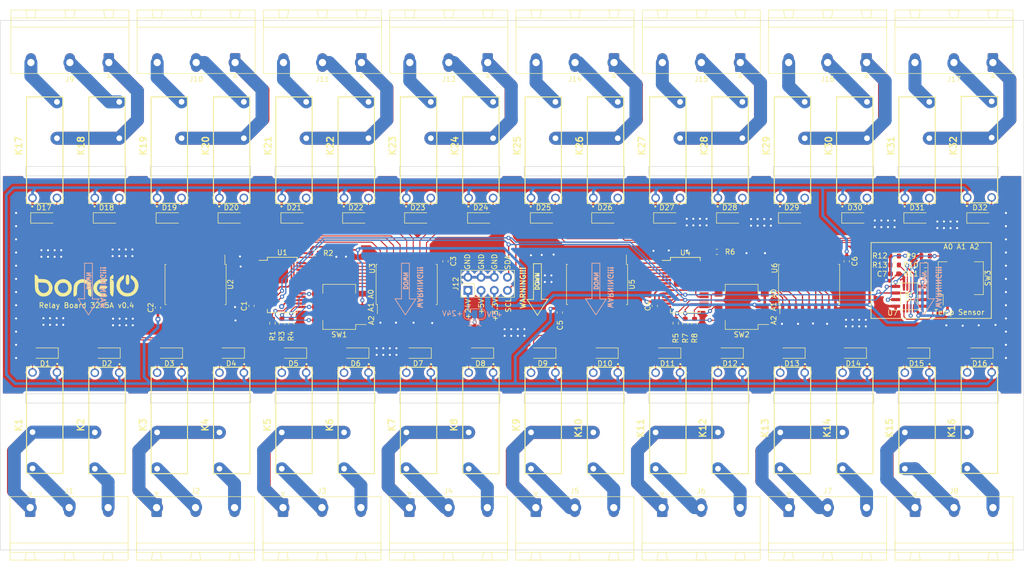
<source format=kicad_pcb>
(kicad_pcb (version 20211014) (generator pcbnew)
  (title_block (title "relay board 32x5A") (rev "0.1"))
  (layers (0 "F.Cu" signal) (31 "B.Cu" signal) (34 "B.Paste" user) (35 "F.Paste" user) (36 "B.SilkS" user "B.Silkscreen") (37 "F.SilkS" user "F.Silkscreen") (38 "B.Mask" user) (39 "F.Mask" user) (44 "Edge.Cuts" user))
  (net 0 "")
  (net 1 "GND")
  (net 2 "+3V3")
  (net 3 "SDA")
  (net 4 "SCL")
  (net 5 "RELAY1")
  (net 6 "RELAY2")
  (net 7 "RELAY3")
  (net 8 "RELAY4")
  (net 9 "RELAY5")
  (net 10 "RELAY6")
  (net 11 "RELAY7")
  (net 12 "RELAY8")
  (net 13 "+24V")
  (net 14 "Net-(U4-Pad8)")
  (net 15 "Net-(U4-Pad7)")
  (net 16 "Net-(U4-Pad6)")
  (net 17 "Net-(U4-Pad5)")
  (net 18 "Net-(U4-Pad4)")
  (net 19 "Net-(U4-Pad3)")
  (net 20 "Net-(U4-Pad2)")
  (net 21 "Net-(U4-Pad1)")
  (net 22 "+5V")
  (net 23 "Net-(U1-Pad28)")
  (net 24 "Net-(U1-Pad27)")
  (net 25 "Net-(U1-Pad26)")
  (net 26 "Net-(U1-Pad25)")
  (net 27 "Net-(U1-Pad24)")
  (net 28 "Net-(U1-Pad23)")
  (net 29 "Net-(U1-Pad22)")
  (net 30 "Net-(U1-Pad21)")
  (net 35 "Net-(U1-Pad8)")
  (net 36 "Net-(U1-Pad7)")
  (net 37 "Net-(U1-Pad6)")
  (net 38 "Net-(U1-Pad5)")
  (net 39 "Net-(U1-Pad4)")
  (net 40 "Net-(U1-Pad3)")
  (net 41 "Net-(U1-Pad2)")
  (net 42 "Net-(U1-Pad1)")
  (net 47 "Net-(U4-Pad21)")
  (net 48 "Net-(U4-Pad22)")
  (net 49 "Net-(U4-Pad23)")
  (net 50 "Net-(U4-Pad24)")
  (net 51 "Net-(U4-Pad25)")
  (net 52 "Net-(U4-Pad26)")
  (net 53 "Net-(U4-Pad27)")
  (net 54 "Net-(U4-Pad28)")
  (net 55 "Net-(J2-Pad2)")
  (net 56 "Net-(J2-Pad1)")
  (net 57 "Net-(J2-Pad3)")
  (net 58 "Net-(J3-Pad1)")
  (net 59 "Net-(J3-Pad2)")
  (net 60 "Net-(J3-Pad3)")
  (net 61 "Net-(J1-Pad1)")
  (net 62 "Net-(J1-Pad2)")
  (net 63 "Net-(J1-Pad3)")
  (net 64 "Net-(J4-Pad3)")
  (net 65 "Net-(J4-Pad2)")
  (net 66 "Net-(J4-Pad1)")
  (net 67 "Net-(J5-Pad1)")
  (net 68 "Net-(J5-Pad2)")
  (net 69 "Net-(J5-Pad3)")
  (net 70 "Net-(J6-Pad1)")
  (net 71 "Net-(J6-Pad2)")
  (net 72 "Net-(J6-Pad3)")
  (net 73 "Net-(J7-Pad3)")
  (net 74 "Net-(J7-Pad2)")
  (net 75 "Net-(J7-Pad1)")
  (net 76 "Net-(J8-Pad1)")
  (net 77 "Net-(J8-Pad2)")
  (net 78 "Net-(J8-Pad3)")
  (net 79 "Net-(J9-Pad3)")
  (net 80 "Net-(J9-Pad2)")
  (net 81 "Net-(J9-Pad1)")
  (net 82 "Net-(J10-Pad1)")
  (net 83 "Net-(J10-Pad2)")
  (net 84 "Net-(J10-Pad3)")
  (net 85 "Net-(J11-Pad3)")
  (net 86 "Net-(J11-Pad2)")
  (net 87 "Net-(J11-Pad1)")
  (net 88 "Net-(J13-Pad3)")
  (net 89 "Net-(J13-Pad2)")
  (net 90 "Net-(J13-Pad1)")
  (net 91 "Net-(J14-Pad3)")
  (net 92 "Net-(J14-Pad2)")
  (net 93 "Net-(J14-Pad1)")
  (net 94 "Net-(J16-Pad3)")
  (net 95 "Net-(J16-Pad2)")
  (net 96 "Net-(J16-Pad1)")
  (net 97 "Net-(J17-Pad3)")
  (net 98 "Net-(J17-Pad2)")
  (net 99 "Net-(J17-Pad1)")
  (net 100 "RELAY9")
  (net 101 "RELAY10")
  (net 102 "RELAY11")
  (net 103 "RELAY12")
  (net 104 "RELAY13")
  (net 105 "RELAY14")
  (net 106 "RELAY15")
  (net 107 "RELAY16")
  (net 108 "RELAY24")
  (net 109 "RELAY23")
  (net 110 "RELAY22")
  (net 111 "RELAY21")
  (net 112 "RELAY20")
  (net 113 "RELAY19")
  (net 114 "RELAY18")
  (net 115 "RELAY17")
  (net 116 "RELAY25")
  (net 117 "RELAY26")
  (net 118 "RELAY27")
  (net 119 "RELAY28")
  (net 120 "RELAY29")
  (net 121 "RELAY30")
  (net 122 "RELAY31")
  (net 123 "RELAY32")
  (net 124 "VCC")
  (net 125 "Net-(J15-Pad3)")
  (net 126 "Net-(J15-Pad2)")
  (net 127 "Net-(J15-Pad1)")
  (net 128 "Net-(R1-Pad1)")
  (net 129 "Net-(R3-Pad1)")
  (net 130 "Net-(R4-Pad1)")
  (net 131 "Net-(R5-Pad1)")
  (net 132 "Net-(R7-Pad1)")
  (net 133 "Net-(R8-Pad1)")
  (net 134 "Net-(R9-Pad1)")
  (net 135 "Net-(R10-Pad1)")
  (net 136 "Net-(R11-Pad1)")
  (net 137 "Net-(R2-Pad1)")
  (net 138 "Net-(R6-Pad1)")
  (net 139 "Net-(R12-Pad2)")
  (net 140 "Net-(R13-Pad2)")
  (footprint "Capacitor_SMD:C_0603_1608Metric" (layer "F.Cu") (at 336.49 315.688 90)
    (fp_text reference "C1")
    (fp_text value "100nF")
  )
  (footprint "Capacitor_SMD:C_0603_1608Metric" (layer "F.Cu") (at 318.49 316.038 -90)
    (fp_text reference "C2")
    (fp_text value "100nF")
  )
  (footprint "Capacitor_SMD:C_0603_1608Metric" (layer "F.Cu") (at 373.8276 307.1088 90)
    (fp_text reference "C3")
    (fp_text value "100nF")
  )
  (footprint "Capacitor_SMD:C_0603_1608Metric" (layer "F.Cu") (at 414.11 315.7105 90)
    (fp_text reference "C4")
    (fp_text value "100nF")
  )
  (footprint "Capacitor_SMD:C_0603_1608Metric" (layer "F.Cu") (at 395.836 316.969 90)
    (fp_text reference "C5")
    (fp_text value "100nF")
  )
  (footprint "Capacitor_SMD:C_0603_1608Metric" (layer "F.Cu") (at 451.06 307.1005 90)
    (fp_text reference "C6")
    (fp_text value "100nF")
  )
  (footprint "Package_SO:SSOP-28_5.3x10.2mm_P0.65mm" (layer "F.Cu") (at 419.9914 311.6858)
    (fp_text reference "U4")
    (fp_text value "MCP23017_SS")
  )
  (footprint "Resistor_SMD:R_0603_1608Metric" (layer "F.Cu") (at 348.719 305.539 180)
    (fp_text reference "R2")
    (fp_text value "4.7k")
  )
  (footprint "Package_SO:SOIC-18W_7.5x11.6mm_P1.27mm" (layer "F.Cu") (at 325.73 311.5588 -90)
    (fp_text reference "U2")
    (fp_text value "ULN2803A")
  )
  (footprint "Package_SO:SOIC-18W_7.5x11.6mm_P1.27mm" (layer "F.Cu") (at 366.36 311.5588 90)
    (fp_text reference "U3")
    (fp_text value "ULN2803A")
  )
  (footprint "Package_SO:SOIC-18W_7.5x11.6mm_P1.27mm" (layer "F.Cu") (at 402.9988 311.5588 -90)
    (fp_text reference "U5")
    (fp_text value "ULN2803A")
  )
  (footprint "Package_SO:SOIC-18W_7.5x11.6mm_P1.27mm" (layer "F.Cu") (at 443.81 311.5588 90)
    (fp_text reference "U6")
    (fp_text value "ULN2803A")
  )
  (footprint "Connector_Phoenix_GMSTB:PhoenixContact_GMSTBA_2,5_3-G_1x03_P7.50mm_Horizontal" (layer "F.Cu") (at 309.0376 268.8172 180)
    (fp_text reference "J9")
    (fp_text value "Screw_Terminal_01x03")
  )
  (footprint "Connector_Phoenix_GMSTB:PhoenixContact_GMSTBA_2,5_3-G_1x03_P7.50mm_Horizontal" (layer "F.Cu") (at 333.343657 268.8172 180)
    (fp_text reference "J10")
    (fp_text value "Screw_Terminal_01x03")
  )
  (footprint "Connector_Phoenix_GMSTB:PhoenixContact_GMSTBA_2,5_3-G_1x03_P7.50mm_Horizontal" (layer "F.Cu") (at 357.649714 268.8172 180)
    (fp_text reference "J11")
    (fp_text value "Screw_Terminal_01x03")
  )
  (footprint "Connector_Phoenix_GMSTB:PhoenixContact_GMSTBA_2,5_3-G_1x03_P7.50mm_Horizontal" (layer "F.Cu") (at 381.955771 268.8172 180)
    (fp_text reference "J13")
    (fp_text value "Screw_Terminal_01x03")
  )
  (footprint "Connector_Phoenix_GMSTB:PhoenixContact_GMSTBA_2,5_3-G_1x03_P7.50mm_Horizontal" (layer "F.Cu") (at 406.261828 268.8172 180)
    (fp_text reference "J14")
    (fp_text value "Screw_Terminal_01x03")
  )
  (footprint "Connector_Phoenix_GMSTB:PhoenixContact_GMSTBA_2,5_3-G_1x03_P7.50mm_Horizontal" (layer "F.Cu") (at 430.567885 268.8172 180)
    (fp_text reference "J15")
    (fp_text value "Screw_Terminal_01x03")
  )
  (footprint "Connector_Phoenix_GMSTB:PhoenixContact_GMSTBA_2,5_3-G_1x03_P7.50mm_Horizontal" (layer "F.Cu") (at 454.873942 268.8172 180)
    (fp_text reference "J16")
    (fp_text value "Screw_Terminal_01x03")
  )
  (footprint "Connector_Phoenix_GMSTB:PhoenixContact_GMSTBA_2,5_3-G_1x03_P7.50mm_Horizontal" (layer "F.Cu") (at 342.554856 354.5544)
    (fp_text reference "J3")
    (fp_text value "Screw_Terminal_01x03")
  )
  (footprint "Connector_Phoenix_GMSTB:PhoenixContact_GMSTBA_2,5_3-G_1x03_P7.50mm_Horizontal" (layer "F.Cu") (at 318.227028 354.5544)
    (fp_text reference "J2")
    (fp_text value "Screw_Terminal_01x03")
  )
  (footprint "Connector_Phoenix_GMSTB:PhoenixContact_GMSTBA_2,5_3-G_1x03_P7.50mm_Horizontal" (layer "F.Cu") (at 439.866168 354.5544)
    (fp_text reference "J7")
    (fp_text value "Screw_Terminal_01x03")
  )
  (footprint "Connector_Phoenix_GMSTB:PhoenixContact_GMSTBA_2,5_3-G_1x03_P7.50mm_Horizontal" (layer "F.Cu") (at 415.53834 354.5544)
    (fp_text reference "J6")
    (fp_text value "Screw_Terminal_01x03")
  )
  (footprint "Connector_Phoenix_GMSTB:PhoenixContact_GMSTBA_2,5_3-G_1x03_P7.50mm_Horizontal" (layer "F.Cu") (at 391.210512 354.5544)
    (fp_text reference "J5")
    (fp_text value "Screw_Terminal_01x03")
  )
  (footprint "Connector_Phoenix_GMSTB:PhoenixContact_GMSTBA_2,5_3-G_1x03_P7.50mm_Horizontal" (layer "F.Cu") (at 464.194 354.5544)
    (fp_text reference "J8")
    (fp_text value "Screw_Terminal_01x03")
  )
  (footprint "Connector_Phoenix_GMSTB:PhoenixContact_GMSTBA_2,5_3-G_1x03_P7.50mm_Horizontal" (layer "F.Cu") (at 366.882684 354.5544)
    (fp_text reference "J4")
    (fp_text value "Screw_Terminal_01x03")
  )
  (footprint "Connector_Phoenix_GMSTB:PhoenixContact_GMSTBA_2,5_3-G_1x03_P7.50mm_Horizontal" (layer "F.Cu") (at 479.18 268.8172 180)
    (fp_text reference "J17")
    (fp_text value "Screw_Terminal_01x03")
  )
  (footprint "Resistor_SMD:R_0603_1608Metric" (layer "F.Cu") (at 426.062 305.285 180)
    (fp_text reference "R6")
    (fp_text value "4.7k")
  )
  (footprint "boneIO_LOGO:boneIO_LOGO" (layer "F.Cu") (at 304.7654 311.788)
    (fp_text reference "G***" hide)
    (fp_text value "LOGO" hide)
  )
  (footprint "Connector_PinHeader_2.54mm:PinHeader_2x04_P2.54mm_Vertical" (layer "F.Cu") (at 378.14 312.708 90)
    (fp_text reference "J12")
    (fp_text value "Conn_02x04_Odd_Even")
  )
  (footprint "Package_SO:SSOP-28_5.3x10.2mm_P0.65mm" (layer "F.Cu") (at 342.42 311.663)
    (fp_text reference "U1")
    (fp_text value "MCP23017_SS")
  )
  (footprint "boneIO_LOGO:HF46F" (layer "F.Cu") (at 296.7 327.458 -90)
    (fp_text reference "K1")
    (fp_text value "HF46F" hide)
  )
  (footprint "Package_SO:SO-8_3.9x4.9mm_P1.27mm" (layer "F.Cu") (at 463.04 313.8455)
    (fp_text reference "U7")
    (fp_text value "MCP9808_SO8")
  )
  (footprint "Package_SO:MSOP-8_3x3mm_P0.65mm" (layer "F.Cu") (at 463.04 314.048 -90)
    (fp_text reference "U8")
    (fp_text value "LM75_MSOP")
  )
  (footprint "boneIO_LOGO:HF46F" (layer "F.Cu") (at 416.62 327.508 -90)
    (fp_text reference "K11")
    (fp_text value "HF46F" hide)
  )
  (footprint "boneIO_LOGO:HF46F" (layer "F.Cu") (at 428.62 327.508 -90)
    (fp_text reference "K12")
    (fp_text value "HF46F" hide)
  )
  (footprint "Capacitor_SMD:C_0603_1608Metric" (layer "F.Cu") (at 460.25 309.528)
    (fp_text reference "C7")
    (fp_text value "100n")
  )
  (footprint "Connector_Phoenix_GMSTB:PhoenixContact_GMSTBA_2,5_3-G_1x03_P7.50mm_Horizontal" (layer "F.Cu") (at 293.9 354.548)
    (fp_text reference "J1")
    (fp_text value "Screw_Terminal_01x03")
  )
  (footprint "boneIO_LOGO:HF46F" (layer "F.Cu") (at 308.69 327.518 -90)
    (fp_text reference "K2")
    (fp_text value "HF46F" hide)
  )
  (footprint "boneIO_LOGO:HF46F" (layer "F.Cu") (at 320.68 327.508 -90)
    (fp_text reference "K3")
    (fp_text value "HF46F" hide)
  )
  (footprint "boneIO_LOGO:HF46F" (layer "F.Cu") (at 332.68 327.508 -90)
    (fp_text reference "K4")
    (fp_text value "HF46F" hide)
  )
  (footprint "boneIO_LOGO:HF46F" (layer "F.Cu") (at 344.67 327.508 -90)
    (fp_text reference "K5")
    (fp_text value "HF46F" hide)
  )
  (footprint "boneIO_LOGO:HF46F" (layer "F.Cu") (at 356.66 327.508 -90)
    (fp_text reference "K6")
    (fp_text value "HF46F" hide)
  )
  (footprint "boneIO_LOGO:HF46F" (layer "F.Cu") (at 368.65 327.508 -90)
    (fp_text reference "K7")
    (fp_text value "HF46F" hide)
  )
  (footprint "boneIO_LOGO:HF46F" (layer "F.Cu") (at 380.65 327.508 -90)
    (fp_text reference "K8")
    (fp_text value "HF46F" hide)
  )
  (footprint "boneIO_LOGO:HF46F" (layer "F.Cu") (at 392.64 327.508 -90)
    (fp_text reference "K9")
    (fp_text value "HF46F" hide)
  )
  (footprint "boneIO_LOGO:HF46F" (layer "F.Cu") (at 404.63 327.508 -90)
    (fp_text reference "K10")
    (fp_text value "HF46F" hide)
  )
  (footprint "boneIO_LOGO:HF46F" (layer "F.Cu") (at 440.61 327.508 -90)
    (fp_text reference "K13")
    (fp_text value "HF46F" hide)
  )
  (footprint "boneIO_LOGO:HF46F" (layer "F.Cu") (at 452.6 327.508 -90)
    (fp_text reference "K14")
    (fp_text value "HF46F" hide)
  )
  (footprint "boneIO_LOGO:HF46F" (layer "F.Cu") (at 464.59 327.508 -90)
    (fp_text reference "K15")
    (fp_text value "HF46F" hide)
  )
  (footprint "boneIO_LOGO:HF46F" (layer "F.Cu") (at 476.59 327.458 -90)
    (fp_text reference "K16")
    (fp_text value "HF46F" hide)
  )
  (footprint "boneIO_LOGO:HF46F" (layer "F.Cu") (at 296.7 295.948 90)
    (fp_text reference "K17")
    (fp_text value "HF46F" hide)
  )
  (footprint "boneIO_LOGO:HF46F" (layer "F.Cu") (at 308.69 295.948 90)
    (fp_text reference "K18")
    (fp_text value "HF46F" hide)
  )
  (footprint "boneIO_LOGO:HF46F" (layer "F.Cu") (at 320.68 295.938 90)
    (fp_text reference "K19")
    (fp_text value "HF46F" hide)
  )
  (footprint "boneIO_LOGO:HF46F" (layer "F.Cu") (at 332.67 295.948 90)
    (fp_text reference "K20")
    (fp_text value "HF46F" hide)
  )
  (footprint "boneIO_LOGO:HF46F" (layer "F.Cu") (at 344.67 295.948 90)
    (fp_text reference "K21")
    (fp_text value "HF46F" hide)
  )
  (footprint "boneIO_LOGO:HF46F" (layer "F.Cu") (at 356.66 295.948 90)
    (fp_text reference "K22")
    (fp_text value "HF46F" hide)
  )
  (footprint "boneIO_LOGO:HF46F" (layer "F.Cu") (at 368.65 295.948 90)
    (fp_text reference "K23")
    (fp_text value "HF46F" hide)
  )
  (footprint "boneIO_LOGO:HF46F" (layer "F.Cu") (at 380.64 295.948 90)
    (fp_text reference "K24")
    (fp_text value "HF46F" hide)
  )
  (footprint "boneIO_LOGO:HF46F" (layer "F.Cu") (at 392.64 295.948 90)
    (fp_text reference "K25")
    (fp_text value "HF46F" hide)
  )
  (footprint "boneIO_LOGO:HF46F" (layer "F.Cu") (at 404.63 295.948 90)
    (fp_text reference "K26")
    (fp_text value "HF46F" hide)
  )
  (footprint "boneIO_LOGO:HF46F" (layer "F.Cu") (at 416.62 295.948 90)
    (fp_text reference "K27")
    (fp_text value "HF46F" hide)
  )
  (footprint "boneIO_LOGO:HF46F" (layer "F.Cu") (at 428.61 295.948 90)
    (fp_text reference "K28")
    (fp_text value "HF46F" hide)
  )
  (footprint "boneIO_LOGO:HF46F" (layer "F.Cu") (at 440.61 295.948 90)
    (fp_text reference "K29")
    (fp_text value "HF46F" hide)
  )
  (footprint "boneIO_LOGO:HF46F" (layer "F.Cu") (at 452.6 295.948 90)
    (fp_text reference "K30")
    (fp_text value "HF46F" hide)
  )
  (footprint "boneIO_LOGO:HF46F" (layer "F.Cu") (at 464.59 295.948 90)
    (fp_text reference "K31")
    (fp_text value "HF46F" hide)
  )
  (footprint "boneIO_LOGO:HF46F" (layer "F.Cu") (at 476.59 295.848 90)
    (fp_text reference "K32")
    (fp_text value "HF46F" hide)
  )
  (footprint "Resistor_SMD:R_0603_1608Metric" (layer "F.Cu") (at 418.15 319.028 -90)
    (fp_text reference "R5")
    (fp_text value "10k")
  )
  (footprint "Resistor_SMD:R_0603_1608Metric" (layer "F.Cu") (at 419.96 319.028 -90)
    (fp_text reference "R7")
    (fp_text value "10k")
  )
  (footprint "Resistor_SMD:R_0603_1608Metric" (layer "F.Cu") (at 421.76 319.028 -90)
    (fp_text reference "R8")
    (fp_text value "10k")
  )
  (footprint "Resistor_SMD:R_0603_1608Metric" (layer "F.Cu") (at 466.225 306.088 180)
    (fp_text reference "R9")
    (fp_text value "10k")
  )
  (footprint "Resistor_SMD:R_0603_1608Metric" (layer "F.Cu") (at 466.215 307.818 180)
    (fp_text reference "R10")
    (fp_text value "10k")
  )
  (footprint "Resistor_SMD:R_0603_1608Metric" (layer "F.Cu") (at 466.215 309.528 180)
    (fp_text reference "R11")
    (fp_text value "10k")
  )
  (footprint "Resistor_SMD:R_0603_1608Metric" (layer "F.Cu") (at 460.27 307.818)
    (fp_text reference "R13")
    (fp_text value "4.7k")
  )
  (footprint "Resistor_SMD:R_0603_1608Metric" (layer "F.Cu") (at 340.53 319.028 -90)
    (fp_text reference "R1")
    (fp_text value "10k")
  )
  (footprint "Resistor_SMD:R_0603_1608Metric" (layer "F.Cu") (at 342.33 319.028 -90)
    (fp_text reference "R3")
    (fp_text value "10k")
  )
  (footprint "Resistor_SMD:R_0603_1608Metric" (layer "F.Cu") (at 344.14 319.028 -90)
    (fp_text reference "R4")
    (fp_text value "10k")
  )
  (footprint "Resistor_SMD:R_0603_1608Metric" (layer "F.Cu") (at 460.265 306.088)
    (fp_text reference "R12")
    (fp_text value "4.7k")
  )
  (footprint "Diode_SMD:D_MiniMELF" (layer "F.Cu") (at 356.58 298.748)
    (fp_text reference "D22")
    (fp_text value "LL4148")
  )
  (footprint "Button_Switch_SMD:SW_DIP_SPSTx03_Slide_Omron_A6S-310x_W8.9mm_P2.54mm" (layer "F.Cu") (at 473 310.348 90)
    (fp_text reference "SW3")
    (fp_text value "SW_DIP_x03")
  )
  (footprint "Diode_SMD:D_MiniMELF" (layer "F.Cu") (at 308.59 298.748)
    (fp_text reference "D18")
    (fp_text value "LL4148")
  )
  (footprint "Diode_SMD:D_MiniMELF" (layer "F.Cu") (at 452.64 298.748)
    (fp_text reference "D30")
    (fp_text value "LL4148")
  )
  (footprint "Diode_SMD:D_MiniMELF" (layer "F.Cu") (at 392.7 298.748)
    (fp_text reference "D25")
    (fp_text value "LL4148")
  )
  (footprint "Diode_SMD:D_MiniMELF" (layer "F.Cu") (at 332.61 298.748)
    (fp_text reference "D20")
    (fp_text value "LL4148")
  )
  (footprint "Diode_SMD:D_MiniMELF" (layer "F.Cu") (at 368.51 298.748)
    (fp_text reference "D23")
    (fp_text value "LL4148")
  )
  (footprint "Diode_SMD:D_MiniMELF" (layer "F.Cu") (at 380.56 324.788 180)
    (fp_text reference "D8")
    (fp_text value "LL4148")
  )
  (footprint "Diode_SMD:D_MiniMELF" (layer "F.Cu") (at 428.6 324.788 180)
    (fp_text reference "D12")
    (fp_text value "LL4148")
  )
  (footprint "Diode_SMD:D_MiniMELF" (layer "F.Cu") (at 344.57 324.788 180)
    (fp_text reference "D5")
    (fp_text value "LL4148")
  )
  (footprint "Button_Switch_SMD:SW_DIP_SPSTx03_Slide_Omron_A6S-310x_W8.9mm_P2.54mm" (layer "F.Cu") (at 430.83 315.888 180)
    (fp_text reference "SW2")
    (fp_text value "SW_DIP_x03")
  )
  (footprint "Diode_SMD:D_MiniMELF" (layer "F.Cu") (at 476.65 324.788 180)
    (fp_text reference "D16")
    (fp_text value "LL4148")
  )
  (footprint "Diode_SMD:D_MiniMELF" (layer "F.Cu") (at 320.68 324.788 180)
    (fp_text reference "D3")
    (fp_text value "LL4148")
  )
  (footprint "Diode_SMD:D_MiniMELF" (layer "F.Cu") (at 428.54 298.748)
    (fp_text reference "D28")
    (fp_text value "LL4148")
  )
  (footprint "Diode_SMD:D_MiniMELF" (layer "F.Cu") (at 380.62 298.748)
    (fp_text reference "D24")
    (fp_text value "LL4148")
  )
  (footprint "Diode_SMD:D_MiniMELF" (layer "F.Cu") (at 404.52 324.788 180)
    (fp_text reference "D10")
    (fp_text value "LL4148")
  )
  (footprint "Diode_SMD:D_MiniMELF" (layer "F.Cu") (at 440.46 298.748)
    (fp_text reference "D29")
    (fp_text value "LL4148")
  )
  (footprint "Diode_SMD:D_MiniMELF" (layer "F.Cu") (at 476.7 298.748)
    (fp_text reference "D32")
    (fp_text value "LL4148")
  )
  (footprint "Diode_SMD:D_MiniMELF" (layer "F.Cu") (at 464.49 324.788 180)
    (fp_text reference "D15")
    (fp_text value "LL4148")
  )
  (footprint "Diode_SMD:D_MiniMELF" (layer "F.Cu") (at 416.57 324.788 180)
    (fp_text reference "D11")
    (fp_text value "LL4148")
  )
  (footprint "Diode_SMD:D_MiniMELF" (layer "F.Cu") (at 296.76 324.788 180)
    (fp_text reference "D1")
    (fp_text value "LL4148")
  )
  (footprint "Diode_SMD:D_MiniMELF" (layer "F.Cu") (at 404.52 298.748)
    (fp_text reference "D26")
    (fp_text value "LL4148")
  )
  (footprint "Diode_SMD:D_MiniMELF" (layer "F.Cu") (at 320.69 298.748)
    (fp_text reference "D19")
    (fp_text value "LL4148")
  )
  (footprint "Diode_SMD:D_MiniMELF" (layer "F.Cu") (at 440.5 324.788 180)
    (fp_text reference "D13")
    (fp_text value "LL4148")
  )
  (footprint "Diode_SMD:D_MiniMELF" (layer "F.Cu") (at 416.44 298.748)
    (fp_text reference "D27")
    (fp_text value "LL4148")
  )
  (footprint "Diode_SMD:D_MiniMELF" (layer "F.Cu") (at 296.55 298.748)
    (fp_text reference "D17")
    (fp_text value "LL4148")
  )
  (footprint "Diode_SMD:D_MiniMELF" (layer "F.Cu") (at 308.68 324.788 180)
    (fp_text reference "D2")
    (fp_text value "LL4148")
  )
  (footprint "Diode_SMD:D_MiniMELF" (layer "F.Cu") (at 464.59 298.748)
    (fp_text reference "D31")
    (fp_text value "LL4148")
  )
  (footprint "Button_Switch_SMD:SW_DIP_SPSTx03_Slide_Omron_A6S-310x_W8.9mm_P2.54mm" (layer "F.Cu") (at 353.38 315.888 180)
    (fp_text reference "SW1")
    (fp_text value "SW_DIP_x03")
  )
  (footprint "Diode_SMD:D_MiniMELF" (layer "F.Cu") (at 452.31 324.788 180)
    (fp_text reference "D14")
    (fp_text value "LL4148")
  )
  (footprint "Diode_SMD:D_MiniMELF" (layer "F.Cu") (at 368.55 324.788 180)
    (fp_text reference "D7")
    (fp_text value "LL4148")
  )
  (footprint "Diode_SMD:D_MiniMELF" (layer "F.Cu") (at 392.53 324.788 180)
    (fp_text reference "D9")
    (fp_text value "LL4148")
  )
  (footprint "Diode_SMD:D_MiniMELF" (layer "F.Cu") (at 356.54 324.788 180)
    (fp_text reference "D6")
    (fp_text value "LL4148")
  )
  (footprint "Diode_SMD:D_MiniMELF" (layer "F.Cu") (at 332.58 324.788 180)
    (fp_text reference "D4")
    (fp_text value "LL4148")
  )
  (footprint "Diode_SMD:D_MiniMELF" (layer "F.Cu") (at 344.7 298.748)
    (fp_text reference "D21")
    (fp_text value "LL4148")
  )
  (footprint "Jumper:SolderJumper-3_P1.3mm_Bridged12_RoundedPad1.0x1.5mm" (layer "B.Cu") (at 379.45 317.268)
    (fp_text reference "JP1")
    (fp_text value "SolderJumper_3_Open")
  )
  (gr_line (start 465.92 317.378) (end 463.92 314.288) (layer "B.SilkS") (width 0.15))
  (gr_line (start 466.68 314.318) (end 467.93 314.318) (layer "B.SilkS") (width 0.15))
  (gr_line (start 366.87 307.468) (end 365.36 307.468) (layer "B.SilkS") (width 0.15))
  (gr_line (start 403.53 314.358) (end 404.78 314.358) (layer "B.SilkS") (width 0.15))
  (gr_line (start 304.36 307.468) (end 304.36 314.328) (layer "B.SilkS") (width 0.15))
  (gr_line (start 305.87 314.358) (end 307.12 314.358) (layer "B.SilkS") (width 0.15))
  (gr_line (start 403.53 307.468) (end 402.02 307.468) (layer "B.SilkS") (width 0.15))
  (gr_line (start 305.87 307.478) (end 305.87 314.338) (layer "B.SilkS") (width 0.15))
  (gr_line (start 307.12 314.358) (end 305.11 317.418) (layer "B.SilkS") (width 0.15))
  (gr_line (start 305.87 307.468) (end 304.36 307.468) (layer "B.SilkS") (width 0.15))
  (gr_line (start 463.92 314.288) (end 465.17 314.288) (layer "B.SilkS") (width 0.15))
  (gr_line (start 366.87 307.478) (end 366.87 314.338) (layer "B.SilkS") (width 0.15))
  (gr_line (start 400.77 314.328) (end 402.02 314.328) (layer "B.SilkS") (width 0.15))
  (gr_line (start 364.11 314.328) (end 365.36 314.328) (layer "B.SilkS") (width 0.15))
  (gr_line (start 365.36 307.468) (end 365.36 314.328) (layer "B.SilkS") (width 0.15))
  (gr_line (start 466.68 307.438) (end 466.68 314.298) (layer "B.SilkS") (width 0.15))
  (gr_line (start 404.78 314.358) (end 402.77 317.418) (layer "B.SilkS") (width 0.15))
  (gr_line (start 466.68 307.428) (end 465.17 307.428) (layer "B.SilkS") (width 0.15))
  (gr_line (start 366.87 314.358) (end 368.12 314.358) (layer "B.SilkS") (width 0.15))
  (gr_line (start 402.77 317.418) (end 400.77 314.328) (layer "B.SilkS") (width 0.15))
  (gr_line (start 402.02 307.468) (end 402.02 314.328) (layer "B.SilkS") (width 0.15))
  (gr_line (start 368.12 314.358) (end 366.11 317.418) (layer "B.SilkS") (width 0.15))
  (gr_line (start 366.11 317.418) (end 364.11 314.328) (layer "B.SilkS") (width 0.15))
  (gr_line (start 305.11 317.418) (end 303.11 314.328) (layer "B.SilkS") (width 0.15))
  (gr_line (start 303.11 314.328) (end 304.36 314.328) (layer "B.SilkS") (width 0.15))
  (gr_line (start 403.53 307.478) (end 403.53 314.338) (layer "B.SilkS") (width 0.15))
  (gr_line (start 465.17 307.428) (end 465.17 314.288) (layer "B.SilkS") (width 0.15))
  (gr_line (start 467.93 314.318) (end 465.92 317.378) (layer "B.SilkS") (width 0.15))
  (gr_line (start 478.88 318.108) (end 455.76 318.108) (layer "F.SilkS") (width 0.15))
  (gr_line (start 478.87 303.488) (end 478.88 318.088) (layer "F.SilkS") (width 0.15))
  (gr_line (start 478.87 303.488) (end 455.75 303.488) (layer "F.SilkS") (width 0.15))
  (gr_line (start 390.765 307.558) (end 392.275 307.558) (layer "F.SilkS") (width 0.15))
  (gr_line (start 393.525 314.418) (end 392.275 314.418) (layer "F.SilkS") (width 0.15))
  (gr_line (start 455.75 303.488) (end 455.73 318.108) (layer "F.SilkS") (width 0.15))
  (gr_line (start 389.515 314.448) (end 391.525 317.508) (layer "F.SilkS") (width 0.15))
  (gr_line (start 391.525 317.508) (end 393.525 314.418) (layer "F.SilkS") (width 0.15))
  (gr_line (start 390.765 307.568) (end 390.765 314.428) (layer "F.SilkS") (width 0.15))
  (gr_line (start 390.765 314.448) (end 389.515 314.448) (layer "F.SilkS") (width 0.15))
  (gr_line (start 392.275 307.558) (end 392.275 314.418) (layer "F.SilkS") (width 0.15))
  (gr_line (start 288.14 362.708) (end 288.14 260.708) (layer "Edge.Cuts") (width 0.1))
  (gr_line (start 485.14 362.708) (end 288.14 362.708) (layer "Edge.Cuts") (width 0.1))
  (gr_line (start 432.28 332.63) (end 432.28 334.408) (layer "Edge.Cuts") (width 0.1))
  (gr_line (start 480.23 332.62) (end 480.23 334.398) (layer "Edge.Cuts") (width 0.1))
  (gr_line (start 408.29 334.418) (end 388.97 334.417) (layer "Edge.Cuts") (width 0.1))
  (gr_line (start 456.24 288.87) (end 456.24 290.648) (layer "Edge.Cuts") (width 0.1))
  (gr_line (start 341 288.859) (end 360.32 288.86) (layer "Edge.Cuts") (width 0.1))
  (gr_line (start 317.03 332.589) (end 317.03 334.367) (layer "Edge.Cuts") (width 0.1))
  (gr_line (start 384.3 290.628) (end 364.98 290.627) (layer "Edge.Cuts") (width 0.1))
  (gr_line (start 432.28 334.408) (end 412.96 334.407) (layer "Edge.Cuts") (width 0.1))
  (gr_line (start 388.97 332.639) (end 408.29 332.64) (layer "Edge.Cuts") (width 0.1))
  (gr_line (start 412.96 332.629) (end 432.28 332.63) (layer "Edge.Cuts") (width 0.1))
  (gr_line (start 408.29 332.64) (end 408.29 334.418) (layer "Edge.Cuts") (width 0.1))
  (gr_line (start 293.03 288.849) (end 312.35 288.85) (layer "Edge.Cuts") (width 0.1))
  (gr_line (start 293.02 332.629) (end 312.34 332.63) (layer "Edge.Cuts") (width 0.1))
  (gr_line (start 364.99 332.629) (end 364.99 334.407) (layer "Edge.Cuts") (width 0.1))
  (gr_line (start 336.32 290.628) (end 317 290.627) (layer "Edge.Cuts") (width 0.1))
  (gr_line (start 336.32 288.85) (end 336.32 290.628) (layer "Edge.Cuts") (width 0.1))
  (gr_line (start 384.31 332.63) (end 384.31 334.408) (layer "Edge.Cuts") (width 0.1))
  (gr_line (start 436.94 332.639) (end 436.94 334.417) (layer "Edge.Cuts") (width 0.1))
  (gr_line (start 360.31 334.398) (end 340.99 334.397) (layer "Edge.Cuts") (width 0.1))
  (gr_line (start 388.97 288.859) (end 408.29 288.86) (layer "Edge.Cuts") (width 0.1))
  (gr_line (start 341 288.859) (end 341 290.637) (layer "Edge.Cuts") (width 0.1))
  (gr_line (start 364.98 288.849) (end 364.98 290.627) (layer "Edge.Cuts") (width 0.1))
  (gr_line (start 340.99 332.619) (end 340.99 334.397) (layer "Edge.Cuts") (width 0.1))
  (gr_line (start 388.97 288.859) (end 388.97 290.637) (layer "Edge.Cuts") (width 0.1))
  (gr_line (start 288.14 260.708) (end 485.14 260.708) (layer "Edge.Cuts") (width 0.1))
  (gr_line (start 364.98 288.849) (end 384.3 288.85) (layer "Edge.Cuts") (width 0.1))
  (gr_line (start 312.35 290.628) (end 293.03 290.627) (layer "Edge.Cuts") (width 0.1))
  (gr_line (start 317 288.849) (end 336.32 288.85) (layer "Edge.Cuts") (width 0.1))
  (gr_line (start 432.26 290.628) (end 412.94 290.627) (layer "Edge.Cuts") (width 0.1))
  (gr_line (start 436.92 288.869) (end 436.92 290.647) (layer "Edge.Cuts") (width 0.1))
  (gr_line (start 317.03 332.589) (end 336.35 332.59) (layer "Edge.Cuts") (width 0.1))
  (gr_line (start 460.91 332.619) (end 480.23 332.62) (layer "Edge.Cuts") (width 0.1))
  (gr_line (start 340.99 332.619) (end 360.31 332.62) (layer "Edge.Cuts") (width 0.1))
  (gr_line (start 480.22 290.658) (end 460.9 290.657) (layer "Edge.Cuts") (width 0.1))
  (gr_line (start 384.3 288.85) (end 384.3 290.628) (layer "Edge.Cuts") (width 0.1))
  (gr_line (start 336.35 334.368) (end 317.03 334.367) (layer "Edge.Cuts") (width 0.1))
  (gr_line (start 412.94 288.849) (end 432.26 288.85) (layer "Edge.Cuts") (width 0.1))
  (gr_line (start 460.91 332.619) (end 460.91 334.397) (layer "Edge.Cuts") (width 0.1))
  (gr_line (start 436.92 288.869) (end 456.24 288.87) (layer "Edge.Cuts") (width 0.1))
  (gr_line (start 336.35 332.59) (end 336.35 334.368) (layer "Edge.Cuts") (width 0.1))
  (gr_line (start 485.14 260.708) (end 485.14 362.708) (layer "Edge.Cuts") (width 0.1))
  (gr_line (start 408.29 290.638) (end 388.97 290.637) (layer "Edge.Cuts") (width 0.1))
  (gr_line (start 293.02 332.629) (end 293.02 334.407) (layer "Edge.Cuts") (width 0.1))
  (gr_line (start 388.97 332.639) (end 388.97 334.417) (layer "Edge.Cuts") (width 0.1))
  (gr_line (start 436.94 332.639) (end 456.26 332.64) (layer "Edge.Cuts") (width 0.1))
  (gr_line (start 312.35 288.85) (end 312.35 290.628) (layer "Edge.Cuts") (width 0.1))
  (gr_line (start 312.34 332.63) (end 312.34 334.408) (layer "Edge.Cuts") (width 0.1))
  (gr_line (start 456.26 334.418) (end 436.94 334.417) (layer "Edge.Cuts") (width 0.1))
  (gr_line (start 317 288.849) (end 317 290.627) (layer "Edge.Cuts") (width 0.1))
  (gr_line (start 312.34 334.408) (end 293.02 334.407) (layer "Edge.Cuts") (width 0.1))
  (gr_line (start 432.26 288.85) (end 432.26 290.628) (layer "Edge.Cuts") (width 0.1))
  (gr_line (start 408.29 288.86) (end 408.29 290.638) (layer "Edge.Cuts") (width 0.1))
  (gr_line (start 480.22 288.88) (end 480.22 290.658) (layer "Edge.Cuts") (width 0.1))
  (gr_line (start 360.32 290.638) (end 341 290.637) (layer "Edge.Cuts") (width 0.1))
  (gr_line (start 456.26 332.64) (end 456.26 334.418) (layer "Edge.Cuts") (width 0.1))
  (gr_line (start 480.23 334.398) (end 460.91 334.397) (layer "Edge.Cuts") (width 0.1))
  (gr_line (start 412.94 288.849) (end 412.94 290.627) (layer "Edge.Cuts") (width 0.1))
  (gr_line (start 293.03 288.849) (end 293.03 290.627) (layer "Edge.Cuts") (width 0.1))
  (gr_line (start 360.31 332.62) (end 360.31 334.398) (layer "Edge.Cuts") (width 0.1))
  (gr_line (start 460.9 288.879) (end 480.22 288.88) (layer "Edge.Cuts") (width 0.1))
  (gr_line (start 456.24 290.648) (end 436.92 290.647) (layer "Edge.Cuts") (width 0.1))
  (gr_line (start 384.31 334.408) (end 364.99 334.407) (layer "Edge.Cuts") (width 0.1))
  (gr_line (start 364.99 332.629) (end 384.31 332.63) (layer "Edge.Cuts") (width 0.1))
  (gr_line (start 412.96 332.629) (end 412.96 334.407) (layer "Edge.Cuts") (width 0.1))
  (gr_line (start 360.32 288.86) (end 360.32 290.638) (layer "Edge.Cuts") (width 0.1))
  (gr_line (start 460.9 288.879) (end 460.9 290.657) (layer "Edge.Cuts") (width 0.1))
  (gr_text "DOWN" (at 305.14 310.878 270) (layer "B.SilkS") (effects (font (size 0.8 0.8) (thickness 0.2)) (justify mirror)))
  (gr_text "DOWN" (at 465.95 310.838 270) (layer "B.SilkS") (effects (font (size 0.8 0.8) (thickness 0.2)) (justify mirror)))
  (gr_text "WARNING!!! " (at 468.7 311.708 270) (layer "B.SilkS") (effects (font (size 1 1) (thickness 0.2)) (justify mirror)))
  (gr_text "+24V" (at 375.1858 317.158) (layer "B.SilkS") (effects (font (size 1 1)) (justify mirror)))
  (gr_text "WARNING!!! " (at 405.55 311.748 270) (layer "B.SilkS") (effects (font (size 1 1) (thickness 0.2)) (justify mirror)))
  (gr_text "DOWN" (at 366.14 310.878 270) (layer "B.SilkS") (effects (font (size 0.8 0.8) (thickness 0.2)) (justify mirror)))
  (gr_text "DOWN" (at 402.8 310.878 270) (layer "B.SilkS") (effects (font (size 0.8 0.8) (thickness 0.2)) (justify mirror)))
  (gr_text "+5V" (at 383.32 317.358) (layer "B.SilkS") (effects (font (size 1 1)) (justify mirror)))
  (gr_text "WARNING!!! " (at 307.89 311.748 270) (layer "B.SilkS") (effects (font (size 1 1) (thickness 0.2)) (justify mirror)))
  (gr_text "WARNING!!! " (at 368.89 311.748 270) (layer "B.SilkS") (effects (font (size 1 1) (thickness 0.2)) (justify mirror)))
  (gr_text "GND" (at 383.263 307.19 90) (layer "F.SilkS") (effects (font (size 1 1))))
  (gr_text "A2" (at 437 318.458 90) (layer "F.SilkS") (effects (font (size 1 1))))
  (gr_text "DOWN" (at 391.495 310.968 90) (layer "F.SilkS") (effects (font (size 0.8 0.8) (thickness 0.2))))
  (gr_text "A0" (at 359.47 313.398 90) (layer "F.SilkS") (effects (font (size 1 1))))
  (gr_text "Temp Sensor" (at 472.71 316.918) (layer "F.SilkS") (effects (font (size 1 1))))
  (gr_text "SDA" (at 385.803 307.317 90) (layer "F.SilkS") (effects (font (size 1 1))))
  (gr_text "A1" (at 473.12 304.278) (layer "F.SilkS") (effects (font (size 1 1))))
  (gr_text "A0" (at 470.58 304.298) (layer "F.SilkS") (effects (font (size 1 1))))
  (gr_text "WARNING!!! " (at 388.745 311.838 90) (layer "F.SilkS") (effects (font (size 1 1) (thickness 0.2))))
  (gr_text "GND\n" (at 378.056 307.19 90) (layer "F.SilkS") (effects (font (size 1 1))))
  (gr_text "+5V" (at 380.723 315.826 90) (layer "F.SilkS") (effects (font (size 1 1))))
  (gr_text "SCL" (at 385.93 315.572 90) (layer "F.SilkS") (effects (font (size 1 1))))
  (gr_text "Relay Board 32x5A v0.4" (at 304.74 315.598) (layer "F.SilkS") (effects (font (size 1 1))))
  (gr_text "A0" (at 436.98 313.318 90) (layer "F.SilkS") (effects (font (size 1 1))))
  (gr_text "A1" (at 436.97 315.808 90) (layer "F.SilkS") (effects (font (size 1 1))))
  (gr_text "+24V" (at 378.183 316.334 90) (layer "F.SilkS") (effects (font (size 1 1))))
  (gr_text "A2" (at 475.64 304.298) (layer "F.SilkS") (effects (font (size 1 1))))
  (gr_text "GND" (at 380.723 307.19 90) (layer "F.SilkS") (effects (font (size 1 1))))
  (gr_text "A2" (at 359.57 318.468 90) (layer "F.SilkS") (effects (font (size 1 1))))
  (gr_text "A1" (at 359.47 315.918 90) (layer "F.SilkS") (effects (font (size 1 1))))
  (gr_text "+3.3V" (at 383.39 316.461 90) (layer "F.SilkS") (effects (font (size 1 1))))
  (segment (start 462.065 310.123) (end 461.47 309.528) (width 0.5) (layer "F.Cu") (net 1))
  (segment (start 414.93452 313.61348) (end 415.2372 313.3108) (width 0.3) (layer "F.Cu") (net 1))
  (segment (start 414.93452 316.19348) (end 414.93452 313.61348) (width 0.3) (layer "F.Cu") (net 1))
  (segment (start 458.64 310.688) (end 459.65 310.688) (width 0.3) (layer "F.Cu") (net 1))
  (segment (start 414.63 316.498) (end 414.93452 316.19348) (width 0.3) (layer "F.Cu") (net 1))
  (segment (start 336.49 316.4755) (end 337.1625 316.4755) (width 0.3) (layer "F.Cu") (net 1))
  (segment (start 337.48 316.158) (end 337.48 313.588) (width 0.3) (layer "F.Cu") (net 1))
  (segment (start 461.47 309.528) (end 461.025 309.528) (width 0.5) (layer "F.Cu") (net 1))
  (segment (start 415.2372 313.3108) (end 416.3914 313.3108) (width 0.3) (layer "F.Cu") (net 1))
  (segment (start 337.1625 316.4755) (end 337.48 316.158) (width 0.3) (layer "F.Cu") (net 1))
  (segment (start 460.81 309.528) (end 461.025 309.528) (width 0.3) (layer "F.Cu") (net 1))
  (segment (start 462.065 311.9355) (end 462.065 310.123) (width 0.5) (layer "F.Cu") (net 1))
  (segment (start 459.65 310.688) (end 460.81 309.528) (width 0.3) (layer "F.Cu") (net 1))
  (segment (start 414.11 316.498) (end 414.63 316.498) (width 0.3) (layer "F.Cu") (net 1))
  (segment (start 337.48 313.588) (end 337.78 313.288) (width 0.3) (layer "F.Cu") (net 1))
  (segment (start 337.78 313.288) (end 338.82 313.288) (width 0.3) (layer "F.Cu") (net 1))
  (segment (start 320.6009 305.8271) (end 320.65 305.778) (width 0.25) (layer "F.Cu") (net 1))
  (via (at 291.188 300.332) (size 0.8) (drill 0.4) (layers "F.Cu" "B.Cu") (net 1))
  (via (at 291.188 302.872) (size 0.8) (drill 0.4) (layers "F.Cu" "B.Cu") (net 1))
  (via (at 291.188 305.412) (size 0.8) (drill 0.4) (layers "F.Cu" "B.Cu") (net 1))
  (via (at 291.188 307.952) (size 0.8) (drill 0.4) (layers "F.Cu" "B.Cu") (net 1))
  (via (at 291.188 310.492) (size 0.8) (drill 0.4) (layers "F.Cu" "B.Cu") (net 1))
  (via (at 291.188 313.032) (size 0.8) (drill 0.4) (layers "F.Cu" "B.Cu") (net 1))
  (via (at 291.188 315.572) (size 0.8) (drill 0.4) (layers "F.Cu" "B.Cu") (net 1))
  (via (at 291.188 318.112) (size 0.8) (drill 0.4) (layers "F.Cu" "B.Cu") (net 1))
  (via (at 291.188 320.652) (size 0.8) (drill 0.4) (layers "F.Cu" "B.Cu") (net 1))
  (via (at 291.188 323.192) (size 0.8) (drill 0.4) (layers "F.Cu" "B.Cu") (net 1))
  (via (at 291.188 325.732) (size 0.8) (drill 0.4) (layers "F.Cu" "B.Cu") (net 1))
  (via (at 481.688 325.732) (size 0.8) (drill 0.4) (layers "F.Cu" "B.Cu") (net 1))
  (via (at 481.688 318.112) (size 0.8) (drill 0.4) (layers "F.Cu" "B.Cu") (net 1))
  (via (at 481.688 315.572) (size 0.8) (drill 0.4) (layers "F.Cu" "B.Cu") (net 1))
  (via (at 481.688 300.332) (size 0.8) (drill 0.4) (layers "F.Cu" "B.Cu") (net 1))
  (via (at 481.688 302.872) (size 0.8) (drill 0.4) (layers "F.Cu" "B.Cu") (net 1))
  (via (at 481.688 310.492) (size 0.8) (drill 0.4) (layers "F.Cu" "B.Cu") (net 1))
  (via (at 481.688 313.032) (size 0.8) (drill 0.4) (layers "F.Cu" "B.Cu") (net 1))
  (via (at 481.688 307.952) (size 0.8) (drill 0.4) (layers "F.Cu" "B.Cu") (net 1))
  (via (at 481.688 320.652) (size 0.8) (drill 0.4) (layers "F.Cu" "B.Cu") (net 1))
  (via (at 481.688 305.412) (size 0.8) (drill 0.4) (layers "F.Cu" "B.Cu") (net 1))
  (via (at 481.688 323.192) (size 0.8) (drill 0.4) (layers "F.Cu" "B.Cu") (net 1))
  (via (at 481.688 297.792) (size 0.8) (drill 0.4) (layers "F.Cu" "B.Cu") (net 1))
  (via (at 309.76 306.098) (size 0.8) (drill 0.4) (layers "F.Cu" "B.Cu") (net 1))
  (via (at 312.3 304.828) (size 0.8) (drill 0.4) (layers "F.Cu" "B.Cu") (net 1))
  (via (at 311.03 306.098) (size 0.8) (drill 0.4) (layers "F.Cu" "B.Cu") (net 1))
  (via (at 311.03 304.828) (size 0.8) (drill 0.4) (layers "F.Cu" "B.Cu") (net 1))
  (via (at 313.57 306.098) (size 0.8) (drill 0.4) (layers "F.Cu" "B.Cu") (net 1))
  (via (at 312.3 306.098) (size 0.8) (drill 0.4) (layers "F.Cu" "B.Cu") (net 1))
  (via (at 309.76 304.828) (size 0.8) (drill 0.4) (layers "F.Cu" "B.Cu") (net 1))
  (via (at 313.57 304.828) (size 0.8) (drill 0.4) (layers "F.Cu" "B.Cu") (net 1))
  (via (at 385.21 321.458) (size 0.8) (drill 0.4) (layers "F.Cu" "B.Cu") (net 1))
  (via (at 389.02 320.188) (size 0.8) (drill 0.4) (layers "F.Cu" "B.Cu") (net 1))
  (via (at 387.75 320.188) (size 0.8) (drill 0.4) (layers "F.Cu" "B.Cu") (net 1))
  (via (at 386.48 320.188) (size 0.8) (drill 0.4) (layers "F.Cu" "B.Cu") (net 1))
  (via (at 387.75 321.458) (size 0.8) (drill 0.4) (layers "F.Cu" "B.Cu") (net 1))
  (via (at 386.48 321.458) (size 0.8) (drill 0.4) (layers "F.Cu" "B.Cu") (net 1))
  (via (at 389.02 321.458) (size 0.8) (drill 0.4) (layers "F.Cu" "B.Cu") (net 1))
  (via (at 385.21 320.188) (size 0.8) (drill 0.4) (layers "F.Cu" "B.Cu") (net 1))
  (via (at 391.69 311.088) (size 0.8) (drill 0.4) (layers "F.Cu" "B.Cu") (net 1))
  (via (at 391.69 309.818) (size 0.8) (drill 0.4) (layers "F.Cu" "B.Cu") (net 1))
  (via (at 392.96 309.818) (size 0.8) (drill 0.4) (layers "F.Cu" "B.Cu") (net 1))
  (via (at 394.23 311.088) (size 0.8) (drill 0.4) (layers "F.Cu" "B.Cu") (net 1))
  (via (at 392.96 311.088) (size 0.8) (drill 0.4) (layers "F.Cu" "B.Cu") (net 1))
  (via (at 456.45 299.248) (size 0.8) (drill 0.4) (layers "F.Cu" "B.Cu") (net 1))
  (via (at 435.18 300.238) (size 0.8) (drill 0.4) (layers "F.Cu" "B.Cu") (net 1))
  (via (at 354.67 306.208) (size 0.8) (drill 0.4) (layers "F.Cu" "B.Cu") (net 1))
  (via (at 313.65 318.158) (size 0.8) (drill 0.4) (layers "F.Cu" "B.Cu") (net 1))
  (via (at 367.68 318.928) (size 0.8) (drill 0.4) (layers "F.Cu" "B.Cu") (net 1))
  (via (at 364.39 325.128) (size 0.8) (drill 0.4) (layers "F.Cu" "B.Cu") (net 1))
  (via (at 444.55 319.078) (size 0.8) (drill 0.4) (layers "F.Cu" "B.Cu") (net 1))
  (via (at 334.41 308.108) (size 0.8) (drill 0.4) (layers "F.Cu" "B.Cu") (net 1))
  (via (at 433.91 300.238) (size 0.8) (drill 0.4) (layers "F.Cu" "B.Cu") (net 1))
  (via (at 297.33 304.968) (size 0.8) (drill 0.4) (layers "F.Cu" "B.Cu") (net 1))
  (via (at 371.27 318.998) (size 0.8) (drill 0.4) (layers "F.Cu" "B.Cu") (net 1))
  (via (at 468.49 300.708) (size 0.8) (drill 0.4) (layers "F.Cu" "B.Cu") (net 1))
  (via (at 471.03 299.438) (size 0.8) (drill 0.4) (layers "F.Cu" "B.Cu") (net 1))
  (via (at 364.31 318.928) (size 0.8) (drill 0.4) (layers "F.Cu" "B.Cu") (net 1))
  (via (at 435.18 298.968) (size 0.8) (drill 0.4) (layers "F.Cu" "B.Cu") (net 1))
  (via (at 394.64 305.808) (size 0.8) (drill 0.4) (layers "F.Cu" "B.Cu") (net 1))
  (via (at 300.26 319.338) (size 0.8) (drill 0.4) (layers "F.Cu" "B.Cu") (net 1))
  (via (at 421.53 300.188) (size 0.8) (drill 0.4) (layers "F.Cu" "B.Cu") (net 1))
  (via (at 333.41 318.498) (size 0.8) (drill 0.4) (layers "F.Cu" "B.Cu") (net 1))
  (via (at 441.68 319.148) (size 0.8) (drill 0.4) (layers "F.Cu" "B.Cu") (net 1))
  (via (at 363.12 323.858) (size 0.8) (drill 0.4) (layers "F.Cu" "B.Cu") (net 1))
  (via (at 297.72 318.068) (size 0.8) (drill 0.4) (layers "F.Cu" "B.Cu") (net 1))
  (via (at 298.99 318.068) (size 0.8) (drill 0.4) (layers "F.Cu" "B.Cu") (net 1))
  (via (at 457.72 300.518) (size 0.8) (drill 0.4) (layers "F.Cu" "B.Cu") (net 1))
  (via (at 471.03 300.708) (size 0.8) (drill 0.4) (layers "F.Cu" "B.Cu") (net 1))
  (via (at 299.87 306.238) (size 0.8) (drill 0.4) (layers "F.Cu" "B.Cu") (net 1))
  (via (at 436.45 300.238) (size 0.8) (drill 0.4) (layers "F.Cu" "B.Cu") (net 1))
  (via (at 424.07 298.918) (size 0.8) (drill 0.4) (layers "F.Cu" "B.Cu") (net 1))
  (via (at 361.85 325.128) (size 0.8) (drill 0.4) (layers "F.Cu" "B.Cu") (net 1))
  (via (at 454.72 318.368) (size 0.8) (drill 0.4) (layers "F.Cu" "B.Cu") (net 1))
  (via (at 420.24 305.088) (size 0.8) (drill 0.4) (layers "F.Cu" "B.Cu") (net 1))
  (via (at 456.45 300.518) (size 0.8) (drill 0.4) (layers "F.Cu" "B.Cu") (net 1))
  (via (at 299.87 304.968) (size 0.8) (drill 0.4) (layers "F.Cu" "B.Cu") (net 1))
  (via (at 450.91 318.368) (size 0.8) (drill 0.4) (layers "F.Cu" "B.Cu") (net 1))
  (via (at 309.84 319.428) (size 0.8) (drill 0.4) (layers "F.Cu" "B.Cu") (net 1))
  (via (at 416.8 305.018) (size 0.8) (drill 0.4) (layers "F.Cu" "B.Cu") (net 1))
  (via (at 447.27 319.148) (size 0.8) (drill 0.4) (layers "F.Cu" "B.Cu") (net 1))
  (via (at 296.06 306.238) (size 0.8) (drill 0.4) (layers "F.Cu" "B.Cu") (net 1))
  (via (at 296.45 319.338) (size 0.8) (drill 0.4) (layers "F.Cu" "B.Cu") (net 1))
  (via (at 473.37 319.508) (size 0.8) (drill 0.4) (layers "F.Cu" "B.Cu") (net 1))
  (via (at 296.45 318.068) (size 0.8) (drill 0.4) (layers "F.Cu" "B.Cu") (net 1))
  (via (at 363.12 325.128) (size 0.8) (drill 0.4) (layers "F.Cu" "B.Cu") (net 1))
  (via (at 291.188 297.792) (size 0.8) (drill 0.4) (layers "F.Cu" "B.Cu") (net 1))
  (via (at 421.53 298.918) (size 0.8) (drill 0.4) (layers "F.Cu" "B.Cu") (net 1))
  (via (at 469.76 299.438) (size 0.8) (drill 0.4) (layers "F.Cu" "B.Cu") (net 1))
  (via (at 298.6 306.238) (size 0.8) (drill 0.4) (layers "F.Cu" "B.Cu") (net 1))
  (via (at 450.91 319.638) (size 0.8) (drill 0.4) (layers "F.Cu" "B.Cu") (net 1))
  (via (at 458.99 300.518) (size 0.8) (drill 0.4) (layers "F.Cu" "B.Cu") (net 1))
  (via (at 352.82 306.238) (size 0.8) (drill 0.4) (layers "F.Cu" "B.Cu") (net 1))
  (via (at 334.27 306.168) (size 0.8) (drill 0.4) (layers "F.Cu" "B.Cu") (net 1))
  (via (at 472.3 299.438) (size 0.8) (drill 0.4) (layers "F.Cu" "B.Cu") (net 1))
  (via (at 424.07 300.188) (size 0.8) (drill 0.4) (layers "F.Cu" "B.Cu") (net 1))
  (via (at 420.26 298.918) (size 0.8) (drill 0.4) (layers "F.Cu" "B.Cu") (net 1))
  (via (at 309.84 318.158) (size 0.8) (drill 0.4) (layers "F.Cu" "B.Cu") (net 1))
  (via (at 469.76 300.708) (size 0.8) (drill 0.4) (layers "F.Cu" "B.Cu") (net 1))
  (via (at 312.38 318.158) (size 0.8) (drill 0.4) (layers "F.Cu" "B.Cu") (net 1))
  (via (at 476.45 319.438) (size 0.8) (drill 0.4) (layers "F.Cu" "B.Cu") (net 1))
  (via (at 298.6 304.968) (size 0.8) (drill 0.4) (layers "F.Cu" "B.Cu") (net 1))
  (via (at 361.3 318.928) (size 0.8) (drill 0.4) (layers "F.Cu" "B.Cu") (net 1))
  (via (at 311.11 318.158) (size 0.8) (drill 0.4) (layers "F.Cu" "B.Cu") (net 1))
  (via (at 454.72 319.638) (size 0.8) (drill 0.4) (layers "F.Cu" "B.Cu") (net 1))
  (via (at 453.45 318.368) (size 0.8) (drill 0.4) (layers "F.Cu" "B.Cu") (net 1))
  (via (at 361.85 323.858) (size 0.8) (drill 0.4) (layers "F.Cu" "B.Cu") (net 1))
  (via (at 452.18 318.368) (size 0.8) (drill 0.4) (layers "F.Cu" "B.Cu") (net 1))
  (via (at 431.76 305.528) (size 0.8) (drill 0.4) (layers "F.Cu" "B.Cu") (net 1))
  (via (at 297.33 306.238) (size 0.8) (drill 0.4) (layers "F.Cu" "B.Cu") (net 1))
  (via (at 333.33 315.918) (size 0.8) (drill 0.4) (layers "F.Cu" "B.Cu") (net 1))
  (via (at 422.8 298.918) (size 0.8) (drill 0.4) (layers "F.Cu" "B.Cu") (net 1))
  (via (at 457.72 299.248) (size 0.8) (drill 0.4) (layers "F.Cu" "B.Cu") (net 1))
  (via (at 394.21 309.828) (size 0.8) (drill 0.4) (layers "F.Cu" "B.Cu") (net 1))
  (via (at 435.32 305.528) (size 0.8) (drill 0.4) (layers "F.Cu" "B.Cu") (net 1))
  (via (at 311.11 319.428) (size 0.8) (drill 0.4) (layers "F.Cu" "B.Cu") (net 1))
  (via (at 432.64 298.968) (size 0.8) (drill 0.4) (layers "F.Cu" "B.Cu") (net 1))
  (via (at 390.27 305.948) (size 0.8) (drill 0.4) (layers "F.Cu" "B.Cu") (net 1))
  (via (at 312.38 319.428) (size 0.8) (drill 0.4) (layers "F.Cu" "B.Cu") (net 1))
  (via (at 297.72 319.338) (size 0.8) (drill 0.4) (layers "F.Cu" "B.Cu") (net 1))
  (via (at 433.91 298.968) (size 0.8) (drill 0.4) (layers "F.Cu" "B.Cu") (net 1))
  (via (at 458.64 310.688) (size 0.8) (drill 0.4) (layers "F.Cu" "B.Cu") (net 1))
  (via (at 420.26 300.188) (size 0.8) (drill 0.4) (layers "F.Cu" "B.Cu") (net 1))
  (via (at 470.22 319.438) (size 0.8) (drill 0.4) (layers "F.Cu" "B.Cu") (net 1))
  (via (at 432.64 300.238) (size 0.8) (drill 0.4) (layers "F.Cu" "B.Cu") (net 1))
  (via (at 460.26 299.248) (size 0.8) (drill 0.4) (layers "F.Cu" "B.Cu") (net 1))
  (via (at 438.59 319.148) (size 0.8) (drill 0.4) (layers "F.Cu" "B.Cu") (net 1))
  (via (at 452.18 319.638) (size 0.8) (drill 0.4) (layers "F.Cu" "B.Cu") (net 1))
  (via (at 296.06 304.968) (size 0.8) (drill 0.4) (layers "F.Cu" "B.Cu") (net 1))
  (via (at 300.26 318.068) (size 0.8) (drill 0.4) (layers "F.Cu" "B.Cu") (net 1))
  (via (at 360.58 323.858) (size 0.8) (drill 0.4) (layers "F.Cu" "B.Cu") (net 1))
  (via (at 464.09 308.348) (size 0.8) (drill 0.4) (layers "F.Cu" "B.Cu") (net 1))
  (via (at 422.8 300.188) (size 0.8) (drill 0.4) (layers "F.Cu" "B.Cu") (net 1))
  (via (at 468.49 299.438) (size 0.8) (drill 0.4) (layers "F.Cu" "B.Cu") (net 1))
  (via (at 360.58 325.128) (size 0.8) (drill 0.4) (layers "F.Cu" "B.Cu") (net 1))
  (via (at 364.39 323.858) (size 0.8) (drill 0.4) (layers "F.Cu" "B.Cu") (net 1))
  (via (at 453.45 319.638) (size 0.8) (drill 0.4) (layers "F.Cu" "B.Cu") (net 1))
  (via (at 479.68 319.358) (size 0.8) (drill 0.4) (layers "F.Cu" "B.Cu") (net 1))
  (via (at 413.86 305.088) (size 0.8) (drill 0.4) (layers "F.Cu" "B.Cu") (net 1))
  (via (at 460.26 300.518) (size 0.8) (drill 0.4) (layers "F.Cu" "B.Cu") (net 1))
  (via (at 298.99 319.338) (size 0.8) (drill 0.4) (layers "F.Cu" "B.Cu") (net 1))
  (via (at 392.35 305.878) (size 0.8) (drill 0.4) (layers "F.Cu" "B.Cu") (net 1))
  (via (at 472.3 300.708) (size 0.8) (drill 0.4) (layers "F.Cu" "B.Cu") (net 1))
  (via (at 458.99 299.248) (size 0.8) (drill 0.4) (layers "F.Cu" "B.Cu") (net 1))
  (via (at 313.65 319.428) (size 0.8) (drill 0.4) (layers "F.Cu" "B.Cu") (net 1))
  (via (at 436.45 298.968) (size 0.8) (drill 0.4) (layers "F.Cu" "B.Cu") (net 1))
  (segment (start 338.8354 312.651) (end 338.8198 312.6354) (width 0.3) (layer "F.Cu") (net 2))
  (segment (start 459.44 306.088) (end 459.44 309.493) (width 0.5) (layer "F.Cu") (net 2))
  (segment (start 342.3 315.828) (end 344.19 313.938) (width 0.3) (layer "F.Cu") (net 2))
  (segment (start 347.9315 304.7065) (end 347.9315 305.539) (width 0.3) (layer "F.Cu") (net 2))
  (segment (start 435.28 315.888) (end 433.72 315.888) (width 0.5) (layer "F.Cu") (net 2))
  (segment (start 421.52299 307.172443) (end 423.410433 305.285) (width 0.3) (layer "F.Cu") (net 2))
  (segment (start 416.3914 312.6608) (end 420.62419 312.6608) (width 0.3) (layer "F.Cu") (net 2))
  (segment (start 433.72 315.888) (end 433.3 315.468) (width 0.5) (layer "F.Cu") (net 2))
  (segment (start 352.17 304.308) (end 348.33 304.308) (width 0.3) (layer "F.Cu") (net 2))
  (segment (start 435.28 313.348) (end 435.28 318.428) (width 0.5) (layer "F.Cu") (net 2))
  (segment (start 470.45 314.808) (end 470.46 314.798) (width 0.5) (layer "F.Cu") (net 2))
  (segment (start 343.512 312.016) (end 342.020998 312.016) (width 0.3) (layer "F.Cu") (net 2))
  (segment (start 423.410433 305.285) (end 425.2745 305.285) (width 0.3) (layer "F.Cu") (net 2))
  (segment (start 465.615 311.053) (end 465.62 311.048) (width 0.5) (layer "F.Cu") (net 2))
  (segment (start 412.56 314.908) (end 414.095 314.908) (width 0.5) (layer "F.Cu") (net 2))
  (segment (start 455.46 311.448) (end 455.46 315.468) (width 0.5) (layer "F.Cu") (net 2))
  (segment (start 414.11 313.248) (end 414.11 314.923) (width 0.3) (layer "F.Cu") (net 2))
  (segment (start 356.942002 304.898) (end 352.76 304.898) (width 0.3) (layer "F.Cu") (net 2))
  (segment (start 344.17999 306.739245) (end 344.17999 311.34801) (width 0.3) (layer "F.Cu") (net 2))
  (segment (start 470.46 314.798) (end 475.54 314.798) (width 0.5) (layer "F.Cu") (net 2))
  (segment (start 356.956001 304.911999) (end 356.942002 304.898) (width 0.3) (layer "F.Cu") (net 2))
  (segment (start 464.84 316.9855) (end 464.015 316.1605) (width 0.5) (layer "F.Cu") (net 2))
  (segment (start 420.62419 312.6608) (end 421.52299 311.762) (width 0.3) (layer "F.Cu") (net 2))
  (segment (start 357.83 318.428) (end 357.83 314.618) (width 0.3) (layer "F.Cu") (net 2))
  (segment (start 347.9315 305.539) (end 345.380236 305.539) (width 0.3) (layer "F.Cu") (net 2))
  (segment (start 459.475 309.528) (end 457.38 309.528) (width 0.5) (layer "F.Cu") (net 2))
  (segment (start 464.84 317.568) (end 464.84 316.9855) (width 0.5) (layer "F.Cu") (net 2))
  (segment (start 465.615 311.9405) (end 465.615 311.053) (width 0.5) (layer "F.Cu") (net 2))
  (segment (start 345.380236 305.539) (end 344.17999 306.739245) (width 0.3) (layer "F.Cu") (net 2))
  (segment (start 337.49 312.638) (end 336.49 313.638) (width 0.3) (layer "F.Cu") (net 2))
  (segment (start 470.45 316.718) (end 470.45 314.808) (width 0.5) (layer "F.Cu") (net 2))
  (segment (start 459.44 309.493) (end 459.475 309.528) (width 0.5) (layer "F.Cu") (net 2))
  (segment (start 348.33 304.308) (end 347.9315 304.7065) (width 0.3) (layer "F.Cu") (net 2))
  (segment (start 357.83 314.618) (end 357.83 313.348) (width 0.3) (layer "F.Cu") (net 2))
  (segment (start 344.17999 313.92799) (end 344.19 313.938) (width 0.3) (layer "F.Cu") (net 2))
  (segment (start 342.020998 312.016) (end 341.385998 312.651) (width 0.3) (layer "F.Cu") (net 2))
  (segment (start 341.385998 312.651) (end 338.8354 312.651) (width 0.3) (layer "F.Cu") (net 2))
  (segment (start 344.17999 311.34801) (end 344.17999 313.92799) (width 0.3) (layer "F.Cu") (net 2))
  (segment (start 414.6972 312.6608) (end 414.11 313.248) (width 0.3) (layer "F.Cu") (net 2))
  (segment (start 421.52299 311.762) (end 421.52299 307.172443) (width 0.3) (layer "F.Cu") (net 2))
  (segment (start 344.17999 311.34801) (end 343.512 312.016) (width 0.3) (layer "F.Cu") (net 2))
  (segment (start 352.76 304.898) (end 352.17 304.308) (width 0.3) (layer "F.Cu") (net 2))
  (segment (start 457.38 309.528) (end 455.46 311.448) (width 0.5) (layer "F.Cu") (net 2))
  (segment (start 414.095 314.908) (end 414.11 314.923) (width 0.5) (layer "F.Cu") (net 2))
  (segment (start 416.3914 312.6608) (end 414.6972 312.6608) (width 0.3) (layer "F.Cu") (net 2))
  (segment (start 338.82 312.638) (end 337.49 312.638) (width 0.3) (layer "F.Cu") (net 2))
  (segment (start 336.49 313.638) (end 336.49 314.9005) (width 0.3) (layer "F.Cu") (net 2))
  (via (at 412.56 314.908) (size 0.8) (drill 0.4) (layers "F.Cu" "B.Cu") (net 2))
  (via (at 342.3 315.828) (size 1) (drill 0.5) (layers "F.Cu" "B.Cu") (net 2))
  (via (at 455.46 315.468) (size 0.8) (drill 0.4) (layers "F.Cu" "B.Cu") (net 2))
  (via (at 464.84 317.568) (size 0.8) (drill 0.4) (layers "F.Cu" "B.Cu") (net 2))
  (via (at 465.62 311.048) (size 0.8) (drill 0.4) (layers "F.Cu" "B.Cu") (net 2))
  (via (at 357.83 314.618) (size 0.8) (drill 0.4) (layers "F.Cu" "B.Cu") (net 2))
  (via (at 470.45 316.718) (size 0.8) (drill 0.4) (layers "F.Cu" "B.Cu") (net 2))
  (via (at 433.3 315.468) (size 0.8) (drill 0.4) (layers "F.Cu" "B.Cu") (net 2))
  (via (at 356.956001 304.911999) (size 0.8) (drill 0.4) (layers "F.Cu" "B.Cu") (net 2))
  (segment (start 386.64 315.648) (end 392.63 315.648) (width 0.5) (layer "B.Cu") (net 2))
  (segment (start 458.88 318.888) (end 464.06 318.888) (width 0.5) (layer "B.Cu") (net 2))
  (segment (start 415.83 313.638) (end 417.18 314.988) (width 0.5) (layer "B.Cu") (net 2))
  (segment (start 394.64 313.638) (end 409.14 313.638) (width 0.5) (layer "B.Cu") (net 2))
  (segment (start 383.79 315.648) (end 383.22 315.078) (width 0.5) (layer "B.Cu") (net 2))
  (segment (start 464.06 318.888) (end 464.84 318.108) (width 0.5) (layer "B.Cu") (net 2))
  (segment (start 357.83 314.618) (end 357.83 307.508) (width 0.3) (layer "B.Cu") (net 2))
  (segment (start 421.97 315.468) (end 433.3 315.468) (width 0.5) (layer "B.Cu") (net 2))
  (segment (start 465.62 311.048) (end 465.62 316.788) (width 0.5) (layer "B.Cu") (net 2))
  (segment (start 357.83 307.508) (end 356.956001 306.634001) (width 0.3) (layer "B.Cu") (net 2))
  (segment (start 469.6 317.568) (end 470.45 316.718) (width 0.5) (layer "B.Cu") (net 2))
  (segment (start 464.84 318.108) (end 464.84 317.568) (width 0.5) (layer "B.Cu") (net 2))
  (segment (start 385.14 304.598) (end 388.89 308.348) (width 0.5) (layer "B.Cu") (net 2))
  (segment (start 383.22 315.078) (end 383.22 312.708) (width 0.5) (layer "B.Cu") (net 2))
  (segment (start 392.63 315.648) (end 393.65 314.628) (width 0.5) (layer "B.Cu") (net 2))
  (segment (start 410.98 313.638) (end 411.29 313.638) (width 0.5) (layer "B.Cu") (net 2))
  (segment (start 357.27 304.598) (end 385.14 304.598) (width 0.5) (layer "B.Cu") (net 2))
  (segment (start 455.46 315.468) (end 458.88 318.888) (width 0.5) (layer "B.Cu") (net 2))
  (segment (start 417.18 314.988) (end 417.66 315.468) (width 0.5) (layer "B.Cu") (net 2))
  (segment (start 393.65 314.628) (end 394.64 313.638) (width 0.5) (layer "B.Cu") (net 2))
  (segment (start 433.3 315.468) (end 455.46 315.468) (width 0.5) (layer "B.Cu") (net 2))
  (segment (start 387.57 315.648) (end 386.64 315.648) (width 0.5) (layer "B.Cu") (net 2))
  (segment (start 411.29 313.638) (end 412.56 314.908) (width 0.5) (layer "B.Cu") (net 2))
  (segment (start 386.64 315.648) (end 383.79 315.648) (width 0.5) (layer "B.Cu") (net 2))
  (segment (start 409.14 313.638) (end 410.98 313.638) (width 0.5) (layer "B.Cu") (net 2))
  (segment (start 356.956001 304.911999) (end 357.27 304.598) (width 0.5) (layer "B.Cu") (net 2))
  (segment (start 417.66 315.468) (end 421.97 315.468) (width 0.5) (layer "B.Cu") (net 2))
  (segment (start 464.84 317.568) (end 469.6 317.568) (width 0.5) (layer "B.Cu") (net 2))
  (segment (start 410.98 313.638) (end 415.83 313.638) (width 0.5) (layer "B.Cu") (net 2))
  (segment (start 388.89 314.328) (end 387.57 315.648) (width 0.5) (layer "B.Cu") (net 2))
  (segment (start 356.956001 306.634001) (end 356.956001 304.911999) (width 0.3) (layer "B.Cu") (net 2))
  (segment (start 465.62 316.788) (end 464.84 317.568) (width 0.5) (layer "B.Cu") (net 2))
  (segment (start 388.89 308.348) (end 388.89 314.328) (width 0.5) (layer "B.Cu") (net 2))
  (segment (start 464.015 309.613) (end 464.015 311.9355) (width 0.25) (layer "F.Cu") (net 3))
  (segment (start 462.6905 308.2885) (end 464.015 309.613) (width 0.25) (layer "F.Cu") (net 3))
  (segment (start 419.966 314.556) (end 418.117612 314.556) (width 0.25) (layer "F.Cu") (net 3))
  (segment (start 460.465 311.9405) (end 458.8275 311.9405) (width 0.25) (layer "F.Cu") (net 3))
  (segment (start 341.0546 315.2354) (end 338.8198 315.2354) (width 0.25) (layer "F.Cu") (net 3))
  (segment (start 458.8275 311.9405) (end 458.76 312.008) (width 0.25) (layer "F.Cu") (net 3))
  (segment (start 342.369 313.921) (end 341.0546 315.2354) (width 0.25) (layer "F.Cu") (net 3))
  (segment (start 460.465 311.133) (end 460.45 311.118) (width 0.25) (layer "F.Cu") (net 3))
  (segment (start 460.465 311.9405) (end 460.465 311.133) (width 0.25) (layer "F.Cu") (net 3))
  (segment (start 462.6905 307.918) (end 462.6905 308.2885) (width 0.25) (layer "F.Cu") (net 3))
  (segment (start 417.412812 315.2608) (end 416.3914 315.2608) (width 0.25) (layer "F.Cu") (net 3))
  (segment (start 418.117612 314.556) (end 417.412812 315.2608) (width 0.25) (layer "F.Cu") (net 3))
  (segment (start 385.9808 309.9472) (end 385.76 310.168) (width 0.25) (layer "F.Cu") (net 3))
  (segment (start 385.9808 303.8626) (end 385.9808 309.9472) (width 0.25) (layer "F.Cu") (net 3))
  (via (at 419.966 314.556) (size 0.8) (drill 0.4) (layers "F.Cu" "B.Cu") (net 3))
  (via (at 460.45 311.118) (size 0.8) (drill 0.4) (layers "F.Cu" "B.Cu") (net 3))
  (via (at 458.76 312.008) (size 0.8) (drill 0.4) (layers "F.Cu" "B.Cu") (net 3))
  (via (at 462.6905 307.918) (size 0.8) (drill 0.4) (layers "F.Cu" "B.Cu") (net 3))
  (via (at 385.9808 303.8626) (size 0.8) (drill 0.4) (layers "F.Cu" "B.Cu") (net 3))
  (via (at 342.369 313.921) (size 0.8) (drill 0.4) (layers "F.Cu" "B.Cu") (net 3))
  (segment (start 343.094001 310.530409) (end 343.094001 313.195999) (width 0.25) (layer "B.Cu") (net 3))
  (segment (start 385.9808 303.8626) (end 409.215598 303.8626) (width 0.25) (layer "B.Cu") (net 3))
  (segment (start 456.612 314.556) (end 457.23 313.938) (width 0.25) (layer "B.Cu") (net 3))
  (segment (start 409.215598 303.8626) (end 419.908998 314.556) (width 0.25) (layer "B.Cu") (net 3))
  (segment (start 462.6905 307.918) (end 462.6905 308.8775) (width 0.25) (layer "B.Cu") (net 3))
  (segment (start 457.23 313.938) (end 458.76 312.408) (width 0.25) (layer "B.Cu") (net 3))
  (segment (start 385.16032 303.04212) (end 350.58229 303.04212) (width 0.25) (layer "B.Cu") (net 3))
  (segment (start 458.76 312.408) (end 458.76 312.008) (width 0.25) (layer "B.Cu") (net 3))
  (segment (start 343.094001 313.195999) (end 342.369 313.921) (width 0.25) (layer "B.Cu") (net 3))
  (segment (start 350.58229 303.04212) (end 343.094001 310.530409) (width 0.25) (layer "B.Cu") (net 3))
  (segment (start 385.9808 303.8626) (end 385.16032 303.04212) (width 0.25) (layer "B.Cu") (net 3))
  (segment (start 462.6905 308.8775) (end 460.45 311.118) (width 0.25) (layer "B.Cu") (net 3))
  (segment (start 419.908998 314.556) (end 419.966 314.556) (width 0.25) (layer "B.Cu") (net 3))
  (segment (start 419.966 314.556) (end 456.612 314.556) (width 0.25) (layer "B.Cu") (net 3))
  (segment (start 387.3778 304.015) (end 385.9554 302.5926) (width 0.25) (layer "F.Cu") (net 4))
  (segment (start 457.4225 313.2105) (end 457.17 312.958) (width 0.25) (layer "F.Cu") (net 4))
  (segment (start 417.426402 314.6108) (end 416.3914 314.6108) (width 0.25) (layer "F.Cu") (net 4))
  (segment (start 462.852886 313.2105) (end 463.365 312.698386) (width 0.25) (layer "F.Cu") (net 4))
  (segment (start 385.76 312.708) (end 387.3778 311.0902) (width 0.25) (layer "F.Cu") (net 4))
  (segment (start 340.5616 314.5854) (end 342.369 312.778) (width 0.25) (layer "F.Cu") (net 4))
  (segment (start 387.3778 311.0902) (end 387.3778 304.015) (width 0.25) (layer "F.Cu") (net 4))
  (segment (start 463.365 312.698386) (end 463.365 311.9355) (width 0.25) (layer "F.Cu") (net 4))
  (segment (start 460.465 313.2105) (end 457.4225 313.2105) (width 0.25) (layer "F.Cu") (net 4))
  (segment (start 418.497202 313.54) (end 417.426402 314.6108) (width 0.25) (layer "F.Cu") (net 4))
  (segment (start 419.966 313.54) (end 418.497202 313.54) (width 0.25) (layer "F.Cu") (net 4))
  (segment (start 460.465 313.2105) (end 462.852886 313.2105) (width 0.25) (layer "F.Cu") (net 4))
  (segment (start 338.8198 314.5854) (end 340.5616 314.5854) (width 0.25) (layer "F.Cu") (net 4))
  (via (at 385.9554 302.5926) (size 0.8) (drill 0.4) (layers "F.Cu" "B.Cu") (net 4))
  (via (at 457.17 312.958) (size 0.8) (drill 0.4) (layers "F.Cu" "B.Cu") (net 4))
  (via (at 342.369 312.778) (size 0.8) (drill 0.4) (layers "F.Cu" "B.Cu") (net 4))
  (via (at 419.966 313.54) (size 0.8) (drill 0.4) (layers "F.Cu" "B.Cu") (net 4))
  (segment (start 342.369 310.619) (end 342.369 312.778) (width 0.25) (layer "B.Cu") (net 4))
  (segment (start 387.3524 303.41259) (end 409.401998 303.41259) (width 0.25) (layer "B.Cu") (net 4))
  (segment (start 386.53241 302.5926) (end 385.9554 302.5926) (width 0.25) (layer "B.Cu") (net 4))
  (segment (start 456.588 313.54) (end 457.17 312.958) (width 0.25) (layer "B.Cu") (net 4))
  (segment (start 386.53241 302.5926) (end 387.3524 303.41259) (width 0.25) (layer "B.Cu") (net 4))
  (segment (start 350.3954 302.5926) (end 342.369 310.619) (width 0.25) (layer "B.Cu") (net 4))
  (segment (start 419.529408 313.54) (end 419.966 313.54) (width 0.25) (layer "B.Cu") (net 4))
  (segment (start 385.9554 302.5926) (end 350.3954 302.5926) (width 0.25) (layer "B.Cu") (net 4))
  (segment (start 419.966 313.54) (end 456.588 313.54) (width 0.25) (layer "B.Cu") (net 4))
  (segment (start 409.401998 303.41259) (end 419.529408 313.54) (width 0.25) (layer "B.Cu") (net 4))
  (segment (start 321.92 316.2088) (end 321.92 320.068) (width 0.2) (layer "F.Cu") (net 5))
  (segment (start 294.35 326.938) (end 294.35 328.508) (width 0.2) (layer "F.Cu") (net 5))
  (segment (start 296.03 321.838) (end 295.01 322.858) (width 0.2) (layer "F.Cu") (net 5))
  (segment (start 320.15 321.838) (end 296.03 321.838) (width 0.2) (layer "F.Cu") (net 5))
  (segment (start 295.01 326.278) (end 294.35 326.938) (width 0.2) (layer "F.Cu") (net 5))
  (segment (start 295.01 322.858) (end 295.01 324.788) (width 0.2) (layer "F.Cu") (net 5))
  (segment (start 321.92 320.068) (end 320.15 321.838) (width 0.2) (layer "F.Cu") (net 5))
  (segment (start 295.01 324.788) (end 295.01 326.278) (width 0.2) (layer "F.Cu") (net 5))
  (segment (start 306.34 327.078) (end 306.34 328.568) (width 0.2) (layer "F.Cu") (net 6))
  (segment (start 323.19 316.2088) (end 323.19 320.008) (width 0.2) (layer "F.Cu") (net 6))
  (segment (start 323.19 320.008) (end 320.96048 322.23752) (width 0.2) (layer "F.Cu") (net 6))
  (segment (start 320.96048 322.23752) (end 307.77048 322.23752) (width 0.2) (layer "F.Cu") (net 6))
  (segment (start 307.77048 322.23752) (end 306.93 323.078) (width 0.2) (layer "F.Cu") (net 6))
  (segment (start 306.93 326.488) (end 306.34 327.078) (width 0.2) (layer "F.Cu") (net 6))
  (segment (start 306.93 323.078) (end 306.93 324.788) (width 0.2) (layer "F.Cu") (net 6))
  (segment (start 306.93 324.788) (end 306.93 326.488) (width 0.2) (layer "F.Cu") (net 6))
  (segment (start 318.93 326.248) (end 318.33 326.848) (width 0.2) (layer "F.Cu") (net 7))
  (segment (start 318.33 326.848) (end 318.33 328.558) (width 0.2) (layer "F.Cu") (net 7))
  (segment (start 324.46 316.2088) (end 324.46 320.328) (width 0.2) (layer "F.Cu") (net 7))
  (segment (start 322.08 322.708) (end 319.45 322.708) (width 0.2) (layer "F.Cu") (net 7))
  (segment (start 319.45 322.708) (end 318.93 323.228) (width 0.2) (layer "F.Cu") (net 7))
  (segment (start 318.93 324.788) (end 318.93 326.248) (width 0.2) (layer "F.Cu") (net 7))
  (segment (start 324.46 320.328) (end 322.08 322.708) (width 0.2) (layer "F.Cu") (net 7))
  (segment (start 318.93 323.228) (end 318.93 324.788) (width 0.2) (layer "F.Cu") (net 7))
  (segment (start 330.33 326.898) (end 330.33 328.558) (width 0.2) (layer "F.Cu") (net 8))
  (segment (start 325.73 318.278) (end 330.83 323.378) (width 0.2) (layer "F.Cu") (net 8))
  (segment (start 325.73 316.2088) (end 325.73 318.278) (width 0.2) (layer "F.Cu") (net 8))
  (segment (start 330.83 326.398) (end 330.33 326.898) (width 0.2) (layer "F.Cu") (net 8))
  (segment (start 330.83 324.788) (end 330.83 326.398) (width 0.2) (layer "F.Cu") (net 8))
  (segment (start 330.83 323.378) (end 330.83 324.788) (width 0.2) (layer "F.Cu") (net 8))
  (segment (start 342.20904 322.19704) (end 342.82 322.808) (width 0.2) (layer "F.Cu") (net 9))
  (segment (start 330.804034 322.19704) (end 342.20904 322.19704) (width 0.2) (layer "F.Cu") (net 9))
  (segment (start 327 316.2088) (end 327 318.393006) (width 0.2) (layer "F.Cu") (net 9))
  (segment (start 342.82 324.788) (end 342.82 326.538) (width 0.2) (layer "F.Cu") (net 9))
  (segment (start 327 318.393006) (end 330.804034 322.19704) (width 0.2) (layer "F.Cu") (net 9))
  (segment (start 342.82 322.808) (end 342.82 324.788) (width 0.2) (layer "F.Cu") (net 9))
  (segment (start 342.82 326.538) (end 342.32 327.038) (width 0.2) (layer "F.Cu") (net 9))
  (segment (start 342.32 327.038) (end 342.32 328.558) (width 0.2) (layer "F.Cu") (net 9))
  (segment (start 330.96952 321.79752) (end 354.23952 321.79752) (width 0.2) (layer "F.Cu") (net 10))
  (segment (start 328.27 319.098) (end 330.96952 321.79752) (width 0.2) (layer "F.Cu") (net 10))
  (segment (start 354.23952 321.79752) (end 354.79 322.348) (width 0.2) (layer "F.Cu") (net 10))
  (segment (start 354.31 327.028) (end 354.31 328.558) (width 0.2) (layer "F.Cu") (net 10))
  (segment (start 354.79 326.548) (end 354.31 327.028) (width 0.2) (layer "F.Cu") (net 10))
  (segment (start 354.79 322.348) (end 354.79 324.788) (width 0.2) (layer "F.Cu") (net 10))
  (segment (start 354.79 324.788) (end 354.79 326.548) (width 0.2) (layer "F.Cu") (net 10))
  (segment (start 328.27 316.2088) (end 328.27 319.098) (width 0.2) (layer "F.Cu") (net 10))
  (segment (start 366.8 322.088) (end 366.11 321.398) (width 0.2) (layer "F.Cu") (net 11))
  (segment (start 366.3 326.998) (end 366.3 328.558) (width 0.2) (layer "F.Cu") (net 11))
  (segment (start 366.8 324.788) (end 366.8 322.088) (width 0.2) (layer "F.Cu") (net 11))
  (segment (start 366.8 324.788) (end 366.8 326.498) (width 0.2) (layer "F.Cu") (net 11))
  (segment (start 366.11 321.398) (end 331.794994 321.398) (width 0.2) (layer "F.Cu") (net 11))
  (segment (start 331.794994 321.398) (end 329.54 319.143006) (width 0.2) (layer "F.Cu") (net 11))
  (segment (start 329.54 319.143006) (end 329.54 316.2088) (width 0.2) (layer "F.Cu") (net 11))
  (segment (start 366.8 326.498) (end 366.3 326.998) (width 0.2) (layer "F.Cu") (net 11))
  (segment (start 378.81 324.788) (end 378.81 326.438) (width 0.2) (layer "F.Cu") (net 12))
  (segment (start 378.81 321.778) (end 378.81 324.788) (width 0.2) (layer "F.Cu") (net 12))
  (segment (start 378.3 326.948) (end 378.3 328.558) (width 0.2) (layer "F.Cu") (net 12))
  (segment (start 331.96 320.998) (end 378.03 320.998) (width 0.2) (layer "F.Cu") (net 12))
  (segment (start 330.81 316.2088) (end 330.81 319.848) (width 0.2) (layer "F.Cu") (net 12))
  (segment (start 378.03 320.998) (end 378.81 321.778) (width 0.2) (layer "F.Cu") (net 12))
  (segment (start 330.81 319.848) (end 331.96 320.998) (width 0.2) (layer "F.Cu") (net 12))
  (segment (start 378.81 326.438) (end 378.3 326.948) (width 0.2) (layer "F.Cu") (net 12))
  (segment (start 378.14 317.258) (end 378.15 317.268) (width 0.5) (layer "B.Cu") (net 13))
  (segment (start 378.14 312.708) (end 378.14 317.258) (width 0.5) (layer "B.Cu") (net 13))
  (segment (start 403.2658 312.0108) (end 416.3914 312.0108) (width 0.25) (layer "F.Cu") (net 14))
  (segment (start 399.1888 306.9088) (end 399.1888 307.9338) (width 0.25) (layer "F.Cu") (net 14))
  (segment (start 399.1888 307.9338) (end 403.2658 312.0108) (width 0.25) (layer "F.Cu") (net 14))
  (segment (start 400.4588 306.9088) (end 400.4588 307.9338) (width 0.25) (layer "F.Cu") (net 15))
  (segment (start 403.8858 311.3608) (end 416.3914 311.3608) (width 0.25) (layer "F.Cu") (net 15))
  (segment (start 400.4588 307.9338) (end 403.8858 311.3608) (width 0.25) (layer "F.Cu") (net 15))
  (segment (start 404.5058 310.7108) (end 416.3914 310.7108) (width 0.25) (layer "F.Cu") (net 16))
  (segment (start 401.7288 307.9338) (end 404.5058 310.7108) (width 0.25) (layer "F.Cu") (net 16))
  (segment (start 401.7288 306.9088) (end 401.7288 307.9338) (width 0.25) (layer "F.Cu") (net 16))
  (segment (start 402.9988 306.9088) (end 402.9988 307.9338) (width 0.25) (layer "F.Cu") (net 17))
  (segment (start 402.9988 307.9338) (end 405.1258 310.0608) (width 0.25) (layer "F.Cu") (net 17))
  (segment (start 405.1258 310.0608) (end 416.3914 310.0608) (width 0.25) (layer "F.Cu") (net 17))
  (segment (start 404.2688 307.9338) (end 405.7458 309.4108) (width 0.25) (layer "F.Cu") (net 18))
  (segment (start 404.2688 306.9088) (end 404.2688 307.9338) (width 0.25) (layer "F.Cu") (net 18))
  (segment (start 405.7458 309.4108) (end 416.3914 309.4108) (width 0.25) (layer "F.Cu") (net 18))
  (segment (start 405.5388 307.9338) (end 406.3658 308.7608) (width 0.25) (layer "F.Cu") (net 19))
  (segment (start 405.5388 306.9088) (end 405.5388 307.9338) (width 0.25) (layer "F.Cu") (net 19))
  (segment (start 406.3658 308.7608) (end 416.3914 308.7608) (width 0.25) (layer "F.Cu") (net 19))
  (segment (start 415.2664 308.1108) (end 416.3914 308.1108) (width 0.25) (layer "F.Cu") (net 20))
  (segment (start 406.8088 306.9088) (end 406.8088 307.9338) (width 0.25) (layer "F.Cu") (net 20))
  (segment (start 415.11839 308.25881) (end 415.2664 308.1108) (width 0.25) (layer "F.Cu") (net 20))
  (segment (start 406.8088 307.9338) (end 407.13381 308.25881) (width 0.25) (layer "F.Cu") (net 20))
  (segment (start 407.13381 308.25881) (end 415.11839 308.25881) (width 0.25) (layer "F.Cu") (net 20))
  (segment (start 416.3914 307.4608) (end 408.6308 307.4608) (width 0.25) (layer "F.Cu") (net 21))
  (segment (start 408.6308 307.4608) (end 408.0788 306.9088) (width 0.25) (layer "F.Cu") (net 21))
  (segment (start 380.68 317.198) (end 380.75 317.268) (width 0.5) (layer "B.Cu") (net 22))
  (segment (start 380.68 316.9468) (end 380.7022 316.969) (width 0.5) (layer "B.Cu") (net 22))
  (segment (start 380.68 312.708) (end 380.68 317.198) (width 0.5) (layer "B.Cu") (net 22))
  (segment (start 370.17 312.768) (end 370.17 316.2088) (width 0.2) (layer "F.Cu") (net 23))
  (segment (start 368.87192 311.46992) (end 370.17 312.768) (width 0.2) (layer "F.Cu") (net 23))
  (segment (start 358.770036 307.438) (end 362.801956 311.46992) (width 0.2) (layer "F.Cu") (net 23))
  (segment (start 346.02 307.438) (end 358.770036 307.438) (width 0.2) (layer "F.Cu") (net 23))
  (segment (start 362.801956 311.46992) (end 368.87192 311.46992) (width 0.2) (layer "F.Cu") (net 23))
  (segment (start 362.63647 311.86944) (end 367.52144 311.86944) (width 0.2) (layer "F.Cu") (net 24))
  (segment (start 368.9 313.248) (end 368.9 316.2088) (width 0.2) (layer "F.Cu") (net 24))
  (segment (start 358.85503 308.088) (end 362.63647 311.86944) (width 0.2) (layer "F.Cu") (net 24))
  (segment (start 346.02 308.088) (end 358.85503 308.088) (width 0.2) (layer "F.Cu") (net 24))
  (segment (start 367.52144 311.86944) (end 368.9 313.248) (width 0.2) (layer "F.Cu") (net 24))
  (segment (start 366.61096 312.26896) (end 367.63 313.288) (width 0.2) (layer "F.Cu") (net 25))
  (segment (start 362.470984 312.26896) (end 366.61096 312.26896) (width 0.2) (layer "F.Cu") (net 25))
  (segment (start 358.940024 308.738) (end 362.470984 312.26896) (width 0.2) (layer "F.Cu") (net 25))
  (segment (start 346.02 308.738) (end 358.940024 308.738) (width 0.2) (layer "F.Cu") (net 25))
  (segment (start 367.63 313.288) (end 367.63 316.2088) (width 0.2) (layer "F.Cu") (net 25))
  (segment (start 366.36 313.728) (end 366.36 316.2088) (width 0.2) (layer "F.Cu") (net 26))
  (segment (start 362.305498 312.66848) (end 365.30048 312.66848) (width 0.2) (layer "F.Cu") (net 26))
  (segment (start 365.30048 312.66848) (end 366.36 313.728) (width 0.2) (layer "F.Cu") (net 26))
  (segment (start 346.02 309.388) (end 359.025018 309.388) (width 0.2) (layer "F.Cu") (net 26))
  (segment (start 359.025018 309.388) (end 362.305498 312.66848) (width 0.2) (layer "F.Cu") (net 26))
  (segment (start 346.02 310.038) (end 359.110012 310.038) (width 0.2) (layer "F.Cu") (net 27))
  (segment (start 362.140012 313.068) (end 364.13 313.068) (width 0.2) (layer "F.Cu") (net 27))
  (segment (start 365.09 314.028) (end 365.09 316.2088) (width 0.2) (layer "F.Cu") (net 27))
  (segment (start 364.13 313.068) (end 365.09 314.028) (width 0.2) (layer "F.Cu") (net 27))
  (segment (start 359.110012 310.038) (end 362.140012 313.068) (width 0.2) (layer "F.Cu") (net 27))
  (segment (start 363.82 314.338) (end 362.96 313.478) (width 0.2) (layer "F.Cu") (net 28))
  (segment (start 359.195006 310.688) (end 346.02 310.688) (width 0.2) (layer "F.Cu") (net 28))
  (segment (start 363.82 316.2088) (end 363.82 314.338) (width 0.2) (layer "F.Cu") (net 28))
  (segment (start 362.96 313.478) (end 361.985006 313.478) (width 0.2) (layer "F.Cu") (net 28))
  (segment (start 361.985006 313.478) (end 359.195006 310.688) (width 0.2) (layer "F.Cu") (net 28))
  (segment (start 362.55 314.608) (end 362.55 316.2088) (width 0.2) (layer "F.Cu") (net 29))
  (segment (start 359.28 311.338) (end 362.55 314.608) (width 0.2) (layer "F.Cu") (net 29))
  (segment (start 346.02 311.338) (end 359.28 311.338) (width 0.2) (layer "F.Cu") (net 29))
  (segment (start 359.33 311.988) (end 361.28 313.938) (width 0.2) (layer "F.Cu") (net 30))
  (segment (start 346.02 311.988) (end 359.33 311.988) (width 0.2) (layer "F.Cu") (net 30))
  (segment (start 361.28 313.938) (end 361.28 316.2088) (width 0.2) (layer "F.Cu") (net 30))
  (segment (start 337.48 311.988) (end 336.25 313.218) (width 0.2) (layer "F.Cu") (net 35))
  (segment (start 338.82 311.988) (end 337.48 311.988) (width 0.2) (layer "F.Cu") (net 35))
  (segment (start 336.25 313.218) (end 323.77 313.218) (width 0.2) (layer "F.Cu") (net 35))
  (segment (start 323.77 313.218) (end 321.92 311.368) (width 0.2) (layer "F.Cu") (net 35))
  (segment (start 321.92 311.368) (end 321.92 306.9088) (width 0.2) (layer "F.Cu") (net 35))
  (segment (start 337.53 311.338) (end 336.04952 312.81848) (width 0.2) (layer "F.Cu") (net 36))
  (segment (start 336.04952 312.81848) (end 324.23048 312.81848) (width 0.2) (layer "F.Cu") (net 36))
  (segment (start 338.82 311.338) (end 337.53 311.338) (width 0.2) (layer "F.Cu") (net 36))
  (segment (start 323.19 311.778) (end 323.19 306.9088) (width 0.2) (layer "F.Cu") (net 36))
  (segment (start 324.23048 312.81848) (end 323.19 311.778) (width 0.2) (layer "F.Cu") (net 36))
  (segment (start 337.52 310.688) (end 335.84 312.368) (width 0.2) (layer "F.Cu") (net 37))
  (segment (start 324.46 311.418) (end 324.46 306.9088) (width 0.2) (layer "F.Cu") (net 37))
  (segment (start 338.82 310.688) (end 337.52 310.688) (width 0.2) (layer "F.Cu") (net 37))
  (segment (start 335.84 312.368) (end 325.41 312.368) (width 0.2) (layer "F.Cu") (net 37))
  (segment (start 325.41 312.368) (end 324.46 311.418) (width 0.2) (layer "F.Cu") (net 37))
  (segment (start 325.73 311.218) (end 325.73 306.9088) (width 0.2) (layer "F.Cu") (net 38))
  (segment (start 326.48048 311.96848) (end 325.73 311.218) (width 0.2) (layer "F.Cu") (net 38))
  (segment (start 337.604994 310.038) (end 335.674514 311.96848) (width 0.2) (layer "F.Cu") (net 38))
  (segment (start 338.82 310.038) (end 337.604994 310.038) (width 0.2) (layer "F.Cu") (net 38))
  (segment (start 335.674514 311.96848) (end 326.48048 311.96848) (width 0.2) (layer "F.Cu") (net 38))
  (segment (start 327.65096 311.56896) (end 327 310.918) (width 0.2) (layer "F.Cu") (net 39))
  (segment (start 335.43904 311.56896) (end 327.65096 311.56896) (width 0.2) (layer "F.Cu") (net 39))
  (segment (start 338.82 309.388) (end 337.62 309.388) (width 0.2) (layer "F.Cu") (net 39))
  (segment (start 327 310.918) (end 327 306.9088) (width 0.2) (layer "F.Cu") (net 39))
  (segment (start 337.62 309.388) (end 335.43904 311.56896) (width 0.2) (layer "F.Cu") (net 39))
  (segment (start 329.13144 311.16944) (end 328.27 310.308) (width 0.2) (layer "F.Cu") (net 40))
  (segment (start 337.61 308.738) (end 335.17856 311.16944) (width 0.2) (layer "F.Cu") (net 40))
  (segment (start 328.27 310.308) (end 328.27 306.9088) (width 0.2) (layer "F.Cu") (net 40))
  (segment (start 338.82 308.738) (end 337.61 308.738) (width 0.2) (layer "F.Cu") (net 40))
  (segment (start 335.17856 311.16944) (end 329.13144 311.16944) (width 0.2) (layer "F.Cu") (net 40))
  (segment (start 338.82 308.088) (end 337.68 308.088) (width 0.2) (layer "F.Cu") (net 41))
  (segment (start 329.54 310.088) (end 329.54 306.9088) (width 0.2) (layer "F.Cu") (net 41))
  (segment (start 337.68 308.088) (end 334.99808 310.76992) (width 0.2) (layer "F.Cu") (net 41))
  (segment (start 330.22192 310.76992) (end 329.54 310.088) (width 0.2) (layer "F.Cu") (net 41))
  (segment (start 334.99808 310.76992) (end 330.22192 310.76992) (width 0.2) (layer "F.Cu") (net 41))
  (segment (start 334.7576 310.3704) (end 331.5024 310.3704) (width 0.2) (layer "F.Cu") (net 42))
  (segment (start 331.5024 310.3704) (end 330.81 309.678) (width 0.2) (layer "F.Cu") (net 42))
  (segment (start 330.81 309.678) (end 330.81 306.9088) (width 0.2) (layer "F.Cu") (net 42))
  (segment (start 337.69 307.438) (end 334.7576 310.3704) (width 0.2) (layer "F.Cu") (net 42))
  (segment (start 338.82 307.438) (end 337.69 307.438) (width 0.2) (layer "F.Cu") (net 42))
  (segment (start 436.5628 312.0108) (end 438.73 314.178) (width 0.25) (layer "F.Cu") (net 47))
  (segment (start 438.73 314.178) (end 438.73 316.2088) (width 0.25) (layer "F.Cu") (net 47))
  (segment (start 423.5914 312.0108) (end 436.5628 312.0108) (width 0.25) (layer "F.Cu") (net 47))
  (segment (start 436.548518 311.3608) (end 440 314.812282) (width 0.25) (layer "F.Cu") (net 48))
  (segment (start 440 314.812282) (end 440 316.2088) (width 0.25) (layer "F.Cu") (net 48))
  (segment (start 423.5914 311.3608) (end 436.548518 311.3608) (width 0.25) (layer "F.Cu") (net 48))
  (segment (start 441.27 314.268) (end 441.27 316.2088) (width 0.25) (layer "F.Cu") (net 49))
  (segment (start 439.91 312.908) (end 441.27 314.268) (width 0.25) (layer "F.Cu") (net 49))
  (segment (start 438.731436 312.908) (end 439.91 312.908) (width 0.25) (layer "F.Cu") (net 49))
  (segment (start 436.534236 310.7108) (end 438.731436 312.908) (width 0.25) (layer "F.Cu") (net 49))
  (segment (start 423.5914 310.7108) (end 436.534236 310.7108) (width 0.25) (layer "F.Cu") (net 49))
  (segment (start 436.519954 310.0608) (end 438.917634 312.45848) (width 0.25) (layer "F.Cu") (net 50))
  (segment (start 438.917634 312.45848) (end 441.30048 312.45848) (width 0.25) (layer "F.Cu") (net 50))
  (segment (start 423.5914 310.0608) (end 436.519954 310.0608) (width 0.25) (layer "F.Cu") (net 50))
  (segment (start 441.30048 312.45848) (end 442.54 313.698) (width 0.25) (layer "F.Cu") (net 50))
  (segment (start 442.54 313.698) (end 442.54 316.2088) (width 0.25) (layer "F.Cu") (net 50))
  (segment (start 443.81 313.288) (end 443.81 316.2088) (width 0.25) (layer "F.Cu") (net 51))
  (segment (start 436.505672 309.4108) (end 439.103832 312.00896) (width 0.25) (layer "F.Cu") (net 51))
  (segment (start 423.5914 309.4108) (end 436.505672 309.4108) (width 0.25) (layer "F.Cu") (net 51))
  (segment (start 442.53096 312.00896) (end 443.81 313.288) (width 0.25) (layer "F.Cu") (net 51))
  (segment (start 439.103832 312.00896) (end 442.53096 312.00896) (width 0.25) (layer "F.Cu") (net 51))
  (segment (start 439.21859 311.488) (end 443.67 311.488) (width 0.25) (layer "F.Cu") (net 52))
  (segment (start 423.5914 308.7608) (end 436.49139 308.7608) (width 0.25) (layer "F.Cu") (net 52))
  (segment (start 445.08 312.898) (end 445.08 316.2088) (width 0.25) (layer "F.Cu") (net 52))
  (segment (start 436.49139 308.7608) (end 439.21859 311.488) (width 0.25) (layer "F.Cu") (net 52))
  (segment (start 443.67 311.488) (end 445.08 312.898) (width 0.25) (layer "F.Cu") (net 52))
  (segment (start 439.404788 311.03848) (end 443.87048 311.03848) (width 0.25) (layer "F.Cu") (net 53))
  (segment (start 436.477108 308.1108) (end 439.404788 311.03848) (width 0.25) (layer "F.Cu") (net 53))
  (segment (start 446.35 313.518) (end 446.35 316.2088) (width 0.25) (layer "F.Cu") (net 53))
  (segment (start 423.5914 308.1108) (end 436.477108 308.1108) (width 0.25) (layer "F.Cu") (net 53))
  (segment (start 443.87048 311.03848) (end 446.35 313.518) (width 0.25) (layer "F.Cu") (net 53))
  (segment (start 423.5914 307.4608) (end 436.462826 307.4608) (width 0.25) (layer "F.Cu") (net 54))
  (segment (start 447.62 313.628) (end 447.62 316.2088) (width 0.25) (layer "F.Cu") (net 54))
  (segment (start 436.462826 307.4608) (end 439.590986 310.58896) (width 0.25) (layer "F.Cu") (net 54))
  (segment (start 444.58096 310.58896) (end 447.62 313.628) (width 0.25) (layer "F.Cu") (net 54))
  (segment (start 439.590986 310.58896) (end 444.58096 310.58896) (width 0.25) (layer "F.Cu") (net 54))
  (segment (start 325.727028 354.5544) (end 325.727028 354.456642) (width 2.5) (layer "B.Cu") (net 55))
  (segment (start 325.727028 354.456642) (end 318.331386 347.061) (width 2.5) (layer "B.Cu") (net 55))
  (segment (start 314.81 351.137372) (end 314.81 343.582386) (width 2.5) (layer "F.Cu") (net 56))
  (segment (start 314.81 343.582386) (end 318.331386 340.061) (width 2.5) (layer "F.Cu") (net 56))
  (segment (start 318.227028 354.5544) (end 314.81 351.137372) (width 2.5) (layer "F.Cu") (net 56))
  (segment (start 318.331386 340.061) (end 330.324079 340.061) (width 2.5) (layer "F.Cu") (net 56))
  (segment locked (start 314.831378 351.15875) (end 314.831378 343.561008) (width 2.5) (layer "B.Cu") (net 56))
  (segment locked (start 318.227028 354.5544) (end 314.831378 351.15875) (width 2.5) (layer "B.Cu") (net 56))
  (segment locked (start 318.331386 340.061) (end 330.324079 340.061) (width 2.5) (layer "B.Cu") (net 56))
  (segment locked (start 314.831378 343.561008) (end 318.331386 340.061) (width 2.5) (layer "B.Cu") (net 56))
  (segment (start 333.227028 354.5544) (end 333.227028 349.963949) (width 2.5) (layer "B.Cu") (net 57))
  (segment (start 333.227028 349.963949) (end 330.324079 347.061) (width 2.5) (layer "B.Cu") (net 57))
  (segment (start 342.554856 354.5544) (end 338.94 350.939544) (width 2.5) (layer "F.Cu") (net 58))
  (segment (start 338.94 343.437772) (end 342.316772 340.061) (width 2.5) (layer "F.Cu") (net 58))
  (segment (start 338.94 350.939544) (end 338.94 343.437772) (width 2.5) (layer "F.Cu") (net 58))
  (segment (start 342.316772 340.061) (end 354.309465 340.061) (width 2.5) (layer "F.Cu") (net 58))
  (segment locked (start 338.816764 343.561008) (end 342.316772 340.061) (width 2.5) (layer "B.Cu") (net 58))
  (segment locked (start 342.316772 340.061) (end 354.309465 340.061) (width 2.5) (layer "B.Cu") (net 58))
  (segment locked (start 342.554856 354.5544) (end 338.816764 350.816308) (width 2.5) (layer "B.Cu") (net 58))
  (segment locked (start 338.816764 350.816308) (end 338.816764 343.561008) (width 2.5) (layer "B.Cu") (net 58))
  (segment (start 350.054856 354.5544) (end 349.810172 354.5544) (width 2.5) (layer "B.Cu") (net 59))
  (segment (start 349.810172 354.5544) (end 342.316772 347.061) (width 2.5) (layer "B.Cu") (net 59))
  (segment (start 357.554856 354.5544) (end 357.554856 350.306391) (width 2.5) (layer "B.Cu") (net 60))
  (segment (start 357.554856 350.306391) (end 354.309465 347.061) (width 2.5) (layer "B.Cu") (net 60))
  (segment (start 293.8992 354.5544) (end 290.68 351.3352) (width 2.5) (layer "F.Cu") (net 61))
  (segment (start 306.287893 340.0102) (end 306.338693 340.061) (width 2.5) (layer "F.Cu") (net 61))
  (segment (start 294.346 340.0102) (end 306.287893 340.0102) (width 2.5) (layer "F.Cu") (net 61))
  (segment (start 290.68 351.3352) (end 290.68 343.6762) (width 2.5) (layer "F.Cu") (net 61))
  (segment (start 290.68 343.6762) (end 294.346 340.0102) (width 2.5) (layer "F.Cu") (net 61))
  (segment (start 306.287893 340.0102) (end 306.338693 340.061) (width 2.5) (layer "B.Cu") (net 61))
  (segment locked (start 293.8992 354.5544) (end 290.845992 351.501192) (width 2.5) (layer "B.Cu") (net 61))
  (segment locked (start 290.845992 351.501192) (end 290.845992 343.510208) (width 2.5) (layer "B.Cu") (net 61))
  (segment locked (start 290.845992 343.510208) (end 294.346 340.0102) (width 2.5) (layer "B.Cu") (net 61))
  (segment locked (start 294.346 340.0102) (end 306.287893 340.0102) (width 2.5) (layer "B.Cu") (net 61))
  (segment (start 301.3992 354.0634) (end 294.346 347.0102) (width 2.5) (layer "B.Cu") (net 62))
  (segment (start 301.3992 354.5544) (end 301.3992 354.0634) (width 2.5) (layer "B.Cu") (net 62))
  (segment (start 308.8992 349.621507) (end 306.338693 347.061) (width 2.5) (layer "B.Cu") (net 63))
  (segment (start 308.8992 354.5544) (end 308.8992 349.621507) (width 2.5) (layer "B.Cu") (net 63))
  (segment (start 381.882684 350.648833) (end 378.294851 347.061) (width 2.5) (layer "B.Cu") (net 64))
  (segment (start 381.882684 354.5544) (end 381.882684 350.648833) (width 2.5) (layer "B.Cu") (net 64))
  (segment (start 374.382684 354.5544) (end 373.795558 354.5544) (width 2.5) (layer "B.Cu") (net 65))
  (segment (start 373.795558 354.5544) (end 366.302158 347.061) (width 2.5) (layer "B.Cu") (net 65))
  (segment (start 366.302158 340.061) (end 378.294851 340.061) (width 2.5) (layer "F.Cu") (net 66))
  (segment (start 366.882684 354.5544) (end 362.816 350.487716) (width 2.5) (layer "F.Cu") (net 66))
  (segment (start 362.816 350.487716) (end 362.816 343.547158) (width 2.5) (layer "F.Cu") (net 66))
  (segment (start 362.816 343.547158) (end 366.302158 340.061) (width 2.5) (layer "F.Cu") (net 66))
  (segment locked (start 362.80215 343.561008) (end 366.302158 340.061) (width 2.5) (layer "B.Cu") (net 66))
  (segment locked (start 366.882684 354.5544) (end 362.80215 350.473866) (width 2.5) (layer "B.Cu") (net 66))
  (segment locked (start 362.80215 350.473866) (end 362.80215 343.561008) (width 2.5) (layer "B.Cu") (net 66))
  (segment locked (start 366.302158 340.061) (end 378.294851 340.061) (width 2.5) (layer "B.Cu") (net 66))
  (segment (start 390.287544 340.061) (end 402.280237 340.061) (width 2.5) (layer "F.Cu") (net 67))
  (segment (start 386.692 350.035888) (end 386.692 343.656544) (width 2.5) (layer "F.Cu") (net 67))
  (segment (start 386.692 343.656544) (end 390.287544 340.061) (width 2.5) (layer "F.Cu") (net 67))
  (segment (start 391.210512 354.5544) (end 386.692 350.035888) (width 2.5) (layer "F.Cu") (net 67))
  (segment locked (start 386.787536 350.131424) (end 386.787536 343.561008) (width 2.5) (layer "B.Cu") (net 67))
  (segment locked (start 386.787536 343.561008) (end 390.287544 340.061) (width 2.5) (layer "B.Cu") (net 67))
  (segment locked (start 391.210512 354.5544) (end 386.787536 350.131424) (width 2.5) (layer "B.Cu") (net 67))
  (segment locked (start 390.287544 340.061) (end 402.280237 340.061) (width 2.5) (layer "B.Cu") (net 67))
  (segment (start 397.780944 354.5544) (end 390.287544 347.061) (width 2.5) (layer "B.Cu") (net 68))
  (segment (start 398.710512 354.5544) (end 397.780944 354.5544) (width 2.5) (layer "B.Cu") (net 68))
  (segment (start 406.210512 354.5544) (end 406.210512 350.991275) (width 2.5) (layer "B.Cu") (net 69))
  (segment (start 406.210512 350.991275) (end 402.280237 347.061) (width 2.5) (layer "B.Cu") (net 69))
  (segment (start 410.78 349.79606) (end 410.78 343.548) (width 2.5) (layer "F.Cu") (net 70))
  (segment (start 410.78 343.548) (end 414.27 340.058) (width 2.5) (layer "F.Cu") (net 70))
  (segment (start 415.53834 354.5544) (end 410.78 349.79606) (width 2.5) (layer "F.Cu") (net 70))
  (segment (start 414.27 340.058) (end 426.27 340.058) (width 2.5) (layer "F.Cu") (net 70))
  (segment locked (start 410.772922 349.788982) (end 410.772922 343.561008) (width 2.5) (layer "B.Cu") (net 70))
  (segment locked (start 415.53834 354.5544) (end 410.772922 349.788982) (width 2.5) (layer "B.Cu") (net 70))
  (segment locked (start 414.27293 340.061) (end 426.265623 340.061) (width 2.5) (layer "B.Cu") (net 70))
  (segment locked (start 410.772922 343.561008) (end 414.27293 340.061) (width 2.5) (layer "B.Cu") (net 70))
  (segment (start 423.03834 354.5544) (end 421.76633 354.5544) (width 2.5) (layer "B.Cu") (net 71))
  (segment (start 421.76633 354.5544) (end 414.27293 347.061) (width 2.5) (layer "B.Cu") (net 71))
  (segment (start 430.53834 351.333717) (end 426.265623 347.061) (width 2.5) (layer "B.Cu") (net 72))
  (segment (start 430.53834 354.5544) (end 430.53834 351.333717) (width 2.5) (layer "B.Cu") (net 72))
  (segment (start 454.866168 354.5544) (end 454.866168 351.676159) (width 2.5) (layer "B.Cu") (net 73))
  (segment (start 454.866168 351.676159) (end 450.251009 347.061) (width 2.5) (layer "B.Cu") (net 73))
  (segment (start 447.366168 354.5544) (end 445.751716 354.5544) (width 2.5) (layer "B.Cu") (net 74))
  (segment (start 445.751716 354.5544) (end 438.258316 347.061) (width 2.5) (layer "B.Cu") (net 74))
  (segment (start 434.698 349.386232) (end 434.698 343.621316) (width 2.5) (layer "F.Cu") (net 75))
  (segment (start 434.698 343.621316) (end 438.258316 340.061) (width 2.5) (layer "F.Cu") (net 75))
  (segment (start 439.866168 354.5544) (end 434.698 349.386232) (width 2.5) (layer "F.Cu") (net 75))
  (segment (start 438.258316 340.061) (end 450.251009 340.061) (width 2.5) (layer "F.Cu") (net 75))
  (segment locked (start 439.866168 354.5544) (end 434.758308 349.44654) (width 2.5) (layer "B.Cu") (net 75))
  (segment locked (start 434.758308 349.44654) (end 434.758308 343.561008) (width 2.5) (layer "B.Cu") (net 75))
  (segment locked (start 438.258316 340.061) (end 450.251009 340.061) (width 2.5) (layer "B.Cu") (net 75))
  (segment locked (start 434.758308 343.561008) (end 438.258316 340.061) (width 2.5) (layer "B.Cu") (net 75))
  (segment (start 458.828 343.476702) (end 462.243702 340.061) (width 2.5) (layer "F.Cu") (net 76))
  (segment (start 474.1856 340.061) (end 474.2364 340.0102) (width 2.5) (layer "F.Cu") (net 76))
  (segment (start 464.194 354.5544) (end 458.828 349.1884) (width 2.5) (layer "F.Cu") (net 76))
  (segment (start 462.243702 340.061) (end 474.1856 340.061) (width 2.5) (layer "F.Cu") (net 76))
  (segment (start 458.828 349.1884) (end 458.828 343.476702) (width 2.5) (layer "F.Cu") (net 76))
  (segment locked (start 458.743692 349.104092) (end 458.743692 343.56101) (width 2.5) (layer "B.Cu") (net 76))
  (segment (start 474.1856 340.061) (end 474.2364 340.0102) (width 2.5) (layer "B.Cu") (net 76))
  (segment locked (start 462.243702 340.061) (end 474.1856 340.061) (width 2.5) (layer "B.Cu") (net 76))
  (segment locked (start 458.743692 343.56101) (end 462.243702 340.061) (width 2.5) (layer "B.Cu") (net 76))
  (segment locked (start 464.194 354.5544) (end 458.743692 349.104092) (width 2.5) (layer "B.Cu") (net 76))
  (segment (start 464.2006 347.061) (end 462.243702 347.061) (width 2.5) (layer "B.Cu") (net 77))
  (segment (start 471.694 354.5544) (end 464.2006 347.061) (width 2.5) (layer "B.Cu") (net 77))
  (segment (start 479.194 354.5544) (end 479.194 351.9678) (width 2.5) (layer "B.Cu") (net 78))
  (segment (start 479.194 351.9678) (end 474.2364 347.0102) (width 2.5) (layer "B.Cu") (net 78))
  (segment (start 294.0376 268.8172) (end 294.0376 271.3916) (width 2.5) (layer "B.Cu") (net 79))
  (segment (start 294.0376 271.3916) (end 299.046 276.4) (width 2.5) (layer "B.Cu") (net 79))
  (segment (start 309.1204 276.4) (end 311.038693 276.4) (width 2.5) (layer "B.Cu") (net 80))
  (segment (start 301.5376 268.8172) (end 309.1204 276.4) (width 2.5) (layer "B.Cu") (net 80))
  (segment (start 314.556 274.3356) (end 314.556 279.882693) (width 2.5) (layer "F.Cu") (net 81))
  (segment (start 299.046 283.4) (end 311.038693 283.4) (width 2.5) (layer "F.Cu") (net 81))
  (segment (start 314.556 279.882693) (end 311.038693 283.4) (width 2.5) (layer "F.Cu") (net 81))
  (segment (start 309.0376 268.8172) (end 314.556 274.3356) (width 2.5) (layer "F.Cu") (net 81))
  (segment (start 299.046 283.4) (end 311.038693 283.4) (width 2.5) (layer "B.Cu") (net 81))
  (segment (start 314.538703 279.89999) (end 311.038693 283.4) (width 2.5) (layer "B.Cu") (net 81))
  (segment (start 314.538703 274.318303) (end 314.538703 279.89999) (width 2.5) (layer "B.Cu") (net 81))
  (segment (start 309.0376 268.8172) (end 314.538703 274.318303) (width 2.5) (layer "B.Cu") (net 81))
  (segment (start 338.686 279.738079) (end 335.024079 283.4) (width 2.5) (layer "F.Cu") (net 82))
  (segment (start 333.343657 268.8172) (end 338.686 274.159543) (width 2.5) (layer "F.Cu") (net 82))
  (segment (start 338.686 274.159543) (end 338.686 279.738079) (width 2.5) (layer "F.Cu") (net 82))
  (segment (start 323.031386 283.4) (end 335.024079 283.4) (width 2.5) (layer "F.Cu") (net 82))
  (segment locked (start 338.524087 279.899992) (end 335.024079 283.4) (width 2.5) (layer "B.Cu") (net 82))
  (segment locked (start 323.031386 283.4) (end 335.024079 283.4) (width 2.5) (layer "B.Cu") (net 82))
  (segment locked (start 333.343657 268.8172) (end 338.524087 273.99763) (width 2.5) (layer "B.Cu") (net 82))
  (segment locked (start 338.524087 273.99763) (end 338.524087 279.899992) (width 2.5) (layer "B.Cu") (net 82))
  (segment (start 325.843657 268.8172) (end 327.441279 268.8172) (width 2.5) (layer "B.Cu") (net 83))
  (segment (start 327.441279 268.8172) (end 335.024079 276.4) (width 2.5) (layer "B.Cu") (net 83))
  (segment (start 318.343657 268.8172) (end 318.343657 271.712271) (width 2.5) (layer "B.Cu") (net 84))
  (segment (start 318.343657 271.712271) (end 323.031386 276.4) (width 2.5) (layer "B.Cu") (net 84))
  (segment (start 342.649714 268.8172) (end 342.649714 272.032942) (width 2.5) (layer "B.Cu") (net 85))
  (segment (start 342.649714 272.032942) (end 347.016772 276.4) (width 2.5) (layer "B.Cu") (net 85))
  (segment (start 351.426665 268.8172) (end 359.009465 276.4) (width 2.5) (layer "B.Cu") (net 86))
  (segment (start 350.149714 268.8172) (end 351.426665 268.8172) (width 2.5) (layer "B.Cu") (net 86))
  (segment (start 347.016772 283.4) (end 359.009465 283.4) (width 2.5) (layer "F.Cu") (net 87))
  (segment (start 362.562 279.847465) (end 359.009465 283.4) (width 2.5) (layer "F.Cu") (net 87))
  (segment (start 357.649714 268.8172) (end 362.562 273.729486) (width 2.5) (layer "F.Cu") (net 87))
  (segment (start 362.562 273.729486) (end 362.562 279.847465) (width 2.5) (layer "F.Cu") (net 87))
  (segment locked (start 347.016772 283.4) (end 359.009465 283.4) (width 2.5) (layer "B.Cu") (net 87))
  (segment locked (start 362.509473 273.676959) (end 362.509473 279.899992) (width 2.5) (layer "B.Cu") (net 87))
  (segment locked (start 362.509473 279.899992) (end 359.009465 283.4) (width 2.5) (layer "B.Cu") (net 87))
  (segment locked (start 357.649714 268.8172) (end 362.509473 273.676959) (width 2.5) (layer "B.Cu") (net 87))
  (segment (start 366.955771 268.8172) (end 366.955771 272.353613) (width 2.5) (layer "B.Cu") (net 88))
  (segment (start 366.955771 272.353613) (end 371.002158 276.4) (width 2.5) (layer "B.Cu") (net 88))
  (segment (start 375.412051 268.8172) (end 382.994851 276.4) (width 2.5) (layer "B.Cu") (net 89))
  (segment (start 374.455771 268.8172) (end 375.412051 268.8172) (width 2.5) (layer "B.Cu") (net 89))
  (segment (start 381.955771 268.8172) (end 386.438 273.299429) (width 2.5) (layer "F.Cu") (net 90))
  (segment (start 386.438 279.956851) (end 382.994851 283.4) (width 2.5) (layer "F.Cu") (net 90))
  (segment (start 386.438 273.299429) (end 386.438 279.956851) (width 2.5) (layer "F.Cu") (net 90))
  (segment (start 382.994851 283.4) (end 371.002158 283.4) (width 2.5) (layer "F.Cu") (net 90))
  (segment locked (start 371.002158 283.4) (end 382.994851 283.4) (width 2.5) (layer "B.Cu") (net 90))
  (segment locked (start 386.494859 279.899992) (end 382.994851 283.4) (width 2.5) (layer "B.Cu") (net 90))
  (segment locked (start 381.955771 268.8172) (end 386.494859 273.356288) (width 2.5) (layer "B.Cu") (net 90))
  (segment locked (start 386.494859 273.356288) (end 386.494859 279.899992) (width 2.5) (layer "B.Cu") (net 90))
  (segment (start 391.261828 268.8172) (end 391.261828 272.674284) (width 2.5) (layer "B.Cu") (net 91))
  (segment (start 391.261828 272.674284) (end 394.987544 276.4) (width 2.5) (layer "B.Cu") (net 91))
  (segment (start 398.761828 268.8172) (end 399.397437 268.8172) (width 2.5) (layer "B.Cu") (net 92))
  (segment (start 399.397437 268.8172) (end 406.980237 276.4) (width 2.5) (layer "B.Cu") (net 92))
  (segment (start 410.568 273.123372) (end 410.568 279.812237) (width 2.5) (layer "F.Cu") (net 93))
  (segment (start 394.987544 283.4) (end 406.980237 283.4) (width 2.5) (layer "F.Cu") (net 93))
  (segment (start 410.568 279.812237) (end 406.980237 283.4) (width 2.5) (layer "F.Cu") (net 93))
  (segment (start 406.261828 268.8172) (end 410.568 273.123372) (width 2.5) (layer "F.Cu") (net 93))
  (segment locked (start 406.261828 268.8172) (end 410.480245 273.035617) (width 2.5) (layer "B.Cu") (net 93))
  (segment locked (start 410.480245 273.035617) (end 410.480245 279.899992) (width 2.5) (layer "B.Cu") (net 93))
  (segment locked (start 394.987544 283.4) (end 406.980237 283.4) (width 2.5) (layer "B.Cu") (net 93))
  (segment locked (start 410.480245 279.899992) (end 406.980237 283.4) (width 2.5) (layer "B.Cu") (net 93))
  (segment (start 439.873942 268.8172) (end 439.873942 273.315626) (width 2.5) (layer "B.Cu") (net 94))
  (segment (start 439.873942 273.315626) (end 442.958316 276.4) (width 2.5) (layer "B.Cu") (net 94))
  (segment (start 447.373942 268.8172) (end 447.373942 268.822933) (width 2.5) (layer "B.Cu") (net 95))
  (segment (start 447.373942 268.822933) (end 454.951009 276.4) (width 2.5) (layer "B.Cu") (net 95))
  (segment (start 458.32 280.031009) (end 454.951009 283.4) (width 2.5) (layer "F.Cu") (net 96))
  (segment (start 442.958316 283.4) (end 454.951009 283.4) (width 2.5) (layer "F.Cu") (net 96))
  (segment (start 454.873942 268.8172) (end 458.32 272.263258) (width 2.5) (layer "F.Cu") (net 96))
  (segment (start 458.32 272.263258) (end 458.32 280.031009) (width 2.5) (layer "F.Cu") (net 96))
  (segment locked (start 458.451017 272.394275) (end 458.451017 279.899992) (width 2.5) (layer "B.Cu") (net 96))
  (segment locked (start 454.873942 268.8172) (end 458.451017 272.394275) (width 2.5) (layer "B.Cu") (net 96))
  (segment locked (start 442.958316 283.4) (end 454.951009 283.4) (width 2.5) (layer "B.Cu") (net 96))
  (segment locked (start 458.451017 279.899992) (end 454.951009 283.4) (width 2.5) (layer "B.Cu") (net 96))
  (segment (start 464.18 273.636298) (end 466.943702 276.4) (width 2.5) (layer "B.Cu") (net 97))
  (segment (start 464.18 268.8172) (end 464.18 273.636298) (width 2.5) (layer "B.Cu") (net 97))
  (segment (start 471.68 268.8172) (end 471.68 269.042) (width 2.5) (layer "B.Cu") (net 98))
  (segment (start 471.68 269.042) (end 478.9364 276.2984) (width 2.5) (layer "B.Cu") (net 98))
  (segment (start 482.45 279.7848) (end 478.9364 283.2984) (width 2.5) (layer "F.Cu") (net 99))
  (segment (start 478.8348 283.4) (end 478.9364 283.2984) (width 2.5) (layer "F.Cu") (net 99))
  (segment (start 482.45 272.0872) (end 482.45 279.7848) (width 2.5) (layer "F.Cu") (net 99))
  (segment (start 479.18 268.8172) (end 482.45 272.0872) (width 2.5) (layer "F.Cu") (net 99))
  (segment (start 466.943702 283.4) (end 478.8348 283.4) (width 2.5) (layer "F.Cu") (net 99))
  (segment locked (start 482.436408 272.073608) (end 482.436408 279.798392) (width 2.5) (layer "B.Cu") (net 99))
  (segment (start 478.8348 283.4) (end 478.9364 283.2984) (width 2.5) (layer "B.Cu") (net 99))
  (segment locked (start 479.18 268.8172) (end 482.436408 272.073608) (width 2.5) (layer "B.Cu") (net 99))
  (segment locked (start 466.943702 283.4) (end 478.8348 283.4) (width 2.5) (layer "B.Cu") (net 99))
  (segment locked (start 482.436408 279.798392) (end 478.9364 283.2984) (width 2.5) (layer "B.Cu") (net 99))
  (segment (start 391.83 321.378) (end 390.78 322.428) (width 0.2) (layer "F.Cu") (net 100))
  (segment (start 394.8 321.378) (end 391.83 321.378) (width 0.2) (layer "F.Cu") (net 100))
  (segment (start 390.78 322.428) (end 390.78 324.788) (width 0.2) (layer "F.Cu") (net 100))
  (segment (start 397.75 321.398) (end 394.82 321.398) (width 0.2) (layer "F.Cu") (net 100))
  (segment (start 399.1888 319.9592) (end 397.75 321.398) (width 0.2) (layer "F.Cu") (net 100))
  (segment (start 394.82 321.398) (end 394.8 321.378) (width 0.2) (layer "F.Cu") (net 100))
  (segment (start 399.1888 316.2088) (end 399.1888 319.9592) (width 0.2) (layer "F.Cu") (net 100))
  (segment (start 390.78 326.718) (end 390.78 324.788) (width 0.2) (layer "F.Cu") (net 100))
  (segment (start 390.29 328.558) (end 390.29 327.208) (width 0.2) (layer "F.Cu") (net 100))
  (segment (start 390.29 327.208) (end 390.78 326.718) (width 0.2) (layer "F.Cu") (net 100))
  (segment (start 400.4588 316.2088) (end 400.4588 319.4468) (width 0.2) (layer "F.Cu") (net 101))
  (segment (start 400.4588 319.4468) (end 402.77 321.758) (width 0.2) (layer "F.Cu") (net 101))
  (segment (start 402.77 324.788) (end 402.77 326.708) (width 0.2) (layer "F.Cu") (net 101))
  (segment (start 402.77 321.758) (end 402.77 324.788) (width 0.2) (layer "F.Cu") (net 101))
  (segment (start 402.28 327.198) (end 402.28 328.558) (width 0.2) (layer "F.Cu") (net 101))
  (segment (start 402.77 326.708) (end 402.28 327.198) (width 0.2) (layer "F.Cu") (net 101))
  (segment (start 401.7288 319.5068) (end 405.55 323.328) (width 0.2) (layer "F.Cu") (net 102))
  (segment (start 405.55 323.328) (end 414.39 323.328) (width 0.2) (layer "F.Cu") (net 102))
  (segment (start 414.27 326.788) (end 414.27 328.558) (width 0.2) (layer "F.Cu") (net 102))
  (segment (start 414.39 323.328) (end 414.82 323.758) (width 0.2) (layer "F.Cu") (net 102))
  (segment (start 414.82 326.238) (end 414.27 326.788) (width 0.2) (layer "F.Cu") (net 102))
  (segment (start 414.82 323.758) (end 414.82 324.788) (width 0.2) (layer "F.Cu") (net 102))
  (segment (start 414.82 324.788) (end 414.82 326.238) (width 0.2) (layer "F.Cu") (net 102))
  (segment (start 401.7288 316.2088) (end 401.7288 319.5068) (width 0.2) (layer "F.Cu") (net 102))
  (segment (start 402.9988 320.211794) (end 405.715486 322.92848) (width 0.2) (layer "F.Cu") (net 103))
  (segment (start 426.01048 322.92848) (end 426.85 323.768) (width 0.2) (layer "F.Cu") (net 103))
  (segment (start 405.715486 322.92848) (end 426.01048 322.92848) (width 0.2) (layer "F.Cu") (net 103))
  (segment (start 402.9988 316.2088) (end 402.9988 320.211794) (width 0.2) (layer "F.Cu") (net 103))
  (segment (start 426.85 323.768) (end 426.85 324.788) (width 0.2) (layer "F.Cu") (net 103))
  (segment (start 426.27 326.968) (end 426.27 328.558) (width 0.2) (layer "F.Cu") (net 103))
  (segment (start 426.85 326.388) (end 426.27 326.968) (width 0.2) (layer "F.Cu") (net 103))
  (segment (start 426.85 324.788) (end 426.85 326.388) (width 0.2) (layer "F.Cu") (net 103))
  (segment (start 438.75 324.788) (end 438.75 326.588) (width 0.2) (layer "F.Cu") (net 104))
  (segment (start 404.2688 316.2088) (end 404.2688 320.916788) (width 0.2) (layer "F.Cu") (net 104))
  (segment (start 438.75 326.588) (end 438.26 327.078) (width 0.2) (layer "F.Cu") (net 104))
  (segment (start 438.09096 322.52896) (end 438.75 323.188) (width 0.2) (layer "F.Cu") (net 104))
  (segment (start 438.75 323.188) (end 438.75 324.788) (width 0.2) (layer "F.Cu") (net 104))
  (segment (start 405.880972 322.52896) (end 438.09096 322.52896) (width 0.2) (layer "F.Cu") (net 104))
  (segment (start 438.26 327.078) (end 438.26 328.558) (width 0.2) (layer "F.Cu") (net 104))
  (segment (start 404.2688 320.916788) (end 405.880972 322.52896) (width 0.2) (layer "F.Cu") (net 104))
  (segment (start 450.56 323.328) (end 450.56 324.788) (width 0.2) (layer "F.Cu") (net 105))
  (segment (start 449.36144 322.12944) (end 450.56 323.328) (width 0.2) (layer "F.Cu") (net 105))
  (segment (start 450.25 327.288) (end 450.25 328.558) (width 0.2) (layer "F.Cu") (net 105))
  (segment (start 450.18 327.218) (end 450.25 327.288) (width 0.2) (layer "F.Cu") (net 105))
  (segment (start 450.56 324.788) (end 450.56 326.838) (width 0.2) (layer "F.Cu") (net 105))
  (segment (start 406.49144 322.12944) (end 449.36144 322.12944) (width 0.2) (layer "F.Cu") (net 105))
  (segment (start 450.56 326.838) (end 450.18 327.218) (width 0.2) (layer "F.Cu") (net 105))
  (segment (start 405.5388 316.2088) (end 405.5388 321.1768) (width 0.2) (layer "F.Cu") (net 105))
  (segment (start 405.5388 321.1768) (end 406.49144 322.12944) (width 0.2) (layer "F.Cu") (net 105))
  (segment (start 462.24 326.968) (end 462.24 328.558) (width 0.2) (layer "F.Cu") (net 106))
  (segment (start 462.74 324.788) (end 462.74 322.828) (width 0.2) (layer "F.Cu") (net 106))
  (segment (start 406.8088 320.9268) (end 406.8088 316.2088) (width 0.2) (layer "F.Cu") (net 106))
  (segment (start 462.74 326.468) (end 462.24 326.968) (width 0.2) (layer "F.Cu") (net 106))
  (segment (start 462.74 322.828) (end 461.64192 321.72992) (width 0.2) (layer "F.Cu") (net 106))
  (segment (start 407.61192 321.72992) (end 406.8088 320.9268) (width 0.2) (layer "F.Cu") (net 106))
  (segment (start 462.74 324.788) (end 462.74 326.468) (width 0.2) (layer "F.Cu") (net 106))
  (segment (start 461.64192 321.72992) (end 407.61192 321.72992) (width 0.2) (layer "F.Cu") (net 106))
  (segment (start 474.24 327.028) (end 474.24 328.508) (width 0.2) (layer "F.Cu") (net 107))
  (segment (start 474.9 324.788) (end 474.9 326.368) (width 0.2) (layer "F.Cu") (net 107))
  (segment (start 474.9 326.368) (end 474.24 327.028) (width 0.2) (layer "F.Cu") (net 107))
  (segment (start 408.0788 320.4568) (end 408.9524 321.3304) (width 0.2) (layer "F.Cu") (net 107))
  (segment (start 408.9524 321.3304) (end 473.5624 321.3304) (width 0.2) (layer "F.Cu") (net 107))
  (segment (start 408.0788 316.2088) (end 408.0788 320.4568) (width 0.2) (layer "F.Cu") (net 107))
  (segment (start 474.9 322.668) (end 474.9 324.788) (width 0.2) (layer "F.Cu") (net 107))
  (segment (start 473.5624 321.3304) (end 474.9 322.668) (width 0.2) (layer "F.Cu") (net 107))
  (segment (start 370.17 306.9088) (end 370.17 303.548) (width 0.2) (layer "F.Cu") (net 108))
  (segment (start 382.99 294.898) (end 382.99 296.198) (width 0.2) (layer "F.Cu") (net 108))
  (segment (start 382.99 296.198) (end 382.37 296.818) (width 0.2) (layer "F.Cu") (net 108))
  (segment (start 381.87 301.788) (end 382.37 301.288) (width 0.2) (layer "F.Cu") (net 108))
  (segment (start 370.17 303.548) (end 371.93 301.788) (width 0.2) (layer "F.Cu") (net 108))
  (segment (start 382.37 301.288) (end 382.37 298.748) (width 0.2) (layer "F.Cu") (net 108))
  (segment (start 382.37 296.818) (end 382.37 298.748) (width 0.2) (layer "F.Cu") (net 108))
  (segment (start 371.93 301.788) (end 381.87 301.788) (width 0.2) (layer "F.Cu") (net 108))
  (segment (start 382.99 294.898) (end 382.99 294.178) (width 0.2) (layer "B.Cu") (net 108))
  (segment (start 368.9 306.9088) (end 368.9 303.078) (width 0.2) (layer "F.Cu") (net 109))
  (segment (start 370.26 301.718) (end 370.26 298.748) (width 0.2) (layer "F.Cu") (net 109))
  (segment (start 368.9 303.078) (end 370.26 301.718) (width 0.2) (layer "F.Cu") (net 109))
  (segment (start 370.26 296.808) (end 370.26 298.748) (width 0.2) (layer "F.Cu") (net 109))
  (segment (start 371 294.898) (end 371 296.068) (width 0.2) (layer "F.Cu") (net 109))
  (segment (start 371 296.068) (end 370.26 296.808) (width 0.2) (layer "F.Cu") (net 109))
  (segment (start 371 294.898) (end 371 294.238) (width 0.2) (layer "B.Cu") (net 109))
  (segment (start 367.63 306.9088) (end 367.63 302.678) (width 0.2) (layer "F.Cu") (net 110))
  (segment (start 358.33 297.068) (end 358.33 298.748) (width 0.2) (layer "F.Cu") (net 110))
  (segment (start 359.01 296.388) (end 358.33 297.068) (width 0.2) (layer "F.Cu") (net 110))
  (segment (start 366.36048 301.40848) (end 359.46048 301.40848) (width 0.2) (layer "F.Cu") (net 110))
  (segment (start 359.46048 301.40848) (end 358.33 300.278) (width 0.2) (layer "F.Cu") (net 110))
  (segment (start 359.01 294.898) (end 359.01 296.388) (width 0.2) (layer "F.Cu") (net 110))
  (segment (start 367.63 302.678) (end 366.36048 301.40848) (width 0.2) (layer "F.Cu") (net 110))
  (segment (start 358.33 300.278) (end 358.33 298.748) (width 0.2) (layer "F.Cu") (net 110))
  (segment (start 366.36 303.088) (end 365.08 301.808) (width 0.2) (layer "F.Cu") (net 111))
  (segment (start 346.45 300.748) (end 346.45 298.748) (width 0.2) (layer "F.Cu") (net 111))
  (segment (start 365.08 301.808) (end 347.51 301.808) (width 0.2) (layer "F.Cu") (net 111))
  (segment (start 347.51 301.808) (end 346.45 300.748) (width 0.2) (layer "F.Cu") (net 111))
  (segment (start 346.45 296.348) (end 346.45 298.748) (width 0.2) (layer "F.Cu") (net 111))
  (segment (start 347.02 295.778) (end 346.45 296.348) (width 0.2) (layer "F.Cu") (net 111))
  (segment (start 347.02 294.898) (end 347.02 295.778) (width 0.2) (layer "F.Cu") (net 111))
  (segment (start 366.36 306.9088) (end 366.36 303.088) (width 0.2) (layer "F.Cu") (net 111))
  (segment (start 347.02 294.898) (end 347.02 294.198) (width 0.2) (layer "B.Cu") (net 111))
  (segment (start 362.215473 302.219441) (end 335.661441 302.219441) (width 0.2) (layer "F.Cu") (net 112))
  (segment (start 363.38144 302.21944) (end 362.215473 302.219441) (width 0.2) (layer "F.Cu") (net 112))
  (segment (start 335.661441 302.219441) (end 334.36 300.918) (width 0.2) (layer "F.Cu") (net 112))
  (segment (start 334.36 296.928) (end 335.02 296.268) (width 0.2) (layer "F.Cu") (net 112))
  (segment (start 334.36 298.748) (end 334.36 296.928) (width 0.2) (layer "F.Cu") (net 112))
  (segment (start 334.36 300.918) (end 334.36 298.748) (width 0.2) (layer "F.Cu") (net 112))
  (segment (start 335.02 296.268) (end 335.02 294.898) (width 0.2) (layer "F.Cu") (net 112))
  (segment (start 365.09 303.928) (end 363.38144 302.21944) (width 0.2) (layer "F.Cu") (net 112))
  (segment (start 365.09 306.9088) (end 365.09 303.928) (width 0.2) (layer "F.Cu") (net 112))
  (segment (start 323.63096 302.61896) (end 322.43 301.418) (width 0.2) (layer "F.Cu") (net 113))
  (segment (start 363.82 306.9088) (end 363.82 304.058) (width 0.2) (layer "F.Cu") (net 113))
  (segment (start 322.44 296.948) (end 322.44 298.748) (width 0.2) (layer "F.Cu") (net 113))
  (segment (start 322.44 301.408) (end 322.44 298.748) (width 0.2) (layer "F.Cu") (net 113))
  (segment (start 363.82 304.058) (end 362.38096 302.61896) (width 0.2) (layer "F.Cu") (net 113))
  (segment (start 323.03 296.358) (end 322.44 296.948) (width 0.2) (layer "F.Cu") (net 113))
  (segment (start 323.03 294.888) (end 323.03 296.358) (width 0.2) (layer "F.Cu") (net 113))
  (segment (start 362.38096 302.61896) (end 323.63096 302.61896) (width 0.2) (layer "F.Cu") (net 113))
  (segment (start 322.43 301.418) (end 322.44 301.408) (width 0.2) (layer "F.Cu") (net 113))
  (segment (start 323.03 294.888) (end 323.03 294.238) (width 0.2) (layer "B.Cu") (net 113))
  (segment (start 359.21 303.018481) (end 311.460481 303.018481) (width 0.2) (layer "F.Cu") (net 114))
  (segment (start 311.460481 303.018481) (end 310.34 301.898) (width 0.2) (layer "F.Cu") (net 114))
  (segment (start 311.04 294.898) (end 311.04 296.268) (width 0.2) (layer "F.Cu") (net 114))
  (segment (start 310.34 301.898) (end 310.34 298.748) (width 0.2) (layer "F.Cu") (net 114))
  (segment (start 361.24048 303.01848) (end 359.21 303.018481) (width 0.2) (layer "F.Cu") (net 114))
  (segment (start 310.34 296.968) (end 310.34 298.748) (width 0.2) (layer "F.Cu") (net 114))
  (segment (start 362.55 306.9088) (end 362.55 304.328) (width 0.2) (layer "F.Cu") (net 114))
  (segment (start 311.04 296.268) (end 310.34 296.968) (width 0.2) (layer "F.Cu") (net 114))
  (segment (start 362.55 304.328) (end 361.24048 303.01848) (width 0.2) (layer "F.Cu") (net 114))
  (segment (start 311.04 294.898) (end 311.04 294.278) (width 0.2) (layer "B.Cu") (net 114))
  (segment (start 299.05 295.998) (end 298.3 296.748) (width 0.2) (layer "F.Cu") (net 115))
  (segment (start 359.66 303.418) (end 300.01 303.418) (width 0.2) (layer "F.Cu") (net 115))
  (segment (start 361.28 305.038) (end 359.66 303.418) (width 0.2) (layer "F.Cu") (net 115))
  (segment (start 361.28 306.9088) (end 361.28 305.038) (width 0.2) (layer "F.Cu") (net 115))
  (segment (start 298.3 301.708) (end 298.3 298.748) (width 0.2) (layer "F.Cu") (net 115))
  (segment (start 299.05 294.898) (end 299.05 295.998) (width 0.2) (layer "F.Cu") (net 115))
  (segment (start 300.01 303.418) (end 298.3 301.708) (width 0.2) (layer "F.Cu") (net 115))
  (segment (start 298.3 296.748) (end 298.3 298.748) (width 0.2) (layer "F.Cu") (net 115))
  (segment (start 299.05 294.898) (end 299.05 294.158) (width 0.2) (layer "B.Cu") (net 115))
  (segment (start 438.73 304.668) (end 437.55 303.488) (width 0.2) (layer "F.Cu") (net 116))
  (segment (start 394.99 296.068) (end 394.45 296.608) (width 0.2) (layer "F.Cu") (net 116))
  (segment (start 394.45 296.608) (end 394.45 298.748) (width 0.2) (layer "F.Cu") (net 116))
  (segment (start 437.55 303.45656) (end 396.908559 303.456559) (width 0.2) (layer "F.Cu") (net 116))
  (segment (start 394.45 300.998) (end 394.45 298.748) (width 0.2) (layer "F.Cu") (net 116))
  (segment (start 396.908559 303.456559) (end 394.45 300.998) (width 0.2) (layer "F.Cu") (net 116))
  (segment (start 438.73 306.9088) (end 438.73 304.668) (width 0.2) (layer "F.Cu") (net 116))
  (segment (start 437.55 303.488) (end 437.55 303.45656) (width 0.2) (layer "F.Cu") (net 116))
  (segment (start 394.99 294.898) (end 394.99 296.068) (width 0.2) (layer "F.Cu") (net 116))
  (segment (start 394.99 294.898) (end 394.99 294.238) (width 0.2) (layer "B.Cu") (net 116))
  (segment (start 406.98 294.898) (end 406.98 295.968) (width 0.2) (layer "F.Cu") (net 117))
  (segment (start 406.98 295.968) (end 406.27 296.678) (width 0.2) (layer "F.Cu") (net 117))
  (segment (start 440 304.688) (end 438.36904 303.05704) (width 0.2) (layer "F.Cu") (net 117))
  (segment (start 440 306.9088) (end 440 304.688) (width 0.2) (layer "F.Cu") (net 117))
  (segment (start 406.27 296.678) (end 406.27 298.748) (width 0.2) (layer "F.Cu") (net 117))
  (segment (start 438.36904 303.05704) (end 408.28904 303.05704) (width 0.2) (layer "F.Cu") (net 117))
  (segment (start 408.28904 303.05704) (end 406.27 301.038) (width 0.2) (layer "F.Cu") (net 117))
  (segment (start 406.27 301.038) (end 406.27 298.748) (width 0.2) (layer "F.Cu") (net 117))
  (segment (start 406.98 294.898) (end 406.98 294.168) (width 0.2) (layer "B.Cu") (net 117))
  (segment (start 420.08952 302.65752) (end 418.19 300.758) (width 0.2) (layer "F.Cu") (net 118))
  (segment (start 441.27 306.9088) (end 441.27 304.718) (width 0.2) (layer "F.Cu") (net 118))
  (segment (start 439.20952 302.65752) (end 420.08952 302.65752) (width 0.2) (layer "F.Cu") (net 118))
  (segment (start 418.19 296.718) (end 418.19 298.748) (width 0.2) (layer "F.Cu") (net 118))
  (segment (start 441.27 304.718) (end 439.20952 302.65752) (width 0.2) (layer "F.Cu") (net 118))
  (segment (start 418.97 295.938) (end 418.19 296.718) (width 0.2) (layer "F.Cu") (net 118))
  (segment (start 418.19 300.758) (end 418.19 298.748) (width 0.2) (layer "F.Cu") (net 118))
  (segment (start 418.97 294.898) (end 418.97 295.938) (width 0.2) (layer "F.Cu") (net 118))
  (segment (start 418.97 294.898) (end 418.97 294.308) (width 0.2) (layer "B.Cu") (net 118))
  (segment (start 430.29 298.748) (end 430.29 296.818) (width 0.2) (layer "F.Cu") (net 119))
  (segment (start 430.96 296.148) (end 430.96 294.898) (width 0.2) (layer "F.Cu") (net 119))
  (segment (start 431.86 302.258) (end 430.29 300.688) (width 0.2) (layer "F.Cu") (net 119))
  (segment (start 442.54 306.9088) (end 442.54 304.928) (width 0.2) (layer "F.Cu") (net 119))
  (segment (start 430.29 296.818) (end 430.96 296.148) (width 0.2) (layer "F.Cu") (net 119))
  (segment (start 430.29 300.688) (end 430.29 298.748) (width 0.2) (layer "F.Cu") (net 119))
  (segment (start 439.87 302.258) (end 431.86 302.258) (width 0.2) (layer "F.Cu") (net 119))
  (segment (start 442.54 304.928) (end 439.87 302.258) (width 0.2) (layer "F.Cu") (net 119))
  (segment (start 430.96 294.898) (end 430.96 294.208) (width 0.2) (layer "B.Cu") (net 119))
  (segment (start 442.21 297.008) (end 442.21 298.748) (width 0.2) (layer "F.Cu") (net 120))
  (segment (start 442.96 294.898) (end 442.96 296.258) (width 0.2) (layer "F.Cu") (net 120))
  (segment (start 442.21 302.598) (end 442.21 298.748) (width 0.2) (layer "F.Cu") (net 120))
  (segment (start 442.96 296.258) (end 442.21 297.008) (width 0.2) (layer "F.Cu") (net 120))
  (segment (start 443.81 306.9088) (end 443.81 304.198) (width 0.2) (layer "F.Cu") (net 120))
  (segment (start 443.81 304.198) (end 442.21 302.598) (width 0.2) (layer "F.Cu") (net 120))
  (segment (start 442.96 294.898) (end 442.96 294.388) (width 0.2) (layer "B.Cu") (net 120))
  (segment (start 454.95 294.898) (end 454.95 296.308) (width 0.2) (layer "F.Cu") (net 121))
  (segment (start 447.02904 302.66896) (end 453.13904 302.66896) (width 0.2) (layer "F.Cu") (net 121))
  (segment (start 453.13904 302.66896) (end 454.39 301.418) (width 0.2) (layer "F.Cu") (net 121))
  (segment (start 454.95 296.308) (end 454.39 296.868) (width 0.2) (layer "F.Cu") (net 121))
  (segment (start 445.08 304.618) (end 447.02904 302.66896) (width 0.2) (layer "F.Cu") (net 121))
  (segment (start 454.39 296.868) (end 454.39 298.748) (width 0.2) (layer "F.Cu") (net 121))
  (segment (start 454.39 301.418) (end 454.39 298.748) (width 0.2) (layer "F.Cu") (net 121))
  (segment (start 445.08 306.9088) (end 445.08 304.618) (width 0.2) (layer "F.Cu") (net 121))
  (segment (start 466.94 296.488) (end 466.34 297.088) (width 0.2) (layer "F.Cu") (net 122))
  (segment (start 448.13952 303.06848) (end 446.35 304.858) (width 0.2) (layer "F.Cu") (net 122))
  (segment (start 464.75952 303.06848) (end 448.13952 303.06848) (width 0.2) (layer "F.Cu") (net 122))
  (segment (start 466.94 294.898) (end 466.94 296.488) (width 0.2) (layer "F.Cu") (net 122))
  (segment (start 466.34 298.748) (end 466.34 301.488) (width 0.2) (layer "F.Cu") (net 122))
  (segment (start 466.34 297.088) (end 466.34 298.748) (width 0.2) (layer "F.Cu") (net 122))
  (segment (start 466.34 301.488) (end 464.75952 303.06848) (width 0.2) (layer "F.Cu") (net 122))
  (segment (start 446.35 304.858) (end 446.35 306.9088) (width 0.2) (layer "F.Cu") (net 122))
  (segment (start 447.62 306.9088) (end 447.62 304.928) (width 0.2) (layer "F.Cu") (net 123))
  (segment (start 447.62 304.928) (end 449.08 303.468) (width 0.2) (layer "F.Cu") (net 123))
  (segment (start 477.18 303.468) (end 478.45 302.198) (width 0.2) (layer "F.Cu") (net 123))
  (segment (start 478.94 295.998) (end 478.45 296.488) (width 0.2) (layer "F.Cu") (net 123))
  (segment (start 478.45 302.198) (end 478.45 298.748) (width 0.2) (layer "F.Cu") (net 123))
  (segment (start 478.45 296.488) (end 478.45 298.748) (width 0.2) (layer "F.Cu") (net 123))
  (segment (start 478.94 294.798) (end 478.94 295.998) (width 0.2) (layer "F.Cu") (net 123))
  (segment (start 449.08 303.468) (end 477.18 303.468) (width 0.2) (layer "F.Cu") (net 123))
  (segment (start 451.06 306.313) (end 450.275 306.313) (width 0.5) (layer "F.Cu") (net 124))
  (segment (start 320.1992 316.2088) (end 319.5825 316.8255) (width 0.5) (layer "F.Cu") (net 124))
  (segment (start 474.24 296.168) (end 474.24 294.798) (width 0.5) (layer "F.Cu") (net 124))
  (segment (start 298.51 326.648) (end 299.05 327.188) (width 0.5) (layer "F.Cu") (net 124))
  (segment (start 450.89 298.748) (end 450.89 296.978) (width 0.5) (layer "F.Cu") (net 124))
  (segment (start 375.37 319.558) (end 379.45 319.558) (width 0.5) (layer "F.Cu") (net 124))
  (segment (start 450.275 306.313) (end 449.6792 306.9088) (width 0.5) (layer "F.Cu") (net 124))
  (segment (start 380.84 319.558) (end 382.31 321.028) (width 0.5) (layer "F.Cu") (net 124))
  (segment (start 406.27 324.788) (end 406.27 326.218) (width 0.5) (layer "F.Cu") (net 124))
  (segment (start 462.84 297.038) (end 462.24 296.438) (width 0.5) (layer "F.Cu") (net 124))
  (segment (start 330.86 296.948) (end 330.32 296.408) (width 0.5) (layer "F.Cu") (net 124))
  (segment (start 299.05 327.188) (end 299.05 328.508) (width 0.5) (layer "F.Cu") (net 124))
  (segment (start 418.32 326.218) (end 418.97 326.868) (width 0.5) (layer "F.Cu") (net 124))
  (segment (start 430.35 324.788) (end 430.35 326.078) (width 0.5) (layer "F.Cu") (net 124))
  (segment (start 474.95 298.748) (end 474.95 296.878) (width 0.5) (layer "F.Cu") (net 124))
  (segment (start 330.86 298.748) (end 330.86 296.948) (width 0.5) (layer "F.Cu") (net 124))
  (segment (start 406.27 326.218) (end 406.98 326.928) (width 0.5) (layer "F.Cu") (net 124))
  (segment (start 394.99 328.558) (end 394.99 326.938) (width 0.5) (layer "F.Cu") (net 124))
  (segment (start 374.08 318.268) (end 375.37 319.558) (width 0.5) (layer "F.Cu") (net 124))
  (segment (start 478.4 324.788) (end 478.4 326.388) (width 0.5) (layer "F.Cu") (net 124))
  (segment (start 334.33 326.408) (end 335.03 327.108) (width 0.5) (layer "F.Cu") (net 124))
  (segment (start 371.44 306.9088) (end 372.0092 306.9088) (width 0.5) (layer "F.Cu") (net 124))
  (segment (start 382.31 321.028) (end 382.31 324.788) (width 0.5) (layer "F.Cu") (net 124))
  (segment (start 462.24 296.438) (end 462.24 294.898) (width 0.5) (layer "F.Cu") (net 124))
  (segment (start 378.87 296.948) (end 378.29 296.368) (width 0.5) (layer "F.Cu") (net 124))
  (segment (start 374.08 314.308) (end 374.08 318.268) (width 0.5) (layer "F.Cu") (net 124))
  (segment (start 390.29 296.598) (end 390.95 297.258) (width 0.5) (layer "F.Cu") (net 124))
  (segment (start 466.24 324.788) (end 466.24 326.258) (width 0.5) (layer "F.Cu") (net 124))
  (segment (start 294.35 296.328) (end 294.35 294.898) (width 0.5) (layer "F.Cu") (net 124))
  (segment (start 371 327.058) (end 371 328.558) (width 0.5) (layer "F.Cu") (net 124))
  (segment (start 359.01 327.078) (end 359.01 328.558) (width 0.5) (layer "F.Cu") (net 124))
  (segment (start 442.96 327.018) (end 442.96 328.558) (width 0.5) (layer "F.Cu") (net 124))
  (segment (start 318.94 297.028) (end 318.33 296.418) (width 0.5) (layer "F.Cu") (net 124))
  (segment (start 322.43 324.788) (end 322.43 326.338) (width 0.5) (layer "F.Cu") (net 124))
  (segment (start 372.5967 306.3213) (end 373.8276 306.3213) (width 0.5) (layer "F.Cu") (net 124))
  (segment (start 319.5825 316.8255) (end 318.49 316.8255) (width 0.5) (layer "F.Cu") (net 124))
  (segment (start 342.95 297.358) (end 342.32 296.728) (width 0.5) (layer "F.Cu") (net 124))
  (segment (start 438.71 296.948) (end 438.26 296.498) (width 0.5) (layer "F.Cu") (net 124))
  (segment (start 306.34 294.898) (end 306.34 296.428) (width 0.5) (layer "F.Cu") (net 124))
  (segment (start 462.84 298.748) (end 462.84 297.038) (width 0.5) (layer "F.Cu") (net 124))
  (segment (start 318.94 298.748) (end 318.94 297.028) (width 0.5) (layer "F.Cu") (net 124))
  (segment (start 395.836 316.1815) (end 394.1265 316.1815) (width 0.5) (layer "F.Cu") (net 124))
  (segment (start 414.69 296.878) (end 414.23 296.418) (width 0.5) (layer "F.Cu") (net 124))
  (segment (start 451.06 306.313) (end 451.06 305.208) (width 0.5) (layer "F.Cu") (net 124))
  (segment (start 402.77 298.748) (end 402.77 296.888) (width 0.5) (layer "F.Cu") (net 124))
  (segment (start 342.95 298.748) (end 342.95 297.358) (width 0.5) (layer "F.Cu") (net 124))
  (segment (start 450.25 296.338) (end 450.25 294.898) (width 0.5) (layer "F.Cu") (net 124))
  (segment (start 450.89 296.978) (end 450.25 296.338) (width 0.5) (layer "F.Cu") (net 124))
  (segment (start 310.43 326.388) (end 310.43 324.788) (width 0.5) (layer "F.Cu") (net 124))
  (segment (start 342.32 296.728) (end 342.32 294.898) (width 0.5) (layer "F.Cu") (net 124))
  (segment (start 394.99 326.938) (end 394.28 326.228) (width 0.5) (layer "F.Cu") (net 124))
  (segment (start 426.79 297.048) (end 426.26 296.518) (width 0.5) (layer "F.Cu") (net 124))
  (segment (start 402.28 296.398) (end 402.28 294.898) (width 0.5) (layer "F.Cu") (net 124))
  (segment (start 466.24 326.258) (end 466.94 326.958) (width 0.5) (layer "F.Cu") (net 124))
  (segment (start 320.65 316.2088) (end 320.1992 316.2088) (width 0.5) (layer "F.Cu") (net 124))
  (segment (start 294.8 296.778) (end 294.35 296.328) (width 0.5) (layer "F.Cu") (net 124))
  (segment (start 306.34 296.428) (end 306.84 296.928) (width 0.5) (layer "F.Cu") (net 124))
  (segment (start 430.35 326.078) (end 430.97 326.698) (width 0.5) (layer "F.Cu") (net 124))
  (segment (start 430.97 326.698) (end 430.97 328.558) (width 0.5) (layer "F.Cu") (net 124))
  (segment (start 371.44 311.668) (end 374.08 314.308) (width 0.5) (layer "F.Cu") (net 124))
  (segment (start 298.51 324.788) (end 298.51 326.648) (width 0.5) (layer "F.Cu") (net 124))
  (segment (start 358.29 324.788) (end 358.29 326.358) (width 0.5) (layer "F.Cu") (net 124))
  (segment (start 383 327.058) (end 383 328.558) (width 0.5) (layer "F.Cu") (net 124))
  (segment (start 378.29 296.368) (end 378.29 294.898) (width 0.5) (layer "F.Cu") (net 124))
  (segment (start 418.97 326.868) (end 418.97 328.558) (width 0.5) (layer "F.Cu") (net 124))
  (segment (start 318.33 296.418) (end 318.33 294.888) (width 0.5) (layer "F.Cu") (net 124))
  (segment (start 414.27 296.378) (end 414.27 294.898) (width 0.5) (layer "F.Cu") (net 124))
  (segment (start 474.95 296.878) (end 474.24 296.168) (width 0.5) (layer "F.Cu") (net 124))
  (segment (start 414.23 296.418) (end 414.27 296.378) (width 0.5) (layer "F.Cu") (net 124))
  (segment (start 354.83 298.748) (end 354.83 296.908) (width 0.5) (layer "F.Cu") (net 124))
  (segment (start 466.94 326.958) (end 466.94 328.558) (width 0.5) (layer "F.Cu") (net 124))
  (segment (start 454.06 326.218) (end 454.95 327.108) (width 0.5) (layer "F.Cu") (net 124))
  (segment (start 390.29 294.898) (end 390.29 296.598) (width 0.5) (layer "F.Cu") (net 124))
  (segment (start 335.03 327.108) (end 335.03 328.558) (width 0.5) (layer "F.Cu") (net 124))
  (segment (start 454.95 327.108) (end 454.95 328.558) (width 0.5) (layer "F.Cu") (net 124))
  (segment (start 438.71 298.748) (end 438.71 296.948) (width 0.5) (layer "F.Cu") (net 124))
  (segment (start 394.28 326.228) (end 394.28 324.788) (width 0.5) (layer "F.Cu") (net 124))
  (segment (start 306.84 296.928) (end 306.84 298.748) (width 0.5) (layer "F.Cu") (net 124))
  (segment (start 311.04 326.998) (end 310.43 326.388) (width 0.5) (layer "F.Cu") (net 124))
  (segment (start 378.87 298.748) (end 378.87 296.948) (width 0.5) (layer "F.Cu") (net 124))
  (segment (start 354.83 296.908) (end 354.31 296.388) (width 0.5) (layer "F.Cu") (net 124))
  (segment (start 438.26 296.498) (end 438.26 294.898) (width 0.5) (layer "F.Cu") (net 124))
  (segment (start 406.98 326.928) (end 406.98 328.558) (width 0.5) (layer "F.Cu") (net 124))
  (segment (start 402.77 296.888) (end 402.28 296.398) (width 0.5) (layer "F.Cu") (net 124))
  (segment (start 478.4 326.388) (end 478.95 326.938) (width 0.5) (layer "F.Cu") (net 124))
  (segment (start 346.32 326.238) (end 347.02 326.938) (width 0.5) (layer "F.Cu") (net 124))
  (segment (start 323.03 326.938) (end 323.03 328.558) (width 0.5) (layer "F.Cu") (net 124))
  (segment (start 442.25 326.308) (end 442.96 327.018) (width 0.5) (layer "F.Cu") (net 124))
  (segment (start 382.31 324.788) (end 382.31 326.368) (width 0.5) (layer "F.Cu") (net 124))
  (segment (start 370.3 324.788) (end 370.3 326.358) (width 0.5) (layer "F.Cu") (net 124))
  (segment (start 390.95 297.258) (end 390.95 298.748) (width 0.5) (layer "F.Cu") (net 124))
  (segment (start 294.8 298.748) (end 294.8 296.778) (width 0.5) (layer "F.Cu") (net 124))
  (segment (start 418.32 324.788) (end 418.32 326.218) (width 0.5) (layer "F.Cu") (net 124))
  (segment (start 442.25 324.788) (end 442.25 326.308) (width 0.5) (layer "F.Cu") (net 124))
  (segment (start 379.45 319.558) (end 379.45 318.828) (width 0.5) (layer "F.Cu") (net 124))
  (segment (start 346.32 324.788) (end 346.32 326.238) (width 0.5) (layer "F.Cu") (net 124))
  (segment (start 372.0092 306.9088) (end 372.5967 306.3213) (width 0.5) (layer "F.Cu") (net 124))
  (segment (start 414.69 298.748) (end 414.69 296.878) (width 0.5) (layer "F.Cu") (net 124))
  (segment (start 451.06 305.208) (end 451.05 305.198) (width 0.5) (layer "F.Cu") (net 124))
  (segment (start 330.32 296.408) (end 330.32 294.898) (width 0.5) (layer "F.Cu") (net 124))
  (segment (start 370.3 326.358) (end 371 327.058) (width 0.5) (layer "F.Cu") (net 124))
  (segment (start 449.6792 306.9088) (end 448.89 306.9088) (width 0.5) (layer "F.Cu") (net 124))
  (segment (start 371.44 306.9088) (end 371.44 311.668) (width 0.5) (layer "F.Cu") (net 124))
  (segment (start 311.04 328.568) (end 311.04 326.998) (width 0.5) (layer "F.Cu") (net 124))
  (segment (start 366.3 296.738) (end 366.3 294.898) (width 0.5) (layer "F.Cu") (net 124))
  (segment (start 334.33 324.788) (end 334.33 326.408) (width 0.5) (layer "F.Cu") (net 124))
  (segment (start 379.45 319.558) (end 380.84 319.558) (width 0.5) (layer "F.Cu") (net 124))
  (segment (start 354.31 296.388) (end 354.31 294.898) (width 0.5) (layer "F.Cu") (net 124))
  (segment (start 366.76 297.198) (end 366.3 296.738) (width 0.5) (layer "F.Cu") (net 124))
  (segment (start 397.8915 316.1815) (end 397.9188 316.2088) (width 0.25) (layer "F.Cu") (net 124))
  (segment (start 395.836 316.1815) (end 397.8915 316.1815) (width 0.7) (layer "F.Cu") (net 124))
  (segment (start 478.95 326.938) (end 478.95 328.498) (width 0.5) (layer "F.Cu") (net 124))
  (segment (start 358.29 326.358) (end 359.01 327.078) (width 0.5) (layer "F.Cu") (net 124))
  (segment (start 347.02 326.938) (end 347.02 328.558) (width 0.5) (layer "F.Cu") (net 124))
  (segment (start 382.31 326.368) (end 383 327.058) (width 0.5) (layer "F.Cu") (net 124))
  (segment (start 394.1265 316.1815) (end 394.05 316.258) (width 0.5) (layer "F.Cu") (net 124))
  (segment (start 366.76 298.748) (end 366.76 297.198) (width 0.5) (layer "F.Cu") (net 124))
  (segment (start 426.79 298.748) (end 426.79 297.048) (width 0.5) (layer "F.Cu") (net 124))
  (segment (start 318.49 316.8255) (end 318.49 318.258) (width 0.5) (layer "F.Cu") (net 124))
  (segment (start 426.26 296.518) (end 426.26 294.898) (width 0.5) (layer "F.Cu") (net 124))
  (segment (start 322.43 326.338) (end 323.03 326.938) (width 0.5) (layer "F.Cu") (net 124))
  (segment (start 478.95 328.498) (end 478.94 328.508) (width 0.5) (layer "F.Cu") (net 124))
  (segment (start 454.06 324.788) (end 454.06 326.218) (width 0.5) (layer "F.Cu") (net 124))
  (via (at 318.49 318.258) (size 1) (drill 0.5) (layers "F.Cu" "B.Cu") (net 124))
  (via (at 379.45 318.828) (size 0.8) (drill 0.4) (layers "F.Cu" "B.Cu") (net 124))
  (via (at 451.05 305.198) (size 0.8) (drill 0.4) (layers "F.Cu" "B.Cu") (net 124))
  (via (at 394.05 316.258) (size 0.8) (drill 0.4) (layers "F.Cu" "B.Cu") (net 124))
  (segment (start 478.94 328.508) (end 478.94 329.818) (width 0.5) (layer "B.Cu") (net 124))
  (segment (start 336.88 330.658) (end 348.78 330.658) (width 0.5) (layer "B.Cu") (net 124))
  (segment (start 451.05 305.198) (end 451.05 302.938) (width 0.5) (layer "B.Cu") (net 124))
  (segment (start 406.98 328.558) (end 406.98 330.048) (width 0.5) (layer "B.Cu") (net 124))
  (segment (start 384.29 330.658) (end 387.27 330.658) (width 0.5) (layer "B.Cu") (net 124))
  (segment (start 451.94 292.918) (end 446.44 292.918) (width 0.5) (layer "B.Cu") (net 124))
  (segment (start 387.27 330.658) (end 396.26 330.658) (width 0.5) (layer "B.Cu") (net 124))
  (segment (start 427.98 292.918) (end 427.01 292.918) (width 0.5) (layer "B.Cu") (net 124))
  (segment (start 444.54 330.658) (end 432.49 330.658) (width 0.5) (layer "B.Cu") (net 124))
  (segment (start 323.03 330.018) (end 323.03 328.558) (width 0.5) (layer "B.Cu") (net 124))
  (segment (start 290.68 292.918) (end 289.3 294.298) (width 0.5) (layer "B.Cu") (net 124))
  (segment (start 387.27 330.658) (end 387.27 325.408) (width 0.5) (layer "B.Cu") (net 124))
  (segment (start 342.32 293.698) (end 342.32 294.898) (width 0.5) (layer "B.Cu") (net 124))
  (segment (start 407.59 330.658) (end 408.23 330.658) (width 0.5) (layer "B.Cu") (net 124))
  (segment (start 462.93 292.918) (end 462.24 293.608) (width 0.5) (layer "B.Cu") (net 124))
  (segment (start 371.54 330.658) (end 371 330.118) (width 0.5) (layer "B.Cu") (net 124))
  (segment (start 418.97 328.558) (end 418.97 330.288) (width 0.5) (layer "B.Cu") (net 124))
  (segment (start 390.29 293.598) (end 390.29 294.898) (width 0.5) (layer "B.Cu") (net 124))
  (segment (start 402.84 292.918) (end 391.59 292.918) (width 0.5) (layer "B.Cu") (net 124))
  (segment (start 444.54 330.658) (end 443.58 330.658) (width 0.5) (layer "B.Cu") (net 124))
  (segment (start 431.53 330.658) (end 430.97 330.098) (width 0.5) (layer "B.Cu") (net 124))
  (segment (start 289.3 310.438) (end 289.31 310.448) (width 0.5) (layer "B.Cu") (net 124))
  (segment (start 408.23 330.658) (end 420.81 330.658) (width 0.5) (layer "B.Cu") (net 124))
  (segment (start 297.5 292.918) (end 290.68 292.918) (width 0.5) (layer "B.Cu") (net 124))
  (segment (start 440.28 292.918) (end 427.98 292.918) (width 0.5) (layer "B.Cu") (net 124))
  (segment (start 318.97 292.918) (end 307.42 292.918) (width 0.5) (layer "B.Cu") (net 124))
  (segment (start 312.24 330.658) (end 311.71 330.658) (width 0.5) (layer "B.Cu") (net 124))
  (segment (start 315.82 329.358) (end 315.82 322.538) (width 0.5) (layer "B.Cu") (net 124))
  (segment (start 343.36 292.918) (end 332.38 292.918) (width 0.5) (layer "B.Cu") (net 124))
  (segment (start 414.27 294.898) (end 414.27 293.478) (width 0.5) (layer "B.Cu") (net 124))
  (segment (start 467.51 330.658) (end 466.94 330.088) (width 0.5) (layer "B.Cu") (net 124))
  (segment (start 378.29 293.488) (end 378.29 294.898) (width 0.5) (layer "B.Cu") (net 124))
  (segment (start 335.03 328.558) (end 335.03 330.028) (width 0.5) (layer "B.Cu") (net 124))
  (segment (start 335.66 330.658) (end 336.88 330.658) (width 0.5) (layer "B.Cu") (net 124))
  (segment (start 307.42 292.918) (end 307.03 292.918) (width 0.5) (layer "B.Cu") (net 124))
  (segment (start 378.86 292.918) (end 378.29 293.488) (width 0.5) (layer "B.Cu") (net 124))
  (segment (start 391.59 292.918) (end 379.45 292.918) (width 0.5) (layer "B.Cu") (net 124))
  (segment (start 319.56 330.658) (end 317.12 330.658) (width 0.5) (layer "B.Cu") (net 124))
  (segment (start 354.31 293.628) (end 354.31 294.898) (width 0.5) (layer "B.Cu") (net 124))
  (segment (start 478.1 330.658) (end 468.25 330.658) (width 0.5) (layer "B.Cu") (net 124))
  (segment (start 426.26 294.898) (end 426.26 293.668) (width 0.5) (layer "B.Cu") (net 124))
  (segment (start 323.67 330.658) (end 323.03 330.018) (width 0.5) (layer "B.Cu") (net 124))
  (segment (start 383.61 330.658) (end 384.29 330.658) (width 0.5) (layer "B.Cu") (net 124))
  (segment (start 343.36 292.918) (end 343.1 292.918) (width 0.5) (layer "B.Cu") (net 124))
  (segment (start 324.39 330.658) (end 323.67 330.658) (width 0.5) (layer "B.Cu") (net 124))
  (segment (start 332.38 292.918) (end 318.97 292.918) (width 0.5) (layer "B.Cu") (net 124))
  (segment (start 402.84 292.918) (end 402.28 293.478) (width 0.5) (layer "B.Cu") (net 124))
  (segment (start 289.31 328.938) (end 291.03 330.658) (width 0.5) (layer "B.Cu") (net 124))
  (segment (start 335.03 330.028) (end 335.66 330.658) (width 0.5) (layer "B.Cu") (net 124))
  (segment (start 426.26 293.668) (end 427.01 292.918) (width 0.5) (layer "B.Cu") (net 124))
  (segment (start 319.56 330.658) (end 312.24 330.658) (width 0.5) (layer "B.Cu") (net 124))
  (segment (start 416.02 292.918) (end 414.83 292.918) (width 0.5) (layer "B.Cu") (net 124))
  (segment (start 432.49 330.658) (end 420.81 330.658) (width 0.5) (layer "B.Cu") (net 124))
  (segment (start 394.99 329.888) (end 394.99 328.558) (width 0.5) (layer "B.Cu") (net 124))
  (segment (start 418.97 330.288) (end 419.34 330.658) (width 0.5) (layer "B.Cu") (net 124))
  (segment (start 390.29 294.898) (end 390.29 294.418) (width 0.7) (layer "B.Cu") (net 124))
  (segment (start 390.97 292.918) (end 390.29 293.598) (width 0.5) (layer "B.Cu") (net 124))
  (segment (start 454.95 330.028) (end 454.95 328.558) (width 0.5) (layer "B.Cu") (net 124))
  (segment (start 348.78 330.658) (end 347.64 330.658) (width 0.5) (layer "B.Cu") (net 124))
  (segment (start 474.24 293.538) (end 473.62 292.918) (width 0.5) (layer "B.Cu") (net 124))
  (segment (start 450.25 293.548) (end 450.25 294.898) (width 0.5) (layer "B.Cu") (net 124))
  (segment (start 466.94 330.088) (end 466.94 328.558) (width 0.5) (layer "B.Cu") (net 124))
  (segment (start 474.24 294.798) (end 474.24 293.538) (width 0.5) (layer "B.Cu") (net 124))
  (segment (start 355.83 292.918) (end 355.02 292.918) (width 0.5) (layer "B.Cu") (net 124))
  (segment (start 359.01 329.968) (end 359.01 328.558) (width 0.5) (layer "B.Cu") (net 124))
  (segment (start 289.31 310.448) (end 289.31 328.938) (width 0.5) (layer "B.Cu") (net 124))
  (segment (start 291.03 330.658) (end 300.07 330.658) (width 0.5) (layer "B.Cu") (net 124))
  (segment (start 343.1 292.918) (end 342.32 293.698) (width 0.5) (layer "B.Cu") (net 124))
  (segment (start 432.49 330.658) (end 431.53 330.658) (width 0.5) (layer "B.Cu") (net 124))
  (segment (start 294.35 294.898) (end 294.35 293.638) (width 0.5) (layer "B.Cu") (net 124))
  (segment (start 367.9 292.918) (end 355.83 292.918) (width 0.5) (layer "B.Cu") (net 124))
  (segment (start 427.98 292.918) (end 416.02 292.918) (width 0.5) (layer "B.Cu") (net 124))
  (segment (start 383 328.558) (end 383 330.048) (width 0.5) (layer "B.Cu") (net 124))
  (segment (start 332.38 292.918) (end 330.84 292.918) (width 0.5) (layer "B.Cu") (net 124))
  (segment (start 446.44 292.918) (end 440.28 292.918) (width 0.5) (layer "B.Cu") (net 124))
  (segment (start 307.42 292.918) (end 297.5 292.918) (width 0.5) (layer "B.Cu") (net 124))
  (segment (start 463.49 292.918) (end 451.94 292.918) (width 0.5) (layer "B.Cu") (net 124))
  (segment (start 473.62 292.918) (end 463.49 292.918) (width 0.5) (layer "B.Cu") (net 124))
  (segment (start 299.05 329.898) (end 299.05 328.508) (width 0.5) (layer "B.Cu") (net 124))
  (segment (start 387.27 325.408) (end 388.35 324.328) (width 0.5) (layer "B.Cu") (net 124))
  (segment (start 318.49 319.868) (end 318.49 318.258) (width 0.5) (layer "B.Cu") (net 124))
  (segment (start 312.24 330.658) (end 300.07 330.658) (width 0.5) (layer "B.Cu") (net 124))
  (segment (start 359.98 330.658) (end 359.7 330.658) (width 0.5) (layer "B.Cu") (net 124))
  (segment (start 289.3 294.298) (end 289.3 310.438) (width 0.5) (layer "B.Cu") (net 124))
  (segment (start 317.12 330.658) (end 315.82 329.358) (width 0.5) (layer "B.Cu") (net 124))
  (segment (start 388.35 324.328) (end 394.05 318.628) (width 0.5) (layer "B.Cu") (net 124))
  (segment (start 446.44 298.328) (end 446.44 292.918) (width 0.5) (layer "B.Cu") (net 124))
  (segment (start 306.34 293.608) (end 306.34 294.898) (width 0.5) (layer "B.Cu") (net 124))
  (segment (start 330.32 294.898) (end 330.32 293.438) (width 0.5) (layer "B.Cu") (net 124))
  (segment (start 463.49 292.918) (end 462.93 292.918) (width 0.5) (layer "B.Cu") (net 124))
  (segment (start 408.23 330.658) (end 396.26 330.658) (width 0.5) (layer "B.Cu") (net 124))
  (segment (start 311.04 329.988) (end 311.04 328.568) (width 0.5) (layer "B.Cu") (net 124))
  (segment (start 355.83 292.918) (end 343.36 292.918) (width 0.5) (layer "B.Cu") (net 124))
  (segment (start 316.97 321.388) (end 318.49 319.868) (width 0.5) (layer "B.Cu") (net 124))
  (segment (start 379.45 292.918) (end 378.86 292.918) (width 0.5) (layer "B.Cu") (net 124))
  (segment (start 478.94 329.818) (end 478.1 330.658) (width 0.5) (layer "B.Cu") (net 124))
  (segment (start 297.5 292.918) (end 295.07 292.918) (width 0.5) (layer "B.Cu") (net 124))
  (segment (start 330.32 293.438) (end 330.84 292.918) (width 0.5) (layer "B.Cu") (net 124))
  (segment (start 394.05 318.628) (end 394.05 316.258) (width 0.5) (layer "B.Cu") (net 124))
  (segment (start 300.07 330.658) (end 299.81 330.658) (width 0.5) (layer "B.Cu") (net 124))
  (segment (start 379.45 318.828) (end 379.45 317.268) (width 0.5) (layer "B.Cu") (net 124))
  (segment (start 379.45 292.918) (end 367.9 292.918) (width 0.5) (layer "B.Cu") (net 124))
  (segment (start 315.82 322.538) (end 316.97 321.388) (width 0.5) (layer "B.Cu") (net 124))
  (segment (start 406.98 330.048) (end 407.59 330.658) (width 0.5) (layer "B.Cu") (net 124))
  (segment (start 420.81 330.658) (end 419.34 330.658) (width 0.5) (layer "B.Cu") (net 124))
  (segment (start 395.76 330.658) (end 394.99 329.888) (width 0.5) (layer "B.Cu") (net 124))
  (segment (start 372.26 330.658) (end 359.98 330.658) (width 0.5) (layer "B.Cu") (net 124))
  (segment (start 468.25 330.658) (end 467.51 330.658) (width 0.5) (layer "B.Cu") (net 124))
  (segment (start 371 330.118) (end 371 328.558) (width 0.5) (layer "B.Cu") (net 124))
  (segment (start 430.97 330.098) (end 430.97 328.558) (width 0.5) (layer "B.Cu") (net 124))
  (segment (start 355.02 292.918) (end 354.31 293.628) (width 0.5) (layer "B.Cu") (net 124))
  (segment (start 456.14 330.658) (end 455.58 330.658) (width 0.5) (layer "B.Cu") (net 124))
  (segment (start 416.02 292.918) (end 402.84 292.918) (width 0.5) (layer "B.Cu") (net 124))
  (segment (start 347.02 330.038) (end 347.64 330.658) (width 0.5) (layer "B.Cu") (net 124))
  (segment (start 366.3 293.578) (end 366.3 294.898) (width 0.5) (layer "B.Cu") (net 124))
  (segment (start 451.05 302.938) (end 446.44 298.328) (width 0.5) (layer "B.Cu") (net 124))
  (segment (start 438.26 293.428) (end 438.26 294.898) (width 0.5) (layer "B.Cu") (net 124))
  (segment (start 396.26 330.658) (end 395.76 330.658) (width 0.5) (layer "B.Cu") (net 124))
  (segment (start 311.71 330.658) (end 311.04 329.988) (width 0.5) (layer "B.Cu") (net 124))
  (segment (start 414.27 293.478) (end 414.83 292.918) (width 0.5) (layer "B.Cu") (net 124))
  (segment (start 367.9 292.918) (end 366.96 292.918) (width 0.5) (layer "B.Cu") (net 124))
  (segment (start 440.28 292.918) (end 438.77 292.918) (width 0.5) (layer "B.Cu") (net 124))
  (segment (start 443.58 330.658) (end 442.96 330.038) (width 0.5) (layer "B.Cu") (net 124))
  (segment (start 347.02 328.558) (end 347.02 330.038) (width 0.5) (layer "B.Cu") (net 124))
  (segment (start 384.29 330.658) (end 372.26 330.658) (width 0.5) (layer "B.Cu") (net 124))
  (segment (start 383 330.048) (end 383.61 330.658) (width 0.5) (layer "B.Cu") (net 124))
  (segment (start 318.33 293.558) (end 318.33 294.888) (width 0.5) (layer "B.Cu") (net 124))
  (segment (start 324.39 330.658) (end 319.56 330.658) (width 0.5) (layer "B.Cu") (net 124))
  (segment (start 455.58 330.658) (end 454.95 330.028) (width 0.5) (layer "B.Cu") (net 124))
  (segment (start 462.24 293.608) (end 462.24 294.898) (width 0.5) (layer "B.Cu") (net 124))
  (segment (start 318.97 292.918) (end 318.33 293.558) (width 0.5) (layer "B.Cu") (net 124))
  (segment (start 468.25 330.658) (end 456.14 330.658) (width 0.5) (layer "B.Cu") (net 124))
  (segment (start 391.59 292.918) (end 390.97 292.918) (width 0.5) (layer "B.Cu") (net 124))
  (segment (start 451.94 292.918) (end 450.88 292.918) (width 0.5) (layer "B.Cu") (net 124))
  (segment (start 299.81 330.658) (end 299.05 329.898) (width 0.5) (layer "B.Cu") (net 124))
  (segment (start 359.98 330.658) (end 348.78 330.658) (width 0.5) (layer "B.Cu") (net 124))
  (segment (start 307.03 292.918) (end 306.34 293.608) (width 0.5) (layer "B.Cu") (net 124))
  (segment (start 450.88 292.918) (end 450.25 293.548) (width 0.5) (layer "B.Cu") (net 124))
  (segment (start 336.88 330.658) (end 324.39 330.658) (width 0.5) (layer "B.Cu") (net 124))
  (segment (start 402.28 293.478) (end 402.28 294.898) (width 0.5) (layer "B.Cu") (net 124))
  (segment (start 438.77 292.918) (end 438.26 293.428) (width 0.5) (layer "B.Cu") (net 124))
  (segment (start 366.96 292.918) (end 366.3 293.578) (width 0.5) (layer "B.Cu") (net 124))
  (segment (start 372.26 330.658) (end 371.54 330.658) (width 0.5) (layer "B.Cu") (net 124))
  (segment (start 294.35 293.638) (end 295.07 292.918) (width 0.5) (layer "B.Cu") (net 124))
  (segment (start 442.96 330.038) (end 442.96 328.558) (width 0.5) (layer "B.Cu") (net 124))
  (segment (start 359.7 330.658) (end 359.01 329.968) (width 0.5) (layer "B.Cu") (net 124))
  (segment (start 456.14 330.658) (end 444.54 330.658) (width 0.5) (layer "B.Cu") (net 124))
  (segment (start 415.567885 268.8172) (end 415.567885 272.994955) (width 2.5) (layer "B.Cu") (net 125))
  (segment (start 415.567885 272.994955) (end 418.97293 276.4) (width 2.5) (layer "B.Cu") (net 125))
  (segment (start 423.382823 268.8172) (end 430.965623 276.4) (width 2.5) (layer "B.Cu") (net 126))
  (segment (start 423.067885 268.8172) (end 423.382823 268.8172) (width 2.5) (layer "B.Cu") (net 126))
  (segment (start 434.444 272.693315) (end 434.444 279.921623) (width 2.5) (layer "F.Cu") (net 127))
  (segment (start 418.97293 283.4) (end 430.965623 283.4) (width 2.5) (layer "F.Cu") (net 127))
  (segment (start 434.444 279.921623) (end 430.965623 283.4) (width 2.5) (layer "F.Cu") (net 127))
  (segment (start 430.567885 268.8172) (end 434.444 272.693315) (width 2.5) (layer "F.Cu") (net 127))
  (segment locked (start 434.465631 279.899992) (end 430.965623 283.4) (width 2.5) (layer "B.Cu") (net 127))
  (segment locked (start 434.465631 272.714946) (end 434.465631 279.899992) (width 2.5) (layer "B.Cu") (net 127))
  (segment locked (start 430.567885 268.8172) (end 434.465631 272.714946) (width 2.5) (layer "B.Cu") (net 127))
  (segment locked (start 418.97293 283.4) (end 430.965623 283.4) (width 2.5) (layer "B.Cu") (net 127))
  (segment (start 341.11 316.648) (end 341.09 316.668) (width 0.2) (layer "F.Cu") (net 128))
  (segment (start 347.52 318.438) (end 348.92 318.438) (width 0.2) (layer "F.Cu") (net 128))
  (segment (start 342.61068 316.648) (end 341.11 316.648) (width 0.2) (layer "F.Cu") (net 128))
  (segment (start 341.09 316.668) (end 340.53 317.228) (width 0.2) (layer "F.Cu") (net 128))
  (segment (start 340.53 317.228) (end 340.53 318.203) (width 0.2) (layer "F.Cu") (net 128))
  (segment (start 348.92 318.438) (end 348.93 318.428) (width 0.2) (layer "F.Cu") (net 128))
  (segment (start 346.02 314.588) (end 344.67068 314.588) (width 0.2) (layer "F.Cu") (net 128))
  (segment (start 344.67068 314.588) (end 342.61068 316.648) (width 0.2) (layer "F.Cu") (net 128))
  (via (at 347.52 318.438) (size 0.8) (drill 0.4) (layers "F.Cu" "B.Cu") (net 128))
  (via (at 341.09 316.668) (size 0.8) (drill 0.4) (layers "F.Cu" "B.Cu") (net 128))
  (segment (start 341.82 318.278) (end 341.98 318.438) (width 0.2) (layer "B.Cu") (net 128))
  (segment (start 341.09 317.548) (end 341.82 318.278) (width 0.2) (layer "B.Cu") (net 128))
  (segment (start 341.98 318.438) (end 347.52 318.438) (width 0.2) (layer "B.Cu") (net 128))
  (segment (start 341.09 316.668) (end 341.09 317.548) (width 0.2) (layer "B.Cu") (net 128))
  (segment (start 342.33 318.203) (end 342.33 317.493686) (width 0.2) (layer "F.Cu") (net 129))
  (segment (start 344.585686 315.238) (end 346.02 315.238) (width 0.2) (layer "F.Cu") (net 129))
  (segment (start 347.58 315.898) (end 348.92 315.898) (width 0.2) (layer "F.Cu") (net 129))
  (segment (start 342.33 317.493686) (end 342.382843 317.440843) (width 0.2) (layer "F.Cu") (net 129))
  (segment (start 342.382843 317.440843) (end 344.585686 315.238) (width 0.2) (layer "F.Cu") (net 129))
  (segment (start 348.92 315.898) (end 348.93 315.888) (width 0.2) (layer "F.Cu") (net 129))
  (via (at 342.382843 317.440843) (size 0.8) (drill 0.4) (layers "F.Cu" "B.Cu") (net 129))
  (via (at 347.58 315.898) (size 0.8) (drill 0.4) (layers "F.Cu" "B.Cu") (net 129))
  (segment (start 345.46 317.378) (end 346.94 315.898) (width 0.2) (layer "B.Cu") (net 129))
  (segment (start 343.26 317.918) (end 344.92 317.918) (width 0.2) (layer "B.Cu") (net 129))
  (segment (start 342.86 317.918) (end 343.26 317.918) (width 0.2) (layer "B.Cu") (net 129))
  (segment (start 344.92 317.918) (end 345.46 317.378) (width 0.2) (layer "B.Cu") (net 129))
  (segment (start 342.382843 317.440843) (end 342.86 317.918) (width 0.2) (layer "B.Cu") (net 129))
  (segment (start 346.94 315.898) (end 347.58 315.898) (width 0.2) (layer "B.Cu") (net 129))
  (segment (start 344.14 316.598) (end 344.14 317.118) (width 0.2) (layer "F.Cu") (net 130))
  (segment (start 344.14 317.118) (end 344.14 318.203) (width 0.2) (layer "F.Cu") (net 130))
  (segment (start 348.88 313.398) (end 348.93 313.348) (width 0.2) (layer "F.Cu") (net 130))
  (segment (start 346.02 315.888) (end 344.85 315.888) (width 0.2) (layer "F.Cu") (net 130))
  (segment (start 347.58 313.398) (end 348.88 313.398) (width 0.2) (layer "F.Cu") (net 130))
  (segment (start 344.85 315.888) (end 344.14 316.598) (width 0.2) (layer "F.Cu") (net 130))
  (via (at 347.58 313.398) (size 0.8) (drill 0.4) (layers "F.Cu" "B.Cu") (net 130))
  (via (at 344.14 317.118) (size 0.8) (drill 0.4) (layers "F.Cu" "B.Cu") (net 130))
  (segment (start 344.14 317.118) (end 345.6 315.658) (width 0.2) (layer "B.Cu") (net 130))
  (segment (start 346.5 313.398) (end 347.58 313.398) (width 0.2) (layer "B.Cu") (net 130))
  (segment (start 346.28 313.618) (end 346.5 313.398) (width 0.2) (layer "B.Cu") (net 130))
  (segment (start 345.6 314.298) (end 346.28 313.618) (width 0.2) (layer "B.Cu") (net 130))
  (segment (start 345.6 314.828) (end 345.6 314.298) (width 0.2) (layer "B.Cu") (net 130))
  (segment (start 345.6 315.658) (end 345.6 314.828) (width 0.2) (layer "B.Cu") (net 130))
  (segment (start 420.9072 314.6108) (end 418.4 317.118) (width 0.2) (layer "F.Cu") (net 131))
  (segment (start 418.4 317.118) (end 418.15 317.368) (width 0.2) (layer "F.Cu") (net 131))
  (segment (start 418.15 317.368) (end 418.15 318.203) (width 0.2) (layer "F.Cu") (net 131))
  (segment (start 424.67 318.448) (end 426.36 318.448) (width 0.2) (layer "F.Cu") (net 131))
  (segment (start 426.36 318.448) (end 426.38 318.428) (width 0.2) (layer "F.Cu") (net 131))
  (segment (start 423.5914 314.6108) (end 420.9072 314.6108) (width 0.2) (layer "F.Cu") (net 131))
  (via (at 418.4 317.118) (size 0.8) (drill 0.4) (layers "F.Cu" "B.Cu") (net 131))
  (via (at 424.67 318.448) (size 0.8) (drill 0.4) (layers "F.Cu" "B.Cu") (net 131))
  (segment (start 419.73 318.448) (end 424.67 318.448) (width 0.2) (layer "B.Cu") (net 131))
  (segment (start 418.4 317.118) (end 419.73 318.448) (width 0.2) (layer "B.Cu") (net 131))
  (segment (start 423.5914 315.2608) (end 421.0872 315.2608) (width 0.2) (layer "F.Cu") (net 132))
  (segment (start 425.46 315.947574) (end 425.46 315.928) (width 0.2) (layer "F.Cu") (net 132))
  (segment (start 421.0872 315.2608) (end 419.96 316.388) (width 0.2) (layer "F.Cu") (net 132))
  (segment (start 419.96 317.128) (end 419.96 318.203) (width 0.2) (layer "F.Cu") (net 132))
  (segment (start 425.46 315.928) (end 425.5 315.888) (width 0.2) (layer "F.Cu") (net 132))
  (segment (start 425.5 315.888) (end 426.38 315.888) (width 0.2) (layer "F.Cu") (net 132))
  (segment (start 419.96 316.388) (end 419.96 317.128) (width 0.2) (layer "F.Cu") (net 132))
  (segment (start 424.736634 316.67094) (end 425.46 315.947574) (width 0.2) (layer "F.Cu") (net 132))
  (via (at 424.736634 316.67094) (size 0.8) (drill 0.4) (layers "F.Cu" "B.Cu") (net 132))
  (via (at 419.96 317.128) (size 0.8) (drill 0.4) (layers "F.Cu" "B.Cu") (net 132))
  (segment (start 419.96 317.128) (end 424.279574 317.128) (width 0.2) (layer "B.Cu") (net 132))
  (segment (start 424.279574 317.128) (end 424.736634 316.67094) (width 0.2) (layer "B.Cu") (net 132))
  (segment (start 424.98 313.708) (end 425.34 313.348) (width 0.2) (layer "F.Cu") (net 133))
  (segment (start 422.3272 315.9108) (end 421.72 316.518) (width 0.2) (layer "F.Cu") (net 133))
  (segment (start 424.6972 315.9108) (end 424.98 315.628) (width 0.2) (layer "F.Cu") (net 133))
  (segment (start 424.98 315.628) (end 424.98 313.708) (width 0.2) (layer "F.Cu") (net 133))
  (segment (start 421.72 316.518) (end 421.72 317.128) (width 0.2) (layer "F.Cu") (net 133))
  (segment (start 421.72 317.128) (end 421.72 318.163) (width 0.2) (layer "F.Cu") (net 133))
  (segment (start 423.5914 315.9108) (end 422.3272 315.9108) (width 0.2) (layer "F.Cu") (net 133))
  (segment (start 423.5914 315.9108) (end 424.6972 315.9108) (width 0.2) (layer "F.Cu") (net 133))
  (segment (start 425.34 313.348) (end 426.38 313.348) (width 0.2) (layer "F.Cu") (net 133))
  (segment (start 421.72 318.163) (end 421.76 318.203) (width 0.2) (layer "F.Cu") (net 133))
  (segment (start 467.05 306.088) (end 467.95 306.088) (width 0.2) (layer "F.Cu") (net 134))
  (segment (start 470.46 305.898) (end 469.13 305.898) (width 0.2) (layer "F.Cu") (net 134))
  (segment (start 463.36 317.5685) (end 463.36 316.1655) (width 0.2) (layer "F.Cu") (net 134))
  (segment (start 465.615 313.2105) (end 463.8775 313.2105) (width 0.2) (layer "F.Cu") (net 134))
  (segment (start 469.13 305.898) (end 468.94 306.088) (width 0.2) (layer "F.Cu") (net 134))
  (segment (start 467.95 306.088) (end 468.94 306.088) (width 0.2) (layer "F.Cu") (net 134))
  (segment (start 463.36 316.1655) (end 463.365 316.1605) (width 0.2) (layer "F.Cu") (net 134))
  (segment (start 463.8775 313.2105) (end 463.39 313.698) (width 0.2) (layer "F.Cu") (net 134))
  (via (at 467.95 306.088) (size 0.8) (drill 0.4) (layers "F.Cu" "B.Cu") (net 134))
  (via (at 463.36 317.5685) (size 0.8) (drill 0.4) (layers "F.Cu" "B.Cu") (net 134))
  (via (at 463.39 313.698) (size 0.8) (drill 0.4) (layers "F.Cu" "B.Cu") (net 134))
  (segment (start 465.12 306.088) (end 467.95 306.088) (width 0.2) (layer "B.Cu") (net 134))
  (segment (start 463.39 313.698) (end 463.39 307.818) (width 0.2) (layer "B.Cu") (net 134))
  (segment (start 463.39 307.818) (end 465.12 306.088) (width 0.2) (layer "B.Cu") (net 134))
  (segment (start 463.39 313.698) (end 463.39 317.5385) (width 0.2) (layer "B.Cu") (net 134))
  (segment (start 463.39 317.5385) (end 463.36 317.5685) (width 0.2) (layer "B.Cu") (net 134))
  (segment (start 467.17 314.118) (end 467.17 311.138) (width 0.2) (layer "F.Cu") (net 135))
  (segment (start 466.8075 314.4805) (end 467.17 314.118) (width 0.2) (layer "F.Cu") (net 135))
  (segment (start 466.21 310.178) (end 466.21 308.168) (width 0.2) (layer "F.Cu") (net 135))
  (segment (start 465.615 314.4805) (end 463.1575 314.4805) (width 0.2) (layer "F.Cu") (net 135))
  (segment (start 467.17 311.138) (end 466.21 310.178) (width 0.2) (layer "F.Cu") (net 135))
  (segment (start 466.21 308.168) (end 466.56 307.818) (width 0.2) (layer "F.Cu") (net 135))
  (segment (start 473 307.318) (end 473 305.898) (width 0.2) (layer "F.Cu") (net 135))
  (segment (start 465.615 314.4805) (end 466.8075 314.4805) (width 0.2) (layer "F.Cu") (net 135))
  (segment (start 466.56 307.818) (end 467.04 307.818) (width 0.2) (layer "F.Cu") (net 135))
  (segment (start 462.715 314.923) (end 462.715 316.1605) (width 0.2) (layer "F.Cu") (net 135))
  (segment (start 467.04 307.818) (end 472.5 307.818) (width 0.2) (layer "F.Cu") (net 135))
  (segment (start 472.5 307.818) (end 473 307.318) (width 0.2) (layer "F.Cu") (net 135))
  (segment (start 463.1575 314.4805) (end 462.715 314.923) (width 0.2) (layer "F.Cu") (net 135))
  (segment (start 462.065 316.1605) (end 462.065 317.763) (width 0.2) (layer "F.Cu") (net 136))
  (segment (start 466.9675 315.7505) (end 467.61 315.108) (width 0.2) (layer "F.Cu") (net 136))
  (segment (start 467.61 315.108) (end 467.61 310.798) (width 0.2) (layer "F.Cu") (net 136))
  (segment (start 467.04 310.228) (end 467.04 309.528) (width 0.2) (layer "F.Cu") (net 136))
  (segment (start 466.87 318.268) (end 467.61 317.528) (width 0.2) (layer "F.Cu") (net 136))
  (segment (start 467.04 309.528) (end 474.55 309.528) (width 0.2) (layer "F.Cu") (net 136))
  (segment (start 474.55 309.528) (end 475.54 308.538) (width 0.2) (layer "F.Cu") (net 136))
  (segment (start 462.57 318.268) (end 466.87 318.268) (width 0.2) (layer "F.Cu") (net 136))
  (segment (start 475.54 308.538) (end 475.54 305.898) (width 0.2) (layer "F.Cu") (net 136))
  (segment (start 465.615 315.7505) (end 466.9675 315.7505) (width 0.2) (layer "F.Cu") (net 136))
  (segment (start 467.61 317.528) (end 467.61 315.108) (width 0.2) (layer "F.Cu") (net 136))
  (segment (start 467.61 310.798) (end 467.04 310.228) (width 0.2) (layer "F.Cu") (net 136))
  (segment (start 462.065 317.763) (end 462.57 318.268) (width 0.2) (layer "F.Cu") (net 136))
  (segment (start 344.984798 313.9354) (end 346.0198 313.9354) (width 0.25) (layer "F.Cu") (net 137))
  (segment (start 344.655 306.936) (end 344.655 313.605602) (width 0.25) (layer "F.Cu") (net 137))
  (segment (start 349.5065 305.539) (end 348.70649 306.33901) (width 0.25) (layer "F.Cu") (net 137))
  (segment (start 348.70649 306.33901) (end 345.25199 306.33901) (width 0.25) (layer "F.Cu") (net 137))
  (segment (start 344.655 313.605602) (end 344.984798 313.9354) (width 0.25) (layer "F.Cu") (net 137))
  (segment (start 345.25199 306.33901) (end 344.655 306.936) (width 0.25) (layer "F.Cu") (net 137))
  (segment (start 421.998 313.4924) (end 422.4664 313.9608) (width 0.25) (layer "F.Cu") (net 138))
  (segment (start 421.998 307.369198) (end 421.998 313.4924) (width 0.25) (layer "F.Cu") (net 138))
  (segment (start 426.8495 305.285) (end 426.8495 305.8945) (width 0.25) (layer "F.Cu") (net 138))
  (segment (start 422.4664 313.9608) (end 423.5914 313.9608) (width 0.25) (layer "F.Cu") (net 138))
  (segment (start 423.066198 306.301) (end 421.998 307.369198) (width 0.25) (layer "F.Cu") (net 138))
  (segment (start 426.443 306.301) (end 423.066198 306.301) (width 0.25) (layer "F.Cu") (net 138))
  (segment (start 426.8495 305.8945) (end 426.443 306.301) (width 0.25) (layer "F.Cu") (net 138))
  (segment (start 458.9975 314.4805) (end 458.97 314.508) (width 0.2) (layer "F.Cu") (net 139))
  (segment (start 461.14 306.038) (end 461.09 306.088) (width 0.2) (layer "F.Cu") (net 139))
  (segment (start 462.29 306.038) (end 461.14 306.038) (width 0.2) (layer "F.Cu") (net 139))
  (segment (start 460.465 314.4805) (end 458.9975 314.4805) (width 0.2) (layer "F.Cu") (net 139))
  (via (at 462.29 306.038) (size 0.8) (drill 0.4) (layers "F.Cu" "B.Cu") (net 139))
  (via (at 458.97 314.508) (size 0.8) (drill 0.4) (layers "F.Cu" "B.Cu") (net 139))
  (segment (start 458.97 314.508) (end 459.61 313.868) (width 0.2) (layer "B.Cu") (net 139))
  (segment (start 459.61 312.208) (end 459.61 306.538) (width 0.2) (layer "B.Cu") (net 139))
  (segment (start 460.01 306.138) (end 460.11 306.038) (width 0.2) (layer "B.Cu") (net 139))
  (segment (start 459.61 306.538) (end 460.01 306.138) (width 0.2) (layer "B.Cu") (net 139))
  (segment (start 460.11 306.038) (end 462.29 306.038) (width 0.2) (layer "B.Cu") (net 139))
  (segment (start 459.61 313.868) (end 459.61 312.208) (width 0.2) (layer "B.Cu") (net 139))
  (segment (start 462.715 311.9355) (end 462.715 309.438) (width 0.2) (layer "F.Cu") (net 140))
  (segment (start 462.715 309.438) (end 461.095 307.818) (width 0.2) (layer "F.Cu") (net 140))
  (zone (net 1) (net_name "GND") (layer "F.Cu") (connect_pads (clearance 0.508)) (min_thickness 0.254) (fill yes (thermal_gap 0.508) (thermal_bridge_width 0.508))
    (polygon (pts (xy 485.16 332.568) (xy 288.12 332.568) (xy 288.13 290.68) (xy 485.14 290.678)))
  )
  (zone (net 1) (net_name "GND") (layer "B.Cu") (connect_pads (clearance 0.508)) (min_thickness 0.254) (fill yes (thermal_gap 0.508) (thermal_bridge_width 0.508))
    (polygon (pts (xy 485.12 332.568) (xy 288.16 332.568) (xy 288.14 290.698) (xy 485.15 290.678)))
  )
)
</source>
